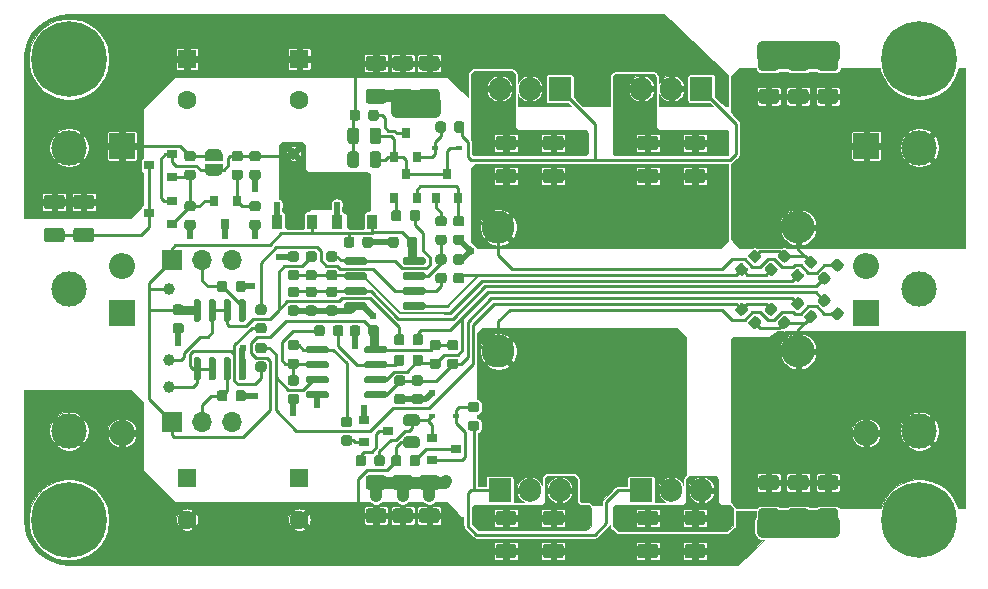
<source format=gbr>
%TF.GenerationSoftware,KiCad,Pcbnew,(5.1.6)-1*%
%TF.CreationDate,2021-05-08T17:44:37+05:30*%
%TF.ProjectId,CC CV Power Supply Rev 3,43432043-5620-4506-9f77-657220537570,rev?*%
%TF.SameCoordinates,Original*%
%TF.FileFunction,Copper,L1,Top*%
%TF.FilePolarity,Positive*%
%FSLAX46Y46*%
G04 Gerber Fmt 4.6, Leading zero omitted, Abs format (unit mm)*
G04 Created by KiCad (PCBNEW (5.1.6)-1) date 2021-05-08 17:44:37*
%MOMM*%
%LPD*%
G01*
G04 APERTURE LIST*
%TA.AperFunction,SMDPad,CuDef*%
%ADD10C,0.100000*%
%TD*%
%TA.AperFunction,SMDPad,CuDef*%
%ADD11R,0.900000X1.300000*%
%TD*%
%TA.AperFunction,SMDPad,CuDef*%
%ADD12R,0.900000X0.800000*%
%TD*%
%TA.AperFunction,SMDPad,CuDef*%
%ADD13C,1.000000*%
%TD*%
%TA.AperFunction,SMDPad,CuDef*%
%ADD14R,0.800000X0.900000*%
%TD*%
%TA.AperFunction,SMDPad,CuDef*%
%ADD15R,0.600000X0.450000*%
%TD*%
%TA.AperFunction,ComponentPad*%
%ADD16O,2.800000X2.800000*%
%TD*%
%TA.AperFunction,ComponentPad*%
%ADD17C,2.800000*%
%TD*%
%TA.AperFunction,ComponentPad*%
%ADD18C,1.600000*%
%TD*%
%TA.AperFunction,ComponentPad*%
%ADD19R,1.600000X1.600000*%
%TD*%
%TA.AperFunction,ComponentPad*%
%ADD20O,1.700000X1.700000*%
%TD*%
%TA.AperFunction,ComponentPad*%
%ADD21R,1.700000X1.700000*%
%TD*%
%TA.AperFunction,ComponentPad*%
%ADD22O,2.200000X2.200000*%
%TD*%
%TA.AperFunction,ComponentPad*%
%ADD23R,2.200000X2.200000*%
%TD*%
%TA.AperFunction,ComponentPad*%
%ADD24C,0.800000*%
%TD*%
%TA.AperFunction,ComponentPad*%
%ADD25C,6.400000*%
%TD*%
%TA.AperFunction,ComponentPad*%
%ADD26O,1.905000X2.000000*%
%TD*%
%TA.AperFunction,ComponentPad*%
%ADD27R,1.905000X2.000000*%
%TD*%
%TA.AperFunction,ComponentPad*%
%ADD28C,3.000000*%
%TD*%
%TA.AperFunction,ViaPad*%
%ADD29C,0.609600*%
%TD*%
%TA.AperFunction,Conductor*%
%ADD30C,0.508000*%
%TD*%
%TA.AperFunction,Conductor*%
%ADD31C,1.016000*%
%TD*%
%TA.AperFunction,Conductor*%
%ADD32C,0.250000*%
%TD*%
%TA.AperFunction,Conductor*%
%ADD33C,0.762000*%
%TD*%
%TA.AperFunction,Conductor*%
%ADD34C,0.254000*%
%TD*%
%TA.AperFunction,Conductor*%
%ADD35C,0.203200*%
%TD*%
%TA.AperFunction,Conductor*%
%ADD36C,0.050800*%
%TD*%
G04 APERTURE END LIST*
%TO.P,R28,2*%
%TO.N,Net-(C12-Pad2)*%
%TA.AperFunction,SMDPad,CuDef*%
G36*
G01*
X115875000Y-103225000D02*
X114625000Y-103225000D01*
G75*
G02*
X114375000Y-102975000I0J250000D01*
G01*
X114375000Y-102225000D01*
G75*
G02*
X114625000Y-101975000I250000J0D01*
G01*
X115875000Y-101975000D01*
G75*
G02*
X116125000Y-102225000I0J-250000D01*
G01*
X116125000Y-102975000D01*
G75*
G02*
X115875000Y-103225000I-250000J0D01*
G01*
G37*
%TD.AperFunction*%
%TO.P,R28,1*%
%TO.N,Net-(Q1-Pad3)*%
%TA.AperFunction,SMDPad,CuDef*%
G36*
G01*
X115875000Y-106025000D02*
X114625000Y-106025000D01*
G75*
G02*
X114375000Y-105775000I0J250000D01*
G01*
X114375000Y-105025000D01*
G75*
G02*
X114625000Y-104775000I250000J0D01*
G01*
X115875000Y-104775000D01*
G75*
G02*
X116125000Y-105025000I0J-250000D01*
G01*
X116125000Y-105775000D01*
G75*
G02*
X115875000Y-106025000I-250000J0D01*
G01*
G37*
%TD.AperFunction*%
%TD*%
%TO.P,R21,2*%
%TO.N,Net-(C12-Pad2)*%
%TA.AperFunction,SMDPad,CuDef*%
G36*
G01*
X113375000Y-103225000D02*
X112125000Y-103225000D01*
G75*
G02*
X111875000Y-102975000I0J250000D01*
G01*
X111875000Y-102225000D01*
G75*
G02*
X112125000Y-101975000I250000J0D01*
G01*
X113375000Y-101975000D01*
G75*
G02*
X113625000Y-102225000I0J-250000D01*
G01*
X113625000Y-102975000D01*
G75*
G02*
X113375000Y-103225000I-250000J0D01*
G01*
G37*
%TD.AperFunction*%
%TO.P,R21,1*%
%TO.N,Net-(Q1-Pad3)*%
%TA.AperFunction,SMDPad,CuDef*%
G36*
G01*
X113375000Y-106025000D02*
X112125000Y-106025000D01*
G75*
G02*
X111875000Y-105775000I0J250000D01*
G01*
X111875000Y-105025000D01*
G75*
G02*
X112125000Y-104775000I250000J0D01*
G01*
X113375000Y-104775000D01*
G75*
G02*
X113625000Y-105025000I0J-250000D01*
G01*
X113625000Y-105775000D01*
G75*
G02*
X113375000Y-106025000I-250000J0D01*
G01*
G37*
%TD.AperFunction*%
%TD*%
%TA.AperFunction,SMDPad,CuDef*%
D10*
%TO.P,JP1,2*%
%TO.N,Net-(C6-Pad1)*%
G36*
X126999398Y-99900000D02*
G01*
X126999398Y-99924534D01*
X126994588Y-99973365D01*
X126985016Y-100021490D01*
X126970772Y-100068445D01*
X126951995Y-100113778D01*
X126928864Y-100157051D01*
X126901604Y-100197850D01*
X126870476Y-100235779D01*
X126835779Y-100270476D01*
X126797850Y-100301604D01*
X126757051Y-100328864D01*
X126713778Y-100351995D01*
X126668445Y-100370772D01*
X126621490Y-100385016D01*
X126573365Y-100394588D01*
X126524534Y-100399398D01*
X126500000Y-100399398D01*
X126500000Y-100400000D01*
X126000000Y-100400000D01*
X126000000Y-100399398D01*
X125975466Y-100399398D01*
X125926635Y-100394588D01*
X125878510Y-100385016D01*
X125831555Y-100370772D01*
X125786222Y-100351995D01*
X125742949Y-100328864D01*
X125702150Y-100301604D01*
X125664221Y-100270476D01*
X125629524Y-100235779D01*
X125598396Y-100197850D01*
X125571136Y-100157051D01*
X125548005Y-100113778D01*
X125529228Y-100068445D01*
X125514984Y-100021490D01*
X125505412Y-99973365D01*
X125500602Y-99924534D01*
X125500602Y-99900000D01*
X125500000Y-99900000D01*
X125500000Y-99400000D01*
X127000000Y-99400000D01*
X127000000Y-99900000D01*
X126999398Y-99900000D01*
G37*
%TD.AperFunction*%
%TA.AperFunction,SMDPad,CuDef*%
%TO.P,JP1,1*%
%TO.N,Net-(C12-Pad2)*%
G36*
X125500000Y-99100000D02*
G01*
X125500000Y-98600000D01*
X125500602Y-98600000D01*
X125500602Y-98575466D01*
X125505412Y-98526635D01*
X125514984Y-98478510D01*
X125529228Y-98431555D01*
X125548005Y-98386222D01*
X125571136Y-98342949D01*
X125598396Y-98302150D01*
X125629524Y-98264221D01*
X125664221Y-98229524D01*
X125702150Y-98198396D01*
X125742949Y-98171136D01*
X125786222Y-98148005D01*
X125831555Y-98129228D01*
X125878510Y-98114984D01*
X125926635Y-98105412D01*
X125975466Y-98100602D01*
X126000000Y-98100602D01*
X126000000Y-98100000D01*
X126500000Y-98100000D01*
X126500000Y-98100602D01*
X126524534Y-98100602D01*
X126573365Y-98105412D01*
X126621490Y-98114984D01*
X126668445Y-98129228D01*
X126713778Y-98148005D01*
X126757051Y-98171136D01*
X126797850Y-98198396D01*
X126835779Y-98229524D01*
X126870476Y-98264221D01*
X126901604Y-98302150D01*
X126928864Y-98342949D01*
X126951995Y-98386222D01*
X126970772Y-98431555D01*
X126985016Y-98478510D01*
X126994588Y-98526635D01*
X126999398Y-98575466D01*
X126999398Y-98600000D01*
X127000000Y-98600000D01*
X127000000Y-99100000D01*
X125500000Y-99100000D01*
G37*
%TD.AperFunction*%
%TD*%
%TA.AperFunction,SMDPad,CuDef*%
%TO.P,U6,2*%
%TO.N,Net-(C6-Pad1)*%
G36*
X133962500Y-100316000D02*
G01*
X133962500Y-103441000D01*
X133546000Y-103441000D01*
X133546000Y-104916000D01*
X132646000Y-104916000D01*
X132646000Y-103441000D01*
X132229500Y-103441000D01*
X132229500Y-100316000D01*
X133962500Y-100316000D01*
G37*
%TD.AperFunction*%
D11*
%TO.P,U6,3*%
%TO.N,+5V*%
X134596000Y-104266000D03*
%TO.P,U6,1*%
%TO.N,GND*%
X131596000Y-104266000D03*
%TD*%
D12*
%TO.P,Q11,3*%
%TO.N,Net-(Q1-Pad3)*%
X120750000Y-99500000D03*
%TO.P,Q11,2*%
%TO.N,Net-(C6-Pad1)*%
X122750000Y-98550000D03*
%TO.P,Q11,1*%
%TO.N,Net-(C32-Pad1)*%
X122750000Y-100450000D03*
%TD*%
%TA.AperFunction,SMDPad,CuDef*%
D10*
%TO.P,U5,2*%
%TO.N,Net-(C6-Pad1)*%
G36*
X139042500Y-100316000D02*
G01*
X139042500Y-103441000D01*
X138626000Y-103441000D01*
X138626000Y-104916000D01*
X137726000Y-104916000D01*
X137726000Y-103441000D01*
X137309500Y-103441000D01*
X137309500Y-100316000D01*
X139042500Y-100316000D01*
G37*
%TD.AperFunction*%
D11*
%TO.P,U5,3*%
%TO.N,+5V*%
X139676000Y-104266000D03*
%TO.P,U5,1*%
%TO.N,GND*%
X136676000Y-104266000D03*
%TD*%
%TO.P,R53,2*%
%TO.N,Net-(D5-Pad1)*%
%TA.AperFunction,SMDPad,CuDef*%
G36*
G01*
X148506250Y-120400000D02*
X147993750Y-120400000D01*
G75*
G02*
X147775000Y-120181250I0J218750D01*
G01*
X147775000Y-119743750D01*
G75*
G02*
X147993750Y-119525000I218750J0D01*
G01*
X148506250Y-119525000D01*
G75*
G02*
X148725000Y-119743750I0J-218750D01*
G01*
X148725000Y-120181250D01*
G75*
G02*
X148506250Y-120400000I-218750J0D01*
G01*
G37*
%TD.AperFunction*%
%TO.P,R53,1*%
%TO.N,Net-(Q4-Pad1)*%
%TA.AperFunction,SMDPad,CuDef*%
G36*
G01*
X148506250Y-121975000D02*
X147993750Y-121975000D01*
G75*
G02*
X147775000Y-121756250I0J218750D01*
G01*
X147775000Y-121318750D01*
G75*
G02*
X147993750Y-121100000I218750J0D01*
G01*
X148506250Y-121100000D01*
G75*
G02*
X148725000Y-121318750I0J-218750D01*
G01*
X148725000Y-121756250D01*
G75*
G02*
X148506250Y-121975000I-218750J0D01*
G01*
G37*
%TD.AperFunction*%
%TD*%
%TO.P,R52,2*%
%TO.N,Net-(D6-Pad2)*%
%TA.AperFunction,SMDPad,CuDef*%
G36*
G01*
X145900000Y-95993750D02*
X145900000Y-96506250D01*
G75*
G02*
X145681250Y-96725000I-218750J0D01*
G01*
X145243750Y-96725000D01*
G75*
G02*
X145025000Y-96506250I0J218750D01*
G01*
X145025000Y-95993750D01*
G75*
G02*
X145243750Y-95775000I218750J0D01*
G01*
X145681250Y-95775000D01*
G75*
G02*
X145900000Y-95993750I0J-218750D01*
G01*
G37*
%TD.AperFunction*%
%TO.P,R52,1*%
%TO.N,Net-(Q6-Pad1)*%
%TA.AperFunction,SMDPad,CuDef*%
G36*
G01*
X147475000Y-95993750D02*
X147475000Y-96506250D01*
G75*
G02*
X147256250Y-96725000I-218750J0D01*
G01*
X146818750Y-96725000D01*
G75*
G02*
X146600000Y-96506250I0J218750D01*
G01*
X146600000Y-95993750D01*
G75*
G02*
X146818750Y-95775000I218750J0D01*
G01*
X147256250Y-95775000D01*
G75*
G02*
X147475000Y-95993750I0J-218750D01*
G01*
G37*
%TD.AperFunction*%
%TD*%
%TO.P,R14,2*%
%TO.N,Net-(Q8-Pad1)*%
%TA.AperFunction,SMDPad,CuDef*%
G36*
G01*
X142150000Y-103493750D02*
X142150000Y-104006250D01*
G75*
G02*
X141931250Y-104225000I-218750J0D01*
G01*
X141493750Y-104225000D01*
G75*
G02*
X141275000Y-104006250I0J218750D01*
G01*
X141275000Y-103493750D01*
G75*
G02*
X141493750Y-103275000I218750J0D01*
G01*
X141931250Y-103275000D01*
G75*
G02*
X142150000Y-103493750I0J-218750D01*
G01*
G37*
%TD.AperFunction*%
%TO.P,R14,1*%
%TO.N,Net-(C16-Pad1)*%
%TA.AperFunction,SMDPad,CuDef*%
G36*
G01*
X143725000Y-103493750D02*
X143725000Y-104006250D01*
G75*
G02*
X143506250Y-104225000I-218750J0D01*
G01*
X143068750Y-104225000D01*
G75*
G02*
X142850000Y-104006250I0J218750D01*
G01*
X142850000Y-103493750D01*
G75*
G02*
X143068750Y-103275000I218750J0D01*
G01*
X143506250Y-103275000D01*
G75*
G02*
X143725000Y-103493750I0J-218750D01*
G01*
G37*
%TD.AperFunction*%
%TD*%
D13*
%TO.P,TP4,1*%
%TO.N,CC_REF*%
X122500000Y-116000000D03*
%TD*%
%TO.P,TP3,1*%
%TO.N,CV_REF*%
X122500000Y-118250000D03*
%TD*%
%TO.P,TP2,1*%
%TO.N,Net-(C6-Pad1)*%
X133000000Y-98500000D03*
%TD*%
%TO.P,TP1,1*%
%TO.N,+5V*%
X122500000Y-110000000D03*
%TD*%
%TO.P,R29,2*%
%TO.N,Net-(D6-Pad1)*%
%TA.AperFunction,SMDPad,CuDef*%
G36*
G01*
X139450000Y-99456250D02*
X139450000Y-98543750D01*
G75*
G02*
X139693750Y-98300000I243750J0D01*
G01*
X140181250Y-98300000D01*
G75*
G02*
X140425000Y-98543750I0J-243750D01*
G01*
X140425000Y-99456250D01*
G75*
G02*
X140181250Y-99700000I-243750J0D01*
G01*
X139693750Y-99700000D01*
G75*
G02*
X139450000Y-99456250I0J243750D01*
G01*
G37*
%TD.AperFunction*%
%TO.P,R29,1*%
%TO.N,Net-(C12-Pad2)*%
%TA.AperFunction,SMDPad,CuDef*%
G36*
G01*
X137575000Y-99456250D02*
X137575000Y-98543750D01*
G75*
G02*
X137818750Y-98300000I243750J0D01*
G01*
X138306250Y-98300000D01*
G75*
G02*
X138550000Y-98543750I0J-243750D01*
G01*
X138550000Y-99456250D01*
G75*
G02*
X138306250Y-99700000I-243750J0D01*
G01*
X137818750Y-99700000D01*
G75*
G02*
X137575000Y-99456250I0J243750D01*
G01*
G37*
%TD.AperFunction*%
%TD*%
%TO.P,C32,2*%
%TO.N,GND*%
%TA.AperFunction,SMDPad,CuDef*%
G36*
G01*
X123993750Y-104100000D02*
X124506250Y-104100000D01*
G75*
G02*
X124725000Y-104318750I0J-218750D01*
G01*
X124725000Y-104756250D01*
G75*
G02*
X124506250Y-104975000I-218750J0D01*
G01*
X123993750Y-104975000D01*
G75*
G02*
X123775000Y-104756250I0J218750D01*
G01*
X123775000Y-104318750D01*
G75*
G02*
X123993750Y-104100000I218750J0D01*
G01*
G37*
%TD.AperFunction*%
%TO.P,C32,1*%
%TO.N,Net-(C32-Pad1)*%
%TA.AperFunction,SMDPad,CuDef*%
G36*
G01*
X123993750Y-102525000D02*
X124506250Y-102525000D01*
G75*
G02*
X124725000Y-102743750I0J-218750D01*
G01*
X124725000Y-103181250D01*
G75*
G02*
X124506250Y-103400000I-218750J0D01*
G01*
X123993750Y-103400000D01*
G75*
G02*
X123775000Y-103181250I0J218750D01*
G01*
X123775000Y-102743750D01*
G75*
G02*
X123993750Y-102525000I218750J0D01*
G01*
G37*
%TD.AperFunction*%
%TD*%
%TO.P,R22,2*%
%TO.N,Net-(D5-Pad2)*%
%TA.AperFunction,SMDPad,CuDef*%
G36*
G01*
X139850000Y-124756250D02*
X139850000Y-124243750D01*
G75*
G02*
X140068750Y-124025000I218750J0D01*
G01*
X140506250Y-124025000D01*
G75*
G02*
X140725000Y-124243750I0J-218750D01*
G01*
X140725000Y-124756250D01*
G75*
G02*
X140506250Y-124975000I-218750J0D01*
G01*
X140068750Y-124975000D01*
G75*
G02*
X139850000Y-124756250I0J218750D01*
G01*
G37*
%TD.AperFunction*%
%TO.P,R22,1*%
%TO.N,Net-(Q9-Pad3)*%
%TA.AperFunction,SMDPad,CuDef*%
G36*
G01*
X138275000Y-124756250D02*
X138275000Y-124243750D01*
G75*
G02*
X138493750Y-124025000I218750J0D01*
G01*
X138931250Y-124025000D01*
G75*
G02*
X139150000Y-124243750I0J-218750D01*
G01*
X139150000Y-124756250D01*
G75*
G02*
X138931250Y-124975000I-218750J0D01*
G01*
X138493750Y-124975000D01*
G75*
G02*
X138275000Y-124756250I0J218750D01*
G01*
G37*
%TD.AperFunction*%
%TD*%
%TO.P,R50,2*%
%TO.N,Net-(C16-Pad2)*%
%TA.AperFunction,SMDPad,CuDef*%
G36*
G01*
X175821316Y-108316292D02*
X176183709Y-108678684D01*
G75*
G02*
X176183709Y-108988044I-154680J-154680D01*
G01*
X175874350Y-109297403D01*
G75*
G02*
X175564990Y-109297403I-154680J154680D01*
G01*
X175202597Y-108935010D01*
G75*
G02*
X175202597Y-108625650I154680J154680D01*
G01*
X175511956Y-108316291D01*
G75*
G02*
X175821316Y-108316291I154680J-154680D01*
G01*
G37*
%TD.AperFunction*%
%TO.P,R50,1*%
%TO.N,Net-(C20-Pad2)*%
%TA.AperFunction,SMDPad,CuDef*%
G36*
G01*
X176935010Y-107202598D02*
X177297403Y-107564990D01*
G75*
G02*
X177297403Y-107874350I-154680J-154680D01*
G01*
X176988044Y-108183709D01*
G75*
G02*
X176678684Y-108183709I-154680J154680D01*
G01*
X176316291Y-107821316D01*
G75*
G02*
X176316291Y-107511956I154680J154680D01*
G01*
X176625650Y-107202597D01*
G75*
G02*
X176935010Y-107202597I154680J-154680D01*
G01*
G37*
%TD.AperFunction*%
%TD*%
%TO.P,R49,2*%
%TO.N,Net-(C15-Pad1)*%
%TA.AperFunction,SMDPad,CuDef*%
G36*
G01*
X178071316Y-108566292D02*
X178433709Y-108928684D01*
G75*
G02*
X178433709Y-109238044I-154680J-154680D01*
G01*
X178124350Y-109547403D01*
G75*
G02*
X177814990Y-109547403I-154680J154680D01*
G01*
X177452597Y-109185010D01*
G75*
G02*
X177452597Y-108875650I154680J154680D01*
G01*
X177761956Y-108566291D01*
G75*
G02*
X178071316Y-108566291I154680J-154680D01*
G01*
G37*
%TD.AperFunction*%
%TO.P,R49,1*%
%TO.N,Net-(R12-Pad1)*%
%TA.AperFunction,SMDPad,CuDef*%
G36*
G01*
X179185010Y-107452598D02*
X179547403Y-107814990D01*
G75*
G02*
X179547403Y-108124350I-154680J-154680D01*
G01*
X179238044Y-108433709D01*
G75*
G02*
X178928684Y-108433709I-154680J154680D01*
G01*
X178566291Y-108071316D01*
G75*
G02*
X178566291Y-107761956I154680J154680D01*
G01*
X178875650Y-107452597D01*
G75*
G02*
X179185010Y-107452597I154680J-154680D01*
G01*
G37*
%TD.AperFunction*%
%TD*%
%TO.P,R48,2*%
%TO.N,GND*%
%TA.AperFunction,SMDPad,CuDef*%
G36*
G01*
X146743750Y-105350000D02*
X147256250Y-105350000D01*
G75*
G02*
X147475000Y-105568750I0J-218750D01*
G01*
X147475000Y-106006250D01*
G75*
G02*
X147256250Y-106225000I-218750J0D01*
G01*
X146743750Y-106225000D01*
G75*
G02*
X146525000Y-106006250I0J218750D01*
G01*
X146525000Y-105568750D01*
G75*
G02*
X146743750Y-105350000I218750J0D01*
G01*
G37*
%TD.AperFunction*%
%TO.P,R48,1*%
%TO.N,Net-(Q3-Pad2)*%
%TA.AperFunction,SMDPad,CuDef*%
G36*
G01*
X146743750Y-103775000D02*
X147256250Y-103775000D01*
G75*
G02*
X147475000Y-103993750I0J-218750D01*
G01*
X147475000Y-104431250D01*
G75*
G02*
X147256250Y-104650000I-218750J0D01*
G01*
X146743750Y-104650000D01*
G75*
G02*
X146525000Y-104431250I0J218750D01*
G01*
X146525000Y-103993750D01*
G75*
G02*
X146743750Y-103775000I218750J0D01*
G01*
G37*
%TD.AperFunction*%
%TD*%
%TO.P,R47,2*%
%TO.N,Net-(Q10-Pad3)*%
%TA.AperFunction,SMDPad,CuDef*%
G36*
G01*
X139350000Y-95506250D02*
X139350000Y-94993750D01*
G75*
G02*
X139568750Y-94775000I218750J0D01*
G01*
X140006250Y-94775000D01*
G75*
G02*
X140225000Y-94993750I0J-218750D01*
G01*
X140225000Y-95506250D01*
G75*
G02*
X140006250Y-95725000I-218750J0D01*
G01*
X139568750Y-95725000D01*
G75*
G02*
X139350000Y-95506250I0J218750D01*
G01*
G37*
%TD.AperFunction*%
%TO.P,R47,1*%
%TO.N,Net-(C12-Pad2)*%
%TA.AperFunction,SMDPad,CuDef*%
G36*
G01*
X137775000Y-95506250D02*
X137775000Y-94993750D01*
G75*
G02*
X137993750Y-94775000I218750J0D01*
G01*
X138431250Y-94775000D01*
G75*
G02*
X138650000Y-94993750I0J-218750D01*
G01*
X138650000Y-95506250D01*
G75*
G02*
X138431250Y-95725000I-218750J0D01*
G01*
X137993750Y-95725000D01*
G75*
G02*
X137775000Y-95506250I0J218750D01*
G01*
G37*
%TD.AperFunction*%
%TD*%
%TO.P,R34,2*%
%TO.N,Net-(C10-Pad2)*%
%TA.AperFunction,SMDPad,CuDef*%
G36*
G01*
X142150000Y-124243750D02*
X142150000Y-124756250D01*
G75*
G02*
X141931250Y-124975000I-218750J0D01*
G01*
X141493750Y-124975000D01*
G75*
G02*
X141275000Y-124756250I0J218750D01*
G01*
X141275000Y-124243750D01*
G75*
G02*
X141493750Y-124025000I218750J0D01*
G01*
X141931250Y-124025000D01*
G75*
G02*
X142150000Y-124243750I0J-218750D01*
G01*
G37*
%TD.AperFunction*%
%TO.P,R34,1*%
%TO.N,Net-(Q2-Pad3)*%
%TA.AperFunction,SMDPad,CuDef*%
G36*
G01*
X143725000Y-124243750D02*
X143725000Y-124756250D01*
G75*
G02*
X143506250Y-124975000I-218750J0D01*
G01*
X143068750Y-124975000D01*
G75*
G02*
X142850000Y-124756250I0J218750D01*
G01*
X142850000Y-124243750D01*
G75*
G02*
X143068750Y-124025000I218750J0D01*
G01*
X143506250Y-124025000D01*
G75*
G02*
X143725000Y-124243750I0J-218750D01*
G01*
G37*
%TD.AperFunction*%
%TD*%
%TO.P,R6,2*%
%TO.N,Net-(Q9-Pad2)*%
%TA.AperFunction,SMDPad,CuDef*%
G36*
G01*
X137243750Y-122350000D02*
X137756250Y-122350000D01*
G75*
G02*
X137975000Y-122568750I0J-218750D01*
G01*
X137975000Y-123006250D01*
G75*
G02*
X137756250Y-123225000I-218750J0D01*
G01*
X137243750Y-123225000D01*
G75*
G02*
X137025000Y-123006250I0J218750D01*
G01*
X137025000Y-122568750D01*
G75*
G02*
X137243750Y-122350000I218750J0D01*
G01*
G37*
%TD.AperFunction*%
%TO.P,R6,1*%
%TO.N,Net-(C14-Pad1)*%
%TA.AperFunction,SMDPad,CuDef*%
G36*
G01*
X137243750Y-120775000D02*
X137756250Y-120775000D01*
G75*
G02*
X137975000Y-120993750I0J-218750D01*
G01*
X137975000Y-121431250D01*
G75*
G02*
X137756250Y-121650000I-218750J0D01*
G01*
X137243750Y-121650000D01*
G75*
G02*
X137025000Y-121431250I0J218750D01*
G01*
X137025000Y-120993750D01*
G75*
G02*
X137243750Y-120775000I218750J0D01*
G01*
G37*
%TD.AperFunction*%
%TD*%
%TO.P,R5,2*%
%TO.N,Net-(D6-Pad1)*%
%TA.AperFunction,SMDPad,CuDef*%
G36*
G01*
X139450000Y-97456250D02*
X139450000Y-96543750D01*
G75*
G02*
X139693750Y-96300000I243750J0D01*
G01*
X140181250Y-96300000D01*
G75*
G02*
X140425000Y-96543750I0J-243750D01*
G01*
X140425000Y-97456250D01*
G75*
G02*
X140181250Y-97700000I-243750J0D01*
G01*
X139693750Y-97700000D01*
G75*
G02*
X139450000Y-97456250I0J243750D01*
G01*
G37*
%TD.AperFunction*%
%TO.P,R5,1*%
%TO.N,Net-(C12-Pad2)*%
%TA.AperFunction,SMDPad,CuDef*%
G36*
G01*
X137575000Y-97456250D02*
X137575000Y-96543750D01*
G75*
G02*
X137818750Y-96300000I243750J0D01*
G01*
X138306250Y-96300000D01*
G75*
G02*
X138550000Y-96543750I0J-243750D01*
G01*
X138550000Y-97456250D01*
G75*
G02*
X138306250Y-97700000I-243750J0D01*
G01*
X137818750Y-97700000D01*
G75*
G02*
X137575000Y-97456250I0J243750D01*
G01*
G37*
%TD.AperFunction*%
%TD*%
%TO.P,R4,2*%
%TO.N,Net-(C10-Pad2)*%
%TA.AperFunction,SMDPad,CuDef*%
G36*
G01*
X142543750Y-122450000D02*
X143456250Y-122450000D01*
G75*
G02*
X143700000Y-122693750I0J-243750D01*
G01*
X143700000Y-123181250D01*
G75*
G02*
X143456250Y-123425000I-243750J0D01*
G01*
X142543750Y-123425000D01*
G75*
G02*
X142300000Y-123181250I0J243750D01*
G01*
X142300000Y-122693750D01*
G75*
G02*
X142543750Y-122450000I243750J0D01*
G01*
G37*
%TD.AperFunction*%
%TO.P,R4,1*%
%TO.N,Net-(D5-Pad2)*%
%TA.AperFunction,SMDPad,CuDef*%
G36*
G01*
X142543750Y-120575000D02*
X143456250Y-120575000D01*
G75*
G02*
X143700000Y-120818750I0J-243750D01*
G01*
X143700000Y-121306250D01*
G75*
G02*
X143456250Y-121550000I-243750J0D01*
G01*
X142543750Y-121550000D01*
G75*
G02*
X142300000Y-121306250I0J243750D01*
G01*
X142300000Y-120818750D01*
G75*
G02*
X142543750Y-120575000I243750J0D01*
G01*
G37*
%TD.AperFunction*%
%TD*%
D14*
%TO.P,Q10,3*%
%TO.N,Net-(Q10-Pad3)*%
X142500000Y-96750000D03*
%TO.P,Q10,2*%
%TO.N,Net-(D6-Pad2)*%
X143450000Y-98750000D03*
%TO.P,Q10,1*%
%TO.N,Net-(D6-Pad1)*%
X141550000Y-98750000D03*
%TD*%
D12*
%TO.P,Q9,3*%
%TO.N,Net-(Q9-Pad3)*%
X141000000Y-122000000D03*
%TO.P,Q9,2*%
%TO.N,Net-(Q9-Pad2)*%
X139000000Y-122950000D03*
%TO.P,Q9,1*%
%TO.N,GND*%
X139000000Y-121050000D03*
%TD*%
D15*
%TO.P,D6,2*%
%TO.N,Net-(D6-Pad2)*%
X144950000Y-98000000D03*
%TO.P,D6,1*%
%TO.N,Net-(D6-Pad1)*%
X147050000Y-98000000D03*
%TD*%
%TO.P,D5,2*%
%TO.N,Net-(D5-Pad2)*%
X144700000Y-120750000D03*
%TO.P,D5,1*%
%TO.N,Net-(D5-Pad1)*%
X146800000Y-120750000D03*
%TD*%
%TO.P,C31,2*%
%TO.N,Net-(C21-Pad2)*%
%TA.AperFunction,SMDPad,CuDef*%
G36*
G01*
X171566292Y-112678684D02*
X171928684Y-112316291D01*
G75*
G02*
X172238044Y-112316291I154680J-154680D01*
G01*
X172547403Y-112625650D01*
G75*
G02*
X172547403Y-112935010I-154680J-154680D01*
G01*
X172185010Y-113297403D01*
G75*
G02*
X171875650Y-113297403I-154680J154680D01*
G01*
X171566291Y-112988044D01*
G75*
G02*
X171566291Y-112678684I154680J154680D01*
G01*
G37*
%TD.AperFunction*%
%TO.P,C31,1*%
%TO.N,Net-(C31-Pad1)*%
%TA.AperFunction,SMDPad,CuDef*%
G36*
G01*
X170452598Y-111564990D02*
X170814990Y-111202597D01*
G75*
G02*
X171124350Y-111202597I154680J-154680D01*
G01*
X171433709Y-111511956D01*
G75*
G02*
X171433709Y-111821316I-154680J-154680D01*
G01*
X171071316Y-112183709D01*
G75*
G02*
X170761956Y-112183709I-154680J154680D01*
G01*
X170452597Y-111874350D01*
G75*
G02*
X170452597Y-111564990I154680J154680D01*
G01*
G37*
%TD.AperFunction*%
%TD*%
%TO.P,C30,2*%
%TO.N,Net-(C30-Pad2)*%
%TA.AperFunction,SMDPad,CuDef*%
G36*
G01*
X171071316Y-107816292D02*
X171433709Y-108178684D01*
G75*
G02*
X171433709Y-108488044I-154680J-154680D01*
G01*
X171124350Y-108797403D01*
G75*
G02*
X170814990Y-108797403I-154680J154680D01*
G01*
X170452597Y-108435010D01*
G75*
G02*
X170452597Y-108125650I154680J154680D01*
G01*
X170761956Y-107816291D01*
G75*
G02*
X171071316Y-107816291I154680J-154680D01*
G01*
G37*
%TD.AperFunction*%
%TO.P,C30,1*%
%TO.N,Net-(C20-Pad2)*%
%TA.AperFunction,SMDPad,CuDef*%
G36*
G01*
X172185010Y-106702598D02*
X172547403Y-107064990D01*
G75*
G02*
X172547403Y-107374350I-154680J-154680D01*
G01*
X172238044Y-107683709D01*
G75*
G02*
X171928684Y-107683709I-154680J154680D01*
G01*
X171566291Y-107321316D01*
G75*
G02*
X171566291Y-107011956I154680J154680D01*
G01*
X171875650Y-106702597D01*
G75*
G02*
X172185010Y-106702597I154680J-154680D01*
G01*
G37*
%TD.AperFunction*%
%TD*%
%TO.P,R51,2*%
%TO.N,Net-(C14-Pad2)*%
%TA.AperFunction,SMDPad,CuDef*%
G36*
G01*
X135650000Y-113243750D02*
X135650000Y-113756250D01*
G75*
G02*
X135431250Y-113975000I-218750J0D01*
G01*
X134993750Y-113975000D01*
G75*
G02*
X134775000Y-113756250I0J218750D01*
G01*
X134775000Y-113243750D01*
G75*
G02*
X134993750Y-113025000I218750J0D01*
G01*
X135431250Y-113025000D01*
G75*
G02*
X135650000Y-113243750I0J-218750D01*
G01*
G37*
%TD.AperFunction*%
%TO.P,R51,1*%
%TO.N,Net-(C19-Pad1)*%
%TA.AperFunction,SMDPad,CuDef*%
G36*
G01*
X137225000Y-113243750D02*
X137225000Y-113756250D01*
G75*
G02*
X137006250Y-113975000I-218750J0D01*
G01*
X136568750Y-113975000D01*
G75*
G02*
X136350000Y-113756250I0J218750D01*
G01*
X136350000Y-113243750D01*
G75*
G02*
X136568750Y-113025000I218750J0D01*
G01*
X137006250Y-113025000D01*
G75*
G02*
X137225000Y-113243750I0J-218750D01*
G01*
G37*
%TD.AperFunction*%
%TD*%
D16*
%TO.P,R27,2*%
%TO.N,Net-(C21-Pad2)*%
X175750000Y-115250000D03*
D17*
%TO.P,R27,1*%
%TO.N,Net-(Q4-Pad2)*%
X150350000Y-115250000D03*
%TD*%
D16*
%TO.P,R26,2*%
%TO.N,Net-(C20-Pad2)*%
X175750000Y-104750000D03*
D17*
%TO.P,R26,1*%
%TO.N,Net-(R12-Pad1)*%
X150350000Y-104750000D03*
%TD*%
%TO.P,R40,2*%
%TO.N,Net-(C10-Pad2)*%
%TA.AperFunction,SMDPad,CuDef*%
G36*
G01*
X154375000Y-131525000D02*
X155625000Y-131525000D01*
G75*
G02*
X155875000Y-131775000I0J-250000D01*
G01*
X155875000Y-132525000D01*
G75*
G02*
X155625000Y-132775000I-250000J0D01*
G01*
X154375000Y-132775000D01*
G75*
G02*
X154125000Y-132525000I0J250000D01*
G01*
X154125000Y-131775000D01*
G75*
G02*
X154375000Y-131525000I250000J0D01*
G01*
G37*
%TD.AperFunction*%
%TO.P,R40,1*%
%TO.N,Net-(Q5-Pad3)*%
%TA.AperFunction,SMDPad,CuDef*%
G36*
G01*
X154375000Y-128725000D02*
X155625000Y-128725000D01*
G75*
G02*
X155875000Y-128975000I0J-250000D01*
G01*
X155875000Y-129725000D01*
G75*
G02*
X155625000Y-129975000I-250000J0D01*
G01*
X154375000Y-129975000D01*
G75*
G02*
X154125000Y-129725000I0J250000D01*
G01*
X154125000Y-128975000D01*
G75*
G02*
X154375000Y-128725000I250000J0D01*
G01*
G37*
%TD.AperFunction*%
%TD*%
%TO.P,R39,2*%
%TO.N,Net-(C10-Pad2)*%
%TA.AperFunction,SMDPad,CuDef*%
G36*
G01*
X166375000Y-131525000D02*
X167625000Y-131525000D01*
G75*
G02*
X167875000Y-131775000I0J-250000D01*
G01*
X167875000Y-132525000D01*
G75*
G02*
X167625000Y-132775000I-250000J0D01*
G01*
X166375000Y-132775000D01*
G75*
G02*
X166125000Y-132525000I0J250000D01*
G01*
X166125000Y-131775000D01*
G75*
G02*
X166375000Y-131525000I250000J0D01*
G01*
G37*
%TD.AperFunction*%
%TO.P,R39,1*%
%TO.N,Net-(Q4-Pad3)*%
%TA.AperFunction,SMDPad,CuDef*%
G36*
G01*
X166375000Y-128725000D02*
X167625000Y-128725000D01*
G75*
G02*
X167875000Y-128975000I0J-250000D01*
G01*
X167875000Y-129725000D01*
G75*
G02*
X167625000Y-129975000I-250000J0D01*
G01*
X166375000Y-129975000D01*
G75*
G02*
X166125000Y-129725000I0J250000D01*
G01*
X166125000Y-128975000D01*
G75*
G02*
X166375000Y-128725000I250000J0D01*
G01*
G37*
%TD.AperFunction*%
%TD*%
%TO.P,R38,2*%
%TO.N,Net-(Q7-Pad3)*%
%TA.AperFunction,SMDPad,CuDef*%
G36*
G01*
X155625000Y-98225000D02*
X154375000Y-98225000D01*
G75*
G02*
X154125000Y-97975000I0J250000D01*
G01*
X154125000Y-97225000D01*
G75*
G02*
X154375000Y-96975000I250000J0D01*
G01*
X155625000Y-96975000D01*
G75*
G02*
X155875000Y-97225000I0J-250000D01*
G01*
X155875000Y-97975000D01*
G75*
G02*
X155625000Y-98225000I-250000J0D01*
G01*
G37*
%TD.AperFunction*%
%TO.P,R38,1*%
%TO.N,Net-(R12-Pad1)*%
%TA.AperFunction,SMDPad,CuDef*%
G36*
G01*
X155625000Y-101025000D02*
X154375000Y-101025000D01*
G75*
G02*
X154125000Y-100775000I0J250000D01*
G01*
X154125000Y-100025000D01*
G75*
G02*
X154375000Y-99775000I250000J0D01*
G01*
X155625000Y-99775000D01*
G75*
G02*
X155875000Y-100025000I0J-250000D01*
G01*
X155875000Y-100775000D01*
G75*
G02*
X155625000Y-101025000I-250000J0D01*
G01*
G37*
%TD.AperFunction*%
%TD*%
%TO.P,R37,2*%
%TO.N,Net-(Q6-Pad3)*%
%TA.AperFunction,SMDPad,CuDef*%
G36*
G01*
X167625000Y-98225000D02*
X166375000Y-98225000D01*
G75*
G02*
X166125000Y-97975000I0J250000D01*
G01*
X166125000Y-97225000D01*
G75*
G02*
X166375000Y-96975000I250000J0D01*
G01*
X167625000Y-96975000D01*
G75*
G02*
X167875000Y-97225000I0J-250000D01*
G01*
X167875000Y-97975000D01*
G75*
G02*
X167625000Y-98225000I-250000J0D01*
G01*
G37*
%TD.AperFunction*%
%TO.P,R37,1*%
%TO.N,Net-(R12-Pad1)*%
%TA.AperFunction,SMDPad,CuDef*%
G36*
G01*
X167625000Y-101025000D02*
X166375000Y-101025000D01*
G75*
G02*
X166125000Y-100775000I0J250000D01*
G01*
X166125000Y-100025000D01*
G75*
G02*
X166375000Y-99775000I250000J0D01*
G01*
X167625000Y-99775000D01*
G75*
G02*
X167875000Y-100025000I0J-250000D01*
G01*
X167875000Y-100775000D01*
G75*
G02*
X167625000Y-101025000I-250000J0D01*
G01*
G37*
%TD.AperFunction*%
%TD*%
%TO.P,R13,2*%
%TO.N,Net-(Q7-Pad3)*%
%TA.AperFunction,SMDPad,CuDef*%
G36*
G01*
X151625000Y-98225000D02*
X150375000Y-98225000D01*
G75*
G02*
X150125000Y-97975000I0J250000D01*
G01*
X150125000Y-97225000D01*
G75*
G02*
X150375000Y-96975000I250000J0D01*
G01*
X151625000Y-96975000D01*
G75*
G02*
X151875000Y-97225000I0J-250000D01*
G01*
X151875000Y-97975000D01*
G75*
G02*
X151625000Y-98225000I-250000J0D01*
G01*
G37*
%TD.AperFunction*%
%TO.P,R13,1*%
%TO.N,Net-(R12-Pad1)*%
%TA.AperFunction,SMDPad,CuDef*%
G36*
G01*
X151625000Y-101025000D02*
X150375000Y-101025000D01*
G75*
G02*
X150125000Y-100775000I0J250000D01*
G01*
X150125000Y-100025000D01*
G75*
G02*
X150375000Y-99775000I250000J0D01*
G01*
X151625000Y-99775000D01*
G75*
G02*
X151875000Y-100025000I0J-250000D01*
G01*
X151875000Y-100775000D01*
G75*
G02*
X151625000Y-101025000I-250000J0D01*
G01*
G37*
%TD.AperFunction*%
%TD*%
%TO.P,R12,2*%
%TO.N,Net-(Q6-Pad3)*%
%TA.AperFunction,SMDPad,CuDef*%
G36*
G01*
X163625000Y-98225000D02*
X162375000Y-98225000D01*
G75*
G02*
X162125000Y-97975000I0J250000D01*
G01*
X162125000Y-97225000D01*
G75*
G02*
X162375000Y-96975000I250000J0D01*
G01*
X163625000Y-96975000D01*
G75*
G02*
X163875000Y-97225000I0J-250000D01*
G01*
X163875000Y-97975000D01*
G75*
G02*
X163625000Y-98225000I-250000J0D01*
G01*
G37*
%TD.AperFunction*%
%TO.P,R12,1*%
%TO.N,Net-(R12-Pad1)*%
%TA.AperFunction,SMDPad,CuDef*%
G36*
G01*
X163625000Y-101025000D02*
X162375000Y-101025000D01*
G75*
G02*
X162125000Y-100775000I0J250000D01*
G01*
X162125000Y-100025000D01*
G75*
G02*
X162375000Y-99775000I250000J0D01*
G01*
X163625000Y-99775000D01*
G75*
G02*
X163875000Y-100025000I0J-250000D01*
G01*
X163875000Y-100775000D01*
G75*
G02*
X163625000Y-101025000I-250000J0D01*
G01*
G37*
%TD.AperFunction*%
%TD*%
%TO.P,R8,2*%
%TO.N,Net-(C10-Pad2)*%
%TA.AperFunction,SMDPad,CuDef*%
G36*
G01*
X150375000Y-131525000D02*
X151625000Y-131525000D01*
G75*
G02*
X151875000Y-131775000I0J-250000D01*
G01*
X151875000Y-132525000D01*
G75*
G02*
X151625000Y-132775000I-250000J0D01*
G01*
X150375000Y-132775000D01*
G75*
G02*
X150125000Y-132525000I0J250000D01*
G01*
X150125000Y-131775000D01*
G75*
G02*
X150375000Y-131525000I250000J0D01*
G01*
G37*
%TD.AperFunction*%
%TO.P,R8,1*%
%TO.N,Net-(Q5-Pad3)*%
%TA.AperFunction,SMDPad,CuDef*%
G36*
G01*
X150375000Y-128725000D02*
X151625000Y-128725000D01*
G75*
G02*
X151875000Y-128975000I0J-250000D01*
G01*
X151875000Y-129725000D01*
G75*
G02*
X151625000Y-129975000I-250000J0D01*
G01*
X150375000Y-129975000D01*
G75*
G02*
X150125000Y-129725000I0J250000D01*
G01*
X150125000Y-128975000D01*
G75*
G02*
X150375000Y-128725000I250000J0D01*
G01*
G37*
%TD.AperFunction*%
%TD*%
%TO.P,R7,2*%
%TO.N,Net-(C10-Pad2)*%
%TA.AperFunction,SMDPad,CuDef*%
G36*
G01*
X162375000Y-131525000D02*
X163625000Y-131525000D01*
G75*
G02*
X163875000Y-131775000I0J-250000D01*
G01*
X163875000Y-132525000D01*
G75*
G02*
X163625000Y-132775000I-250000J0D01*
G01*
X162375000Y-132775000D01*
G75*
G02*
X162125000Y-132525000I0J250000D01*
G01*
X162125000Y-131775000D01*
G75*
G02*
X162375000Y-131525000I250000J0D01*
G01*
G37*
%TD.AperFunction*%
%TO.P,R7,1*%
%TO.N,Net-(Q4-Pad3)*%
%TA.AperFunction,SMDPad,CuDef*%
G36*
G01*
X162375000Y-128725000D02*
X163625000Y-128725000D01*
G75*
G02*
X163875000Y-128975000I0J-250000D01*
G01*
X163875000Y-129725000D01*
G75*
G02*
X163625000Y-129975000I-250000J0D01*
G01*
X162375000Y-129975000D01*
G75*
G02*
X162125000Y-129725000I0J250000D01*
G01*
X162125000Y-128975000D01*
G75*
G02*
X162375000Y-128725000I250000J0D01*
G01*
G37*
%TD.AperFunction*%
%TD*%
%TO.P,R20,2*%
%TO.N,GND*%
%TA.AperFunction,SMDPad,CuDef*%
G36*
G01*
X147256250Y-107900000D02*
X146743750Y-107900000D01*
G75*
G02*
X146525000Y-107681250I0J218750D01*
G01*
X146525000Y-107243750D01*
G75*
G02*
X146743750Y-107025000I218750J0D01*
G01*
X147256250Y-107025000D01*
G75*
G02*
X147475000Y-107243750I0J-218750D01*
G01*
X147475000Y-107681250D01*
G75*
G02*
X147256250Y-107900000I-218750J0D01*
G01*
G37*
%TD.AperFunction*%
%TO.P,R20,1*%
%TO.N,Net-(C30-Pad2)*%
%TA.AperFunction,SMDPad,CuDef*%
G36*
G01*
X147256250Y-109475000D02*
X146743750Y-109475000D01*
G75*
G02*
X146525000Y-109256250I0J218750D01*
G01*
X146525000Y-108818750D01*
G75*
G02*
X146743750Y-108600000I218750J0D01*
G01*
X147256250Y-108600000D01*
G75*
G02*
X147475000Y-108818750I0J-218750D01*
G01*
X147475000Y-109256250D01*
G75*
G02*
X147256250Y-109475000I-218750J0D01*
G01*
G37*
%TD.AperFunction*%
%TD*%
%TO.P,R19,2*%
%TO.N,Net-(C20-Pad2)*%
%TA.AperFunction,SMDPad,CuDef*%
G36*
G01*
X174428684Y-107683708D02*
X174066291Y-107321316D01*
G75*
G02*
X174066291Y-107011956I154680J154680D01*
G01*
X174375650Y-106702597D01*
G75*
G02*
X174685010Y-106702597I154680J-154680D01*
G01*
X175047403Y-107064990D01*
G75*
G02*
X175047403Y-107374350I-154680J-154680D01*
G01*
X174738044Y-107683709D01*
G75*
G02*
X174428684Y-107683709I-154680J154680D01*
G01*
G37*
%TD.AperFunction*%
%TO.P,R19,1*%
%TO.N,Net-(C30-Pad2)*%
%TA.AperFunction,SMDPad,CuDef*%
G36*
G01*
X173314990Y-108797402D02*
X172952597Y-108435010D01*
G75*
G02*
X172952597Y-108125650I154680J154680D01*
G01*
X173261956Y-107816291D01*
G75*
G02*
X173571316Y-107816291I154680J-154680D01*
G01*
X173933709Y-108178684D01*
G75*
G02*
X173933709Y-108488044I-154680J-154680D01*
G01*
X173624350Y-108797403D01*
G75*
G02*
X173314990Y-108797403I-154680J154680D01*
G01*
G37*
%TD.AperFunction*%
%TD*%
%TO.P,C2,2*%
%TO.N,GND*%
%TA.AperFunction,SMDPad,CuDef*%
G36*
G01*
X138850000Y-106256250D02*
X138850000Y-105743750D01*
G75*
G02*
X139068750Y-105525000I218750J0D01*
G01*
X139506250Y-105525000D01*
G75*
G02*
X139725000Y-105743750I0J-218750D01*
G01*
X139725000Y-106256250D01*
G75*
G02*
X139506250Y-106475000I-218750J0D01*
G01*
X139068750Y-106475000D01*
G75*
G02*
X138850000Y-106256250I0J218750D01*
G01*
G37*
%TD.AperFunction*%
%TO.P,C2,1*%
%TO.N,+5V*%
%TA.AperFunction,SMDPad,CuDef*%
G36*
G01*
X137275000Y-106256250D02*
X137275000Y-105743750D01*
G75*
G02*
X137493750Y-105525000I218750J0D01*
G01*
X137931250Y-105525000D01*
G75*
G02*
X138150000Y-105743750I0J-218750D01*
G01*
X138150000Y-106256250D01*
G75*
G02*
X137931250Y-106475000I-218750J0D01*
G01*
X137493750Y-106475000D01*
G75*
G02*
X137275000Y-106256250I0J218750D01*
G01*
G37*
%TD.AperFunction*%
%TD*%
%TO.P,R36,2*%
%TO.N,Net-(C17-Pad2)*%
%TA.AperFunction,SMDPad,CuDef*%
G36*
G01*
X130506250Y-112150000D02*
X129993750Y-112150000D01*
G75*
G02*
X129775000Y-111931250I0J218750D01*
G01*
X129775000Y-111493750D01*
G75*
G02*
X129993750Y-111275000I218750J0D01*
G01*
X130506250Y-111275000D01*
G75*
G02*
X130725000Y-111493750I0J-218750D01*
G01*
X130725000Y-111931250D01*
G75*
G02*
X130506250Y-112150000I-218750J0D01*
G01*
G37*
%TD.AperFunction*%
%TO.P,R36,1*%
%TO.N,CV_REF*%
%TA.AperFunction,SMDPad,CuDef*%
G36*
G01*
X130506250Y-113725000D02*
X129993750Y-113725000D01*
G75*
G02*
X129775000Y-113506250I0J218750D01*
G01*
X129775000Y-113068750D01*
G75*
G02*
X129993750Y-112850000I218750J0D01*
G01*
X130506250Y-112850000D01*
G75*
G02*
X130725000Y-113068750I0J-218750D01*
G01*
X130725000Y-113506250D01*
G75*
G02*
X130506250Y-113725000I-218750J0D01*
G01*
G37*
%TD.AperFunction*%
%TD*%
D18*
%TO.P,C29,2*%
%TO.N,Net-(C10-Pad2)*%
X133500000Y-129500000D03*
D19*
%TO.P,C29,1*%
%TO.N,GND*%
X133500000Y-126000000D03*
%TD*%
D18*
%TO.P,C28,2*%
%TO.N,GND*%
X133500000Y-94000000D03*
D19*
%TO.P,C28,1*%
%TO.N,Net-(C12-Pad2)*%
X133500000Y-90500000D03*
%TD*%
D14*
%TO.P,U3,3*%
%TO.N,GND*%
X127250000Y-104500000D03*
%TO.P,U3,1*%
%TO.N,Net-(C32-Pad1)*%
X126300000Y-102500000D03*
%TO.P,U3,2*%
%TO.N,Net-(R2-Pad2)*%
X128200000Y-102500000D03*
%TD*%
%TO.P,U4,8*%
%TO.N,+5V*%
%TA.AperFunction,SMDPad,CuDef*%
G36*
G01*
X124995000Y-112750000D02*
X124695000Y-112750000D01*
G75*
G02*
X124545000Y-112600000I0J150000D01*
G01*
X124545000Y-110950000D01*
G75*
G02*
X124695000Y-110800000I150000J0D01*
G01*
X124995000Y-110800000D01*
G75*
G02*
X125145000Y-110950000I0J-150000D01*
G01*
X125145000Y-112600000D01*
G75*
G02*
X124995000Y-112750000I-150000J0D01*
G01*
G37*
%TD.AperFunction*%
%TO.P,U4,7*%
%TO.N,CC_REF*%
%TA.AperFunction,SMDPad,CuDef*%
G36*
G01*
X126265000Y-112750000D02*
X125965000Y-112750000D01*
G75*
G02*
X125815000Y-112600000I0J150000D01*
G01*
X125815000Y-110950000D01*
G75*
G02*
X125965000Y-110800000I150000J0D01*
G01*
X126265000Y-110800000D01*
G75*
G02*
X126415000Y-110950000I0J-150000D01*
G01*
X126415000Y-112600000D01*
G75*
G02*
X126265000Y-112750000I-150000J0D01*
G01*
G37*
%TD.AperFunction*%
%TO.P,U4,6*%
%TA.AperFunction,SMDPad,CuDef*%
G36*
G01*
X127535000Y-112750000D02*
X127235000Y-112750000D01*
G75*
G02*
X127085000Y-112600000I0J150000D01*
G01*
X127085000Y-110950000D01*
G75*
G02*
X127235000Y-110800000I150000J0D01*
G01*
X127535000Y-110800000D01*
G75*
G02*
X127685000Y-110950000I0J-150000D01*
G01*
X127685000Y-112600000D01*
G75*
G02*
X127535000Y-112750000I-150000J0D01*
G01*
G37*
%TD.AperFunction*%
%TO.P,U4,5*%
%TO.N,Net-(C27-Pad1)*%
%TA.AperFunction,SMDPad,CuDef*%
G36*
G01*
X128805000Y-112750000D02*
X128505000Y-112750000D01*
G75*
G02*
X128355000Y-112600000I0J150000D01*
G01*
X128355000Y-110950000D01*
G75*
G02*
X128505000Y-110800000I150000J0D01*
G01*
X128805000Y-110800000D01*
G75*
G02*
X128955000Y-110950000I0J-150000D01*
G01*
X128955000Y-112600000D01*
G75*
G02*
X128805000Y-112750000I-150000J0D01*
G01*
G37*
%TD.AperFunction*%
%TO.P,U4,4*%
%TO.N,GND*%
%TA.AperFunction,SMDPad,CuDef*%
G36*
G01*
X128805000Y-117700000D02*
X128505000Y-117700000D01*
G75*
G02*
X128355000Y-117550000I0J150000D01*
G01*
X128355000Y-115900000D01*
G75*
G02*
X128505000Y-115750000I150000J0D01*
G01*
X128805000Y-115750000D01*
G75*
G02*
X128955000Y-115900000I0J-150000D01*
G01*
X128955000Y-117550000D01*
G75*
G02*
X128805000Y-117700000I-150000J0D01*
G01*
G37*
%TD.AperFunction*%
%TO.P,U4,3*%
%TO.N,Net-(C26-Pad2)*%
%TA.AperFunction,SMDPad,CuDef*%
G36*
G01*
X127535000Y-117700000D02*
X127235000Y-117700000D01*
G75*
G02*
X127085000Y-117550000I0J150000D01*
G01*
X127085000Y-115900000D01*
G75*
G02*
X127235000Y-115750000I150000J0D01*
G01*
X127535000Y-115750000D01*
G75*
G02*
X127685000Y-115900000I0J-150000D01*
G01*
X127685000Y-117550000D01*
G75*
G02*
X127535000Y-117700000I-150000J0D01*
G01*
G37*
%TD.AperFunction*%
%TO.P,U4,2*%
%TO.N,CV_REF*%
%TA.AperFunction,SMDPad,CuDef*%
G36*
G01*
X126265000Y-117700000D02*
X125965000Y-117700000D01*
G75*
G02*
X125815000Y-117550000I0J150000D01*
G01*
X125815000Y-115900000D01*
G75*
G02*
X125965000Y-115750000I150000J0D01*
G01*
X126265000Y-115750000D01*
G75*
G02*
X126415000Y-115900000I0J-150000D01*
G01*
X126415000Y-117550000D01*
G75*
G02*
X126265000Y-117700000I-150000J0D01*
G01*
G37*
%TD.AperFunction*%
%TO.P,U4,1*%
%TA.AperFunction,SMDPad,CuDef*%
G36*
G01*
X124995000Y-117700000D02*
X124695000Y-117700000D01*
G75*
G02*
X124545000Y-117550000I0J150000D01*
G01*
X124545000Y-115900000D01*
G75*
G02*
X124695000Y-115750000I150000J0D01*
G01*
X124995000Y-115750000D01*
G75*
G02*
X125145000Y-115900000I0J-150000D01*
G01*
X125145000Y-117550000D01*
G75*
G02*
X124995000Y-117700000I-150000J0D01*
G01*
G37*
%TD.AperFunction*%
%TD*%
%TO.P,R10,2*%
%TO.N,Net-(C31-Pad1)*%
%TA.AperFunction,SMDPad,CuDef*%
G36*
G01*
X130506250Y-115400000D02*
X129993750Y-115400000D01*
G75*
G02*
X129775000Y-115181250I0J218750D01*
G01*
X129775000Y-114743750D01*
G75*
G02*
X129993750Y-114525000I218750J0D01*
G01*
X130506250Y-114525000D01*
G75*
G02*
X130725000Y-114743750I0J-218750D01*
G01*
X130725000Y-115181250D01*
G75*
G02*
X130506250Y-115400000I-218750J0D01*
G01*
G37*
%TD.AperFunction*%
%TO.P,R10,1*%
%TO.N,CV_REF*%
%TA.AperFunction,SMDPad,CuDef*%
G36*
G01*
X130506250Y-116975000D02*
X129993750Y-116975000D01*
G75*
G02*
X129775000Y-116756250I0J218750D01*
G01*
X129775000Y-116318750D01*
G75*
G02*
X129993750Y-116100000I218750J0D01*
G01*
X130506250Y-116100000D01*
G75*
G02*
X130725000Y-116318750I0J-218750D01*
G01*
X130725000Y-116756250D01*
G75*
G02*
X130506250Y-116975000I-218750J0D01*
G01*
G37*
%TD.AperFunction*%
%TD*%
%TO.P,C1,2*%
%TO.N,+5V*%
%TA.AperFunction,SMDPad,CuDef*%
G36*
G01*
X142600000Y-106256250D02*
X142600000Y-105743750D01*
G75*
G02*
X142818750Y-105525000I218750J0D01*
G01*
X143256250Y-105525000D01*
G75*
G02*
X143475000Y-105743750I0J-218750D01*
G01*
X143475000Y-106256250D01*
G75*
G02*
X143256250Y-106475000I-218750J0D01*
G01*
X142818750Y-106475000D01*
G75*
G02*
X142600000Y-106256250I0J218750D01*
G01*
G37*
%TD.AperFunction*%
%TO.P,C1,1*%
%TO.N,GND*%
%TA.AperFunction,SMDPad,CuDef*%
G36*
G01*
X141025000Y-106256250D02*
X141025000Y-105743750D01*
G75*
G02*
X141243750Y-105525000I218750J0D01*
G01*
X141681250Y-105525000D01*
G75*
G02*
X141900000Y-105743750I0J-218750D01*
G01*
X141900000Y-106256250D01*
G75*
G02*
X141681250Y-106475000I-218750J0D01*
G01*
X141243750Y-106475000D01*
G75*
G02*
X141025000Y-106256250I0J218750D01*
G01*
G37*
%TD.AperFunction*%
%TD*%
%TO.P,Q8,3*%
%TO.N,Net-(D6-Pad1)*%
X142500000Y-100250000D03*
%TO.P,Q8,2*%
%TO.N,Net-(Q3-Pad2)*%
X143450000Y-102250000D03*
%TO.P,Q8,1*%
%TO.N,Net-(Q8-Pad1)*%
X141550000Y-102250000D03*
%TD*%
%TO.P,Q3,3*%
%TO.N,Net-(D6-Pad1)*%
X146000000Y-100250000D03*
%TO.P,Q3,2*%
%TO.N,Net-(Q3-Pad2)*%
X146950000Y-102250000D03*
%TO.P,Q3,1*%
%TO.N,Net-(Q3-Pad1)*%
X145050000Y-102250000D03*
%TD*%
D12*
%TO.P,Q2,3*%
%TO.N,Net-(Q2-Pad3)*%
X146750000Y-123500000D03*
%TO.P,Q2,2*%
%TO.N,Net-(D5-Pad1)*%
X144750000Y-124450000D03*
%TO.P,Q2,1*%
%TO.N,Net-(D5-Pad2)*%
X144750000Y-122550000D03*
%TD*%
%TO.P,Q1,3*%
%TO.N,Net-(Q1-Pad3)*%
X120750000Y-103500000D03*
%TO.P,Q1,2*%
%TO.N,Net-(C6-Pad1)*%
X122750000Y-102550000D03*
%TO.P,Q1,1*%
%TO.N,Net-(C32-Pad1)*%
X122750000Y-104450000D03*
%TD*%
D20*
%TO.P,CV1,3*%
%TO.N,GND*%
X127790000Y-121250000D03*
%TO.P,CV1,2*%
%TO.N,Net-(C26-Pad2)*%
X125250000Y-121250000D03*
D21*
%TO.P,CV1,1*%
%TO.N,+5V*%
X122710000Y-121250000D03*
%TD*%
D20*
%TO.P,CC1,3*%
%TO.N,GND*%
X127790000Y-107500000D03*
%TO.P,CC1,2*%
%TO.N,Net-(C27-Pad1)*%
X125250000Y-107500000D03*
D21*
%TO.P,CC1,1*%
%TO.N,+5V*%
X122710000Y-107500000D03*
%TD*%
D22*
%TO.P,D4,2*%
%TO.N,Net-(C21-Pad2)*%
X181500000Y-122160000D03*
D23*
%TO.P,D4,1*%
%TO.N,GND*%
X181500000Y-112000000D03*
%TD*%
D22*
%TO.P,D3,2*%
%TO.N,GND*%
X181500000Y-108000000D03*
D23*
%TO.P,D3,1*%
%TO.N,Net-(C20-Pad2)*%
X181500000Y-97840000D03*
%TD*%
D22*
%TO.P,D2,2*%
%TO.N,Net-(C10-Pad2)*%
X118500000Y-122160000D03*
D23*
%TO.P,D2,1*%
%TO.N,GND*%
X118500000Y-112000000D03*
%TD*%
D22*
%TO.P,D1,2*%
%TO.N,GND*%
X118500000Y-108000000D03*
D23*
%TO.P,D1,1*%
%TO.N,Net-(C12-Pad2)*%
X118500000Y-97840000D03*
%TD*%
%TO.P,U2,1*%
%TO.N,Net-(C14-Pad1)*%
%TA.AperFunction,SMDPad,CuDef*%
G36*
G01*
X134050000Y-115245000D02*
X134050000Y-114945000D01*
G75*
G02*
X134200000Y-114795000I150000J0D01*
G01*
X135850000Y-114795000D01*
G75*
G02*
X136000000Y-114945000I0J-150000D01*
G01*
X136000000Y-115245000D01*
G75*
G02*
X135850000Y-115395000I-150000J0D01*
G01*
X134200000Y-115395000D01*
G75*
G02*
X134050000Y-115245000I0J150000D01*
G01*
G37*
%TD.AperFunction*%
%TO.P,U2,2*%
%TO.N,Net-(C14-Pad2)*%
%TA.AperFunction,SMDPad,CuDef*%
G36*
G01*
X134050000Y-116515000D02*
X134050000Y-116215000D01*
G75*
G02*
X134200000Y-116065000I150000J0D01*
G01*
X135850000Y-116065000D01*
G75*
G02*
X136000000Y-116215000I0J-150000D01*
G01*
X136000000Y-116515000D01*
G75*
G02*
X135850000Y-116665000I-150000J0D01*
G01*
X134200000Y-116665000D01*
G75*
G02*
X134050000Y-116515000I0J150000D01*
G01*
G37*
%TD.AperFunction*%
%TO.P,U2,3*%
%TO.N,Net-(C31-Pad1)*%
%TA.AperFunction,SMDPad,CuDef*%
G36*
G01*
X134050000Y-117785000D02*
X134050000Y-117485000D01*
G75*
G02*
X134200000Y-117335000I150000J0D01*
G01*
X135850000Y-117335000D01*
G75*
G02*
X136000000Y-117485000I0J-150000D01*
G01*
X136000000Y-117785000D01*
G75*
G02*
X135850000Y-117935000I-150000J0D01*
G01*
X134200000Y-117935000D01*
G75*
G02*
X134050000Y-117785000I0J150000D01*
G01*
G37*
%TD.AperFunction*%
%TO.P,U2,4*%
%TO.N,GND*%
%TA.AperFunction,SMDPad,CuDef*%
G36*
G01*
X134050000Y-119055000D02*
X134050000Y-118755000D01*
G75*
G02*
X134200000Y-118605000I150000J0D01*
G01*
X135850000Y-118605000D01*
G75*
G02*
X136000000Y-118755000I0J-150000D01*
G01*
X136000000Y-119055000D01*
G75*
G02*
X135850000Y-119205000I-150000J0D01*
G01*
X134200000Y-119205000D01*
G75*
G02*
X134050000Y-119055000I0J150000D01*
G01*
G37*
%TD.AperFunction*%
%TO.P,U2,5*%
%TO.N,Net-(C18-Pad1)*%
%TA.AperFunction,SMDPad,CuDef*%
G36*
G01*
X139000000Y-119055000D02*
X139000000Y-118755000D01*
G75*
G02*
X139150000Y-118605000I150000J0D01*
G01*
X140800000Y-118605000D01*
G75*
G02*
X140950000Y-118755000I0J-150000D01*
G01*
X140950000Y-119055000D01*
G75*
G02*
X140800000Y-119205000I-150000J0D01*
G01*
X139150000Y-119205000D01*
G75*
G02*
X139000000Y-119055000I0J150000D01*
G01*
G37*
%TD.AperFunction*%
%TO.P,U2,6*%
%TO.N,Net-(C19-Pad2)*%
%TA.AperFunction,SMDPad,CuDef*%
G36*
G01*
X139000000Y-117785000D02*
X139000000Y-117485000D01*
G75*
G02*
X139150000Y-117335000I150000J0D01*
G01*
X140800000Y-117335000D01*
G75*
G02*
X140950000Y-117485000I0J-150000D01*
G01*
X140950000Y-117785000D01*
G75*
G02*
X140800000Y-117935000I-150000J0D01*
G01*
X139150000Y-117935000D01*
G75*
G02*
X139000000Y-117785000I0J150000D01*
G01*
G37*
%TD.AperFunction*%
%TO.P,U2,7*%
%TO.N,Net-(C19-Pad1)*%
%TA.AperFunction,SMDPad,CuDef*%
G36*
G01*
X139000000Y-116515000D02*
X139000000Y-116215000D01*
G75*
G02*
X139150000Y-116065000I150000J0D01*
G01*
X140800000Y-116065000D01*
G75*
G02*
X140950000Y-116215000I0J-150000D01*
G01*
X140950000Y-116515000D01*
G75*
G02*
X140800000Y-116665000I-150000J0D01*
G01*
X139150000Y-116665000D01*
G75*
G02*
X139000000Y-116515000I0J150000D01*
G01*
G37*
%TD.AperFunction*%
%TO.P,U2,8*%
%TO.N,+5V*%
%TA.AperFunction,SMDPad,CuDef*%
G36*
G01*
X139000000Y-115245000D02*
X139000000Y-114945000D01*
G75*
G02*
X139150000Y-114795000I150000J0D01*
G01*
X140800000Y-114795000D01*
G75*
G02*
X140950000Y-114945000I0J-150000D01*
G01*
X140950000Y-115245000D01*
G75*
G02*
X140800000Y-115395000I-150000J0D01*
G01*
X139150000Y-115395000D01*
G75*
G02*
X139000000Y-115245000I0J150000D01*
G01*
G37*
%TD.AperFunction*%
%TD*%
%TO.P,R3,1*%
%TO.N,Net-(R2-Pad2)*%
%TA.AperFunction,SMDPad,CuDef*%
G36*
G01*
X129493750Y-102525000D02*
X130006250Y-102525000D01*
G75*
G02*
X130225000Y-102743750I0J-218750D01*
G01*
X130225000Y-103181250D01*
G75*
G02*
X130006250Y-103400000I-218750J0D01*
G01*
X129493750Y-103400000D01*
G75*
G02*
X129275000Y-103181250I0J218750D01*
G01*
X129275000Y-102743750D01*
G75*
G02*
X129493750Y-102525000I218750J0D01*
G01*
G37*
%TD.AperFunction*%
%TO.P,R3,2*%
%TO.N,GND*%
%TA.AperFunction,SMDPad,CuDef*%
G36*
G01*
X129493750Y-104100000D02*
X130006250Y-104100000D01*
G75*
G02*
X130225000Y-104318750I0J-218750D01*
G01*
X130225000Y-104756250D01*
G75*
G02*
X130006250Y-104975000I-218750J0D01*
G01*
X129493750Y-104975000D01*
G75*
G02*
X129275000Y-104756250I0J218750D01*
G01*
X129275000Y-104318750D01*
G75*
G02*
X129493750Y-104100000I218750J0D01*
G01*
G37*
%TD.AperFunction*%
%TD*%
%TO.P,U1,1*%
%TO.N,Net-(C16-Pad1)*%
%TA.AperFunction,SMDPad,CuDef*%
G36*
G01*
X137300000Y-107745000D02*
X137300000Y-107445000D01*
G75*
G02*
X137450000Y-107295000I150000J0D01*
G01*
X139100000Y-107295000D01*
G75*
G02*
X139250000Y-107445000I0J-150000D01*
G01*
X139250000Y-107745000D01*
G75*
G02*
X139100000Y-107895000I-150000J0D01*
G01*
X137450000Y-107895000D01*
G75*
G02*
X137300000Y-107745000I0J150000D01*
G01*
G37*
%TD.AperFunction*%
%TO.P,U1,2*%
%TO.N,Net-(C16-Pad2)*%
%TA.AperFunction,SMDPad,CuDef*%
G36*
G01*
X137300000Y-109015000D02*
X137300000Y-108715000D01*
G75*
G02*
X137450000Y-108565000I150000J0D01*
G01*
X139100000Y-108565000D01*
G75*
G02*
X139250000Y-108715000I0J-150000D01*
G01*
X139250000Y-109015000D01*
G75*
G02*
X139100000Y-109165000I-150000J0D01*
G01*
X137450000Y-109165000D01*
G75*
G02*
X137300000Y-109015000I0J150000D01*
G01*
G37*
%TD.AperFunction*%
%TO.P,U1,3*%
%TO.N,Net-(C15-Pad1)*%
%TA.AperFunction,SMDPad,CuDef*%
G36*
G01*
X137300000Y-110285000D02*
X137300000Y-109985000D01*
G75*
G02*
X137450000Y-109835000I150000J0D01*
G01*
X139100000Y-109835000D01*
G75*
G02*
X139250000Y-109985000I0J-150000D01*
G01*
X139250000Y-110285000D01*
G75*
G02*
X139100000Y-110435000I-150000J0D01*
G01*
X137450000Y-110435000D01*
G75*
G02*
X137300000Y-110285000I0J150000D01*
G01*
G37*
%TD.AperFunction*%
%TO.P,U1,4*%
%TO.N,GND*%
%TA.AperFunction,SMDPad,CuDef*%
G36*
G01*
X137300000Y-111555000D02*
X137300000Y-111255000D01*
G75*
G02*
X137450000Y-111105000I150000J0D01*
G01*
X139100000Y-111105000D01*
G75*
G02*
X139250000Y-111255000I0J-150000D01*
G01*
X139250000Y-111555000D01*
G75*
G02*
X139100000Y-111705000I-150000J0D01*
G01*
X137450000Y-111705000D01*
G75*
G02*
X137300000Y-111555000I0J150000D01*
G01*
G37*
%TD.AperFunction*%
%TO.P,U1,5*%
%TO.N,Net-(C30-Pad2)*%
%TA.AperFunction,SMDPad,CuDef*%
G36*
G01*
X142250000Y-111555000D02*
X142250000Y-111255000D01*
G75*
G02*
X142400000Y-111105000I150000J0D01*
G01*
X144050000Y-111105000D01*
G75*
G02*
X144200000Y-111255000I0J-150000D01*
G01*
X144200000Y-111555000D01*
G75*
G02*
X144050000Y-111705000I-150000J0D01*
G01*
X142400000Y-111705000D01*
G75*
G02*
X142250000Y-111555000I0J150000D01*
G01*
G37*
%TD.AperFunction*%
%TO.P,U1,6*%
%TO.N,Net-(C17-Pad2)*%
%TA.AperFunction,SMDPad,CuDef*%
G36*
G01*
X142250000Y-110285000D02*
X142250000Y-109985000D01*
G75*
G02*
X142400000Y-109835000I150000J0D01*
G01*
X144050000Y-109835000D01*
G75*
G02*
X144200000Y-109985000I0J-150000D01*
G01*
X144200000Y-110285000D01*
G75*
G02*
X144050000Y-110435000I-150000J0D01*
G01*
X142400000Y-110435000D01*
G75*
G02*
X142250000Y-110285000I0J150000D01*
G01*
G37*
%TD.AperFunction*%
%TO.P,U1,7*%
%TO.N,Net-(C17-Pad1)*%
%TA.AperFunction,SMDPad,CuDef*%
G36*
G01*
X142250000Y-109015000D02*
X142250000Y-108715000D01*
G75*
G02*
X142400000Y-108565000I150000J0D01*
G01*
X144050000Y-108565000D01*
G75*
G02*
X144200000Y-108715000I0J-150000D01*
G01*
X144200000Y-109015000D01*
G75*
G02*
X144050000Y-109165000I-150000J0D01*
G01*
X142400000Y-109165000D01*
G75*
G02*
X142250000Y-109015000I0J150000D01*
G01*
G37*
%TD.AperFunction*%
%TO.P,U1,8*%
%TO.N,+5V*%
%TA.AperFunction,SMDPad,CuDef*%
G36*
G01*
X142250000Y-107745000D02*
X142250000Y-107445000D01*
G75*
G02*
X142400000Y-107295000I150000J0D01*
G01*
X144050000Y-107295000D01*
G75*
G02*
X144200000Y-107445000I0J-150000D01*
G01*
X144200000Y-107745000D01*
G75*
G02*
X144050000Y-107895000I-150000J0D01*
G01*
X142400000Y-107895000D01*
G75*
G02*
X142250000Y-107745000I0J150000D01*
G01*
G37*
%TD.AperFunction*%
%TD*%
D18*
%TO.P,C4,2*%
%TO.N,GND*%
X124000000Y-94000000D03*
D19*
%TO.P,C4,1*%
%TO.N,Net-(C12-Pad2)*%
X124000000Y-90500000D03*
%TD*%
D18*
%TO.P,C5,2*%
%TO.N,Net-(C10-Pad2)*%
X124000000Y-129500000D03*
D19*
%TO.P,C5,1*%
%TO.N,GND*%
X124000000Y-126000000D03*
%TD*%
%TO.P,C7,1*%
%TO.N,GND*%
%TA.AperFunction,SMDPad,CuDef*%
G36*
G01*
X140625000Y-94275000D02*
X139375000Y-94275000D01*
G75*
G02*
X139125000Y-94025000I0J250000D01*
G01*
X139125000Y-93275000D01*
G75*
G02*
X139375000Y-93025000I250000J0D01*
G01*
X140625000Y-93025000D01*
G75*
G02*
X140875000Y-93275000I0J-250000D01*
G01*
X140875000Y-94025000D01*
G75*
G02*
X140625000Y-94275000I-250000J0D01*
G01*
G37*
%TD.AperFunction*%
%TO.P,C7,2*%
%TO.N,Net-(C12-Pad2)*%
%TA.AperFunction,SMDPad,CuDef*%
G36*
G01*
X140625000Y-91475000D02*
X139375000Y-91475000D01*
G75*
G02*
X139125000Y-91225000I0J250000D01*
G01*
X139125000Y-90475000D01*
G75*
G02*
X139375000Y-90225000I250000J0D01*
G01*
X140625000Y-90225000D01*
G75*
G02*
X140875000Y-90475000I0J-250000D01*
G01*
X140875000Y-91225000D01*
G75*
G02*
X140625000Y-91475000I-250000J0D01*
G01*
G37*
%TD.AperFunction*%
%TD*%
%TO.P,C8,2*%
%TO.N,Net-(C10-Pad2)*%
%TA.AperFunction,SMDPad,CuDef*%
G36*
G01*
X139375000Y-128525000D02*
X140625000Y-128525000D01*
G75*
G02*
X140875000Y-128775000I0J-250000D01*
G01*
X140875000Y-129525000D01*
G75*
G02*
X140625000Y-129775000I-250000J0D01*
G01*
X139375000Y-129775000D01*
G75*
G02*
X139125000Y-129525000I0J250000D01*
G01*
X139125000Y-128775000D01*
G75*
G02*
X139375000Y-128525000I250000J0D01*
G01*
G37*
%TD.AperFunction*%
%TO.P,C8,1*%
%TO.N,GND*%
%TA.AperFunction,SMDPad,CuDef*%
G36*
G01*
X139375000Y-125725000D02*
X140625000Y-125725000D01*
G75*
G02*
X140875000Y-125975000I0J-250000D01*
G01*
X140875000Y-126725000D01*
G75*
G02*
X140625000Y-126975000I-250000J0D01*
G01*
X139375000Y-126975000D01*
G75*
G02*
X139125000Y-126725000I0J250000D01*
G01*
X139125000Y-125975000D01*
G75*
G02*
X139375000Y-125725000I250000J0D01*
G01*
G37*
%TD.AperFunction*%
%TD*%
%TO.P,C9,2*%
%TO.N,Net-(C12-Pad2)*%
%TA.AperFunction,SMDPad,CuDef*%
G36*
G01*
X142875000Y-91475000D02*
X141625000Y-91475000D01*
G75*
G02*
X141375000Y-91225000I0J250000D01*
G01*
X141375000Y-90475000D01*
G75*
G02*
X141625000Y-90225000I250000J0D01*
G01*
X142875000Y-90225000D01*
G75*
G02*
X143125000Y-90475000I0J-250000D01*
G01*
X143125000Y-91225000D01*
G75*
G02*
X142875000Y-91475000I-250000J0D01*
G01*
G37*
%TD.AperFunction*%
%TO.P,C9,1*%
%TO.N,GND*%
%TA.AperFunction,SMDPad,CuDef*%
G36*
G01*
X142875000Y-94275000D02*
X141625000Y-94275000D01*
G75*
G02*
X141375000Y-94025000I0J250000D01*
G01*
X141375000Y-93275000D01*
G75*
G02*
X141625000Y-93025000I250000J0D01*
G01*
X142875000Y-93025000D01*
G75*
G02*
X143125000Y-93275000I0J-250000D01*
G01*
X143125000Y-94025000D01*
G75*
G02*
X142875000Y-94275000I-250000J0D01*
G01*
G37*
%TD.AperFunction*%
%TD*%
%TO.P,C10,1*%
%TO.N,GND*%
%TA.AperFunction,SMDPad,CuDef*%
G36*
G01*
X141625000Y-125725000D02*
X142875000Y-125725000D01*
G75*
G02*
X143125000Y-125975000I0J-250000D01*
G01*
X143125000Y-126725000D01*
G75*
G02*
X142875000Y-126975000I-250000J0D01*
G01*
X141625000Y-126975000D01*
G75*
G02*
X141375000Y-126725000I0J250000D01*
G01*
X141375000Y-125975000D01*
G75*
G02*
X141625000Y-125725000I250000J0D01*
G01*
G37*
%TD.AperFunction*%
%TO.P,C10,2*%
%TO.N,Net-(C10-Pad2)*%
%TA.AperFunction,SMDPad,CuDef*%
G36*
G01*
X141625000Y-128525000D02*
X142875000Y-128525000D01*
G75*
G02*
X143125000Y-128775000I0J-250000D01*
G01*
X143125000Y-129525000D01*
G75*
G02*
X142875000Y-129775000I-250000J0D01*
G01*
X141625000Y-129775000D01*
G75*
G02*
X141375000Y-129525000I0J250000D01*
G01*
X141375000Y-128775000D01*
G75*
G02*
X141625000Y-128525000I250000J0D01*
G01*
G37*
%TD.AperFunction*%
%TD*%
%TO.P,C12,1*%
%TO.N,GND*%
%TA.AperFunction,SMDPad,CuDef*%
G36*
G01*
X145125000Y-94275000D02*
X143875000Y-94275000D01*
G75*
G02*
X143625000Y-94025000I0J250000D01*
G01*
X143625000Y-93275000D01*
G75*
G02*
X143875000Y-93025000I250000J0D01*
G01*
X145125000Y-93025000D01*
G75*
G02*
X145375000Y-93275000I0J-250000D01*
G01*
X145375000Y-94025000D01*
G75*
G02*
X145125000Y-94275000I-250000J0D01*
G01*
G37*
%TD.AperFunction*%
%TO.P,C12,2*%
%TO.N,Net-(C12-Pad2)*%
%TA.AperFunction,SMDPad,CuDef*%
G36*
G01*
X145125000Y-91475000D02*
X143875000Y-91475000D01*
G75*
G02*
X143625000Y-91225000I0J250000D01*
G01*
X143625000Y-90475000D01*
G75*
G02*
X143875000Y-90225000I250000J0D01*
G01*
X145125000Y-90225000D01*
G75*
G02*
X145375000Y-90475000I0J-250000D01*
G01*
X145375000Y-91225000D01*
G75*
G02*
X145125000Y-91475000I-250000J0D01*
G01*
G37*
%TD.AperFunction*%
%TD*%
%TO.P,C13,1*%
%TO.N,GND*%
%TA.AperFunction,SMDPad,CuDef*%
G36*
G01*
X143875000Y-125725000D02*
X145125000Y-125725000D01*
G75*
G02*
X145375000Y-125975000I0J-250000D01*
G01*
X145375000Y-126725000D01*
G75*
G02*
X145125000Y-126975000I-250000J0D01*
G01*
X143875000Y-126975000D01*
G75*
G02*
X143625000Y-126725000I0J250000D01*
G01*
X143625000Y-125975000D01*
G75*
G02*
X143875000Y-125725000I250000J0D01*
G01*
G37*
%TD.AperFunction*%
%TO.P,C13,2*%
%TO.N,Net-(C10-Pad2)*%
%TA.AperFunction,SMDPad,CuDef*%
G36*
G01*
X143875000Y-128525000D02*
X145125000Y-128525000D01*
G75*
G02*
X145375000Y-128775000I0J-250000D01*
G01*
X145375000Y-129525000D01*
G75*
G02*
X145125000Y-129775000I-250000J0D01*
G01*
X143875000Y-129775000D01*
G75*
G02*
X143625000Y-129525000I0J250000D01*
G01*
X143625000Y-128775000D01*
G75*
G02*
X143875000Y-128525000I250000J0D01*
G01*
G37*
%TD.AperFunction*%
%TD*%
%TO.P,C20,2*%
%TO.N,Net-(C20-Pad2)*%
%TA.AperFunction,SMDPad,CuDef*%
G36*
G01*
X177625000Y-93025000D02*
X178875000Y-93025000D01*
G75*
G02*
X179125000Y-93275000I0J-250000D01*
G01*
X179125000Y-94025000D01*
G75*
G02*
X178875000Y-94275000I-250000J0D01*
G01*
X177625000Y-94275000D01*
G75*
G02*
X177375000Y-94025000I0J250000D01*
G01*
X177375000Y-93275000D01*
G75*
G02*
X177625000Y-93025000I250000J0D01*
G01*
G37*
%TD.AperFunction*%
%TO.P,C20,1*%
%TO.N,GND*%
%TA.AperFunction,SMDPad,CuDef*%
G36*
G01*
X177625000Y-90225000D02*
X178875000Y-90225000D01*
G75*
G02*
X179125000Y-90475000I0J-250000D01*
G01*
X179125000Y-91225000D01*
G75*
G02*
X178875000Y-91475000I-250000J0D01*
G01*
X177625000Y-91475000D01*
G75*
G02*
X177375000Y-91225000I0J250000D01*
G01*
X177375000Y-90475000D01*
G75*
G02*
X177625000Y-90225000I250000J0D01*
G01*
G37*
%TD.AperFunction*%
%TD*%
%TO.P,C21,2*%
%TO.N,Net-(C21-Pad2)*%
%TA.AperFunction,SMDPad,CuDef*%
G36*
G01*
X178875000Y-126975000D02*
X177625000Y-126975000D01*
G75*
G02*
X177375000Y-126725000I0J250000D01*
G01*
X177375000Y-125975000D01*
G75*
G02*
X177625000Y-125725000I250000J0D01*
G01*
X178875000Y-125725000D01*
G75*
G02*
X179125000Y-125975000I0J-250000D01*
G01*
X179125000Y-126725000D01*
G75*
G02*
X178875000Y-126975000I-250000J0D01*
G01*
G37*
%TD.AperFunction*%
%TO.P,C21,1*%
%TO.N,GND*%
%TA.AperFunction,SMDPad,CuDef*%
G36*
G01*
X178875000Y-129775000D02*
X177625000Y-129775000D01*
G75*
G02*
X177375000Y-129525000I0J250000D01*
G01*
X177375000Y-128775000D01*
G75*
G02*
X177625000Y-128525000I250000J0D01*
G01*
X178875000Y-128525000D01*
G75*
G02*
X179125000Y-128775000I0J-250000D01*
G01*
X179125000Y-129525000D01*
G75*
G02*
X178875000Y-129775000I-250000J0D01*
G01*
G37*
%TD.AperFunction*%
%TD*%
%TO.P,C22,1*%
%TO.N,GND*%
%TA.AperFunction,SMDPad,CuDef*%
G36*
G01*
X175125000Y-90225000D02*
X176375000Y-90225000D01*
G75*
G02*
X176625000Y-90475000I0J-250000D01*
G01*
X176625000Y-91225000D01*
G75*
G02*
X176375000Y-91475000I-250000J0D01*
G01*
X175125000Y-91475000D01*
G75*
G02*
X174875000Y-91225000I0J250000D01*
G01*
X174875000Y-90475000D01*
G75*
G02*
X175125000Y-90225000I250000J0D01*
G01*
G37*
%TD.AperFunction*%
%TO.P,C22,2*%
%TO.N,Net-(C20-Pad2)*%
%TA.AperFunction,SMDPad,CuDef*%
G36*
G01*
X175125000Y-93025000D02*
X176375000Y-93025000D01*
G75*
G02*
X176625000Y-93275000I0J-250000D01*
G01*
X176625000Y-94025000D01*
G75*
G02*
X176375000Y-94275000I-250000J0D01*
G01*
X175125000Y-94275000D01*
G75*
G02*
X174875000Y-94025000I0J250000D01*
G01*
X174875000Y-93275000D01*
G75*
G02*
X175125000Y-93025000I250000J0D01*
G01*
G37*
%TD.AperFunction*%
%TD*%
%TO.P,C23,1*%
%TO.N,GND*%
%TA.AperFunction,SMDPad,CuDef*%
G36*
G01*
X176375000Y-129775000D02*
X175125000Y-129775000D01*
G75*
G02*
X174875000Y-129525000I0J250000D01*
G01*
X174875000Y-128775000D01*
G75*
G02*
X175125000Y-128525000I250000J0D01*
G01*
X176375000Y-128525000D01*
G75*
G02*
X176625000Y-128775000I0J-250000D01*
G01*
X176625000Y-129525000D01*
G75*
G02*
X176375000Y-129775000I-250000J0D01*
G01*
G37*
%TD.AperFunction*%
%TO.P,C23,2*%
%TO.N,Net-(C21-Pad2)*%
%TA.AperFunction,SMDPad,CuDef*%
G36*
G01*
X176375000Y-126975000D02*
X175125000Y-126975000D01*
G75*
G02*
X174875000Y-126725000I0J250000D01*
G01*
X174875000Y-125975000D01*
G75*
G02*
X175125000Y-125725000I250000J0D01*
G01*
X176375000Y-125725000D01*
G75*
G02*
X176625000Y-125975000I0J-250000D01*
G01*
X176625000Y-126725000D01*
G75*
G02*
X176375000Y-126975000I-250000J0D01*
G01*
G37*
%TD.AperFunction*%
%TD*%
%TO.P,C24,2*%
%TO.N,Net-(C20-Pad2)*%
%TA.AperFunction,SMDPad,CuDef*%
G36*
G01*
X172625000Y-93025000D02*
X173875000Y-93025000D01*
G75*
G02*
X174125000Y-93275000I0J-250000D01*
G01*
X174125000Y-94025000D01*
G75*
G02*
X173875000Y-94275000I-250000J0D01*
G01*
X172625000Y-94275000D01*
G75*
G02*
X172375000Y-94025000I0J250000D01*
G01*
X172375000Y-93275000D01*
G75*
G02*
X172625000Y-93025000I250000J0D01*
G01*
G37*
%TD.AperFunction*%
%TO.P,C24,1*%
%TO.N,GND*%
%TA.AperFunction,SMDPad,CuDef*%
G36*
G01*
X172625000Y-90225000D02*
X173875000Y-90225000D01*
G75*
G02*
X174125000Y-90475000I0J-250000D01*
G01*
X174125000Y-91225000D01*
G75*
G02*
X173875000Y-91475000I-250000J0D01*
G01*
X172625000Y-91475000D01*
G75*
G02*
X172375000Y-91225000I0J250000D01*
G01*
X172375000Y-90475000D01*
G75*
G02*
X172625000Y-90225000I250000J0D01*
G01*
G37*
%TD.AperFunction*%
%TD*%
%TO.P,C25,2*%
%TO.N,Net-(C21-Pad2)*%
%TA.AperFunction,SMDPad,CuDef*%
G36*
G01*
X173875000Y-126975000D02*
X172625000Y-126975000D01*
G75*
G02*
X172375000Y-126725000I0J250000D01*
G01*
X172375000Y-125975000D01*
G75*
G02*
X172625000Y-125725000I250000J0D01*
G01*
X173875000Y-125725000D01*
G75*
G02*
X174125000Y-125975000I0J-250000D01*
G01*
X174125000Y-126725000D01*
G75*
G02*
X173875000Y-126975000I-250000J0D01*
G01*
G37*
%TD.AperFunction*%
%TO.P,C25,1*%
%TO.N,GND*%
%TA.AperFunction,SMDPad,CuDef*%
G36*
G01*
X173875000Y-129775000D02*
X172625000Y-129775000D01*
G75*
G02*
X172375000Y-129525000I0J250000D01*
G01*
X172375000Y-128775000D01*
G75*
G02*
X172625000Y-128525000I250000J0D01*
G01*
X173875000Y-128525000D01*
G75*
G02*
X174125000Y-128775000I0J-250000D01*
G01*
X174125000Y-129525000D01*
G75*
G02*
X173875000Y-129775000I-250000J0D01*
G01*
G37*
%TD.AperFunction*%
%TD*%
D24*
%TO.P,H5,1*%
%TO.N,N/C*%
X115697056Y-88802944D03*
X114000000Y-88100000D03*
X112302944Y-88802944D03*
X111600000Y-90500000D03*
X112302944Y-92197056D03*
X114000000Y-92900000D03*
X115697056Y-92197056D03*
X116400000Y-90500000D03*
D25*
X114000000Y-90500000D03*
%TD*%
%TO.P,H6,1*%
%TO.N,N/C*%
X186000000Y-90500000D03*
D24*
X188400000Y-90500000D03*
X187697056Y-92197056D03*
X186000000Y-92900000D03*
X184302944Y-92197056D03*
X183600000Y-90500000D03*
X184302944Y-88802944D03*
X186000000Y-88100000D03*
X187697056Y-88802944D03*
%TD*%
%TO.P,H7,1*%
%TO.N,N/C*%
X115697056Y-127802944D03*
X114000000Y-127100000D03*
X112302944Y-127802944D03*
X111600000Y-129500000D03*
X112302944Y-131197056D03*
X114000000Y-131900000D03*
X115697056Y-131197056D03*
X116400000Y-129500000D03*
D25*
X114000000Y-129500000D03*
%TD*%
%TO.P,H8,1*%
%TO.N,N/C*%
X186000000Y-129500000D03*
D24*
X188400000Y-129500000D03*
X187697056Y-131197056D03*
X186000000Y-131900000D03*
X184302944Y-131197056D03*
X183600000Y-129500000D03*
X184302944Y-127802944D03*
X186000000Y-127100000D03*
X187697056Y-127802944D03*
%TD*%
D26*
%TO.P,Q4,3*%
%TO.N,Net-(Q4-Pad3)*%
X167540000Y-127000000D03*
%TO.P,Q4,2*%
%TO.N,Net-(Q4-Pad2)*%
X165000000Y-127000000D03*
D27*
%TO.P,Q4,1*%
%TO.N,Net-(Q4-Pad1)*%
X162460000Y-127000000D03*
%TD*%
%TO.P,Q5,1*%
%TO.N,Net-(Q4-Pad1)*%
X150460000Y-127000000D03*
D26*
%TO.P,Q5,2*%
%TO.N,Net-(Q4-Pad2)*%
X153000000Y-127000000D03*
%TO.P,Q5,3*%
%TO.N,Net-(Q5-Pad3)*%
X155540000Y-127000000D03*
%TD*%
D27*
%TO.P,Q6,1*%
%TO.N,Net-(Q6-Pad1)*%
X167540000Y-93000000D03*
D26*
%TO.P,Q6,2*%
%TO.N,Net-(C12-Pad2)*%
X165000000Y-93000000D03*
%TO.P,Q6,3*%
%TO.N,Net-(Q6-Pad3)*%
X162460000Y-93000000D03*
%TD*%
%TO.P,Q7,3*%
%TO.N,Net-(Q7-Pad3)*%
X150460000Y-93000000D03*
%TO.P,Q7,2*%
%TO.N,Net-(C12-Pad2)*%
X153000000Y-93000000D03*
D27*
%TO.P,Q7,1*%
%TO.N,Net-(Q6-Pad1)*%
X155540000Y-93000000D03*
%TD*%
D28*
%TO.P,H1,1*%
%TO.N,Net-(C12-Pad2)*%
X114000000Y-98000000D03*
%TD*%
%TO.P,H2,1*%
%TO.N,GND*%
X114000000Y-110000000D03*
%TD*%
%TO.P,H4,1*%
%TO.N,Net-(C10-Pad2)*%
X114000000Y-122000000D03*
%TD*%
%TO.P,H9,1*%
%TO.N,Net-(C20-Pad2)*%
X186000000Y-98000000D03*
%TD*%
%TO.P,H10,1*%
%TO.N,GND*%
X186000000Y-110000000D03*
%TD*%
%TO.P,H11,1*%
%TO.N,Net-(C21-Pad2)*%
X186000000Y-122000000D03*
%TD*%
%TO.P,C3,2*%
%TO.N,+5V*%
%TA.AperFunction,SMDPad,CuDef*%
G36*
G01*
X139350000Y-113756250D02*
X139350000Y-113243750D01*
G75*
G02*
X139568750Y-113025000I218750J0D01*
G01*
X140006250Y-113025000D01*
G75*
G02*
X140225000Y-113243750I0J-218750D01*
G01*
X140225000Y-113756250D01*
G75*
G02*
X140006250Y-113975000I-218750J0D01*
G01*
X139568750Y-113975000D01*
G75*
G02*
X139350000Y-113756250I0J218750D01*
G01*
G37*
%TD.AperFunction*%
%TO.P,C3,1*%
%TO.N,GND*%
%TA.AperFunction,SMDPad,CuDef*%
G36*
G01*
X137775000Y-113756250D02*
X137775000Y-113243750D01*
G75*
G02*
X137993750Y-113025000I218750J0D01*
G01*
X138431250Y-113025000D01*
G75*
G02*
X138650000Y-113243750I0J-218750D01*
G01*
X138650000Y-113756250D01*
G75*
G02*
X138431250Y-113975000I-218750J0D01*
G01*
X137993750Y-113975000D01*
G75*
G02*
X137775000Y-113756250I0J218750D01*
G01*
G37*
%TD.AperFunction*%
%TD*%
%TO.P,C6,1*%
%TO.N,Net-(C6-Pad1)*%
%TA.AperFunction,SMDPad,CuDef*%
G36*
G01*
X129493750Y-98275000D02*
X130006250Y-98275000D01*
G75*
G02*
X130225000Y-98493750I0J-218750D01*
G01*
X130225000Y-98931250D01*
G75*
G02*
X130006250Y-99150000I-218750J0D01*
G01*
X129493750Y-99150000D01*
G75*
G02*
X129275000Y-98931250I0J218750D01*
G01*
X129275000Y-98493750D01*
G75*
G02*
X129493750Y-98275000I218750J0D01*
G01*
G37*
%TD.AperFunction*%
%TO.P,C6,2*%
%TO.N,GND*%
%TA.AperFunction,SMDPad,CuDef*%
G36*
G01*
X129493750Y-99850000D02*
X130006250Y-99850000D01*
G75*
G02*
X130225000Y-100068750I0J-218750D01*
G01*
X130225000Y-100506250D01*
G75*
G02*
X130006250Y-100725000I-218750J0D01*
G01*
X129493750Y-100725000D01*
G75*
G02*
X129275000Y-100506250I0J218750D01*
G01*
X129275000Y-100068750D01*
G75*
G02*
X129493750Y-99850000I218750J0D01*
G01*
G37*
%TD.AperFunction*%
%TD*%
%TO.P,C11,2*%
%TO.N,+5V*%
%TA.AperFunction,SMDPad,CuDef*%
G36*
G01*
X123506250Y-112150000D02*
X122993750Y-112150000D01*
G75*
G02*
X122775000Y-111931250I0J218750D01*
G01*
X122775000Y-111493750D01*
G75*
G02*
X122993750Y-111275000I218750J0D01*
G01*
X123506250Y-111275000D01*
G75*
G02*
X123725000Y-111493750I0J-218750D01*
G01*
X123725000Y-111931250D01*
G75*
G02*
X123506250Y-112150000I-218750J0D01*
G01*
G37*
%TD.AperFunction*%
%TO.P,C11,1*%
%TO.N,GND*%
%TA.AperFunction,SMDPad,CuDef*%
G36*
G01*
X123506250Y-113725000D02*
X122993750Y-113725000D01*
G75*
G02*
X122775000Y-113506250I0J218750D01*
G01*
X122775000Y-113068750D01*
G75*
G02*
X122993750Y-112850000I218750J0D01*
G01*
X123506250Y-112850000D01*
G75*
G02*
X123725000Y-113068750I0J-218750D01*
G01*
X123725000Y-113506250D01*
G75*
G02*
X123506250Y-113725000I-218750J0D01*
G01*
G37*
%TD.AperFunction*%
%TD*%
%TO.P,C14,2*%
%TO.N,Net-(C14-Pad2)*%
%TA.AperFunction,SMDPad,CuDef*%
G36*
G01*
X132743750Y-115850000D02*
X133256250Y-115850000D01*
G75*
G02*
X133475000Y-116068750I0J-218750D01*
G01*
X133475000Y-116506250D01*
G75*
G02*
X133256250Y-116725000I-218750J0D01*
G01*
X132743750Y-116725000D01*
G75*
G02*
X132525000Y-116506250I0J218750D01*
G01*
X132525000Y-116068750D01*
G75*
G02*
X132743750Y-115850000I218750J0D01*
G01*
G37*
%TD.AperFunction*%
%TO.P,C14,1*%
%TO.N,Net-(C14-Pad1)*%
%TA.AperFunction,SMDPad,CuDef*%
G36*
G01*
X132743750Y-114275000D02*
X133256250Y-114275000D01*
G75*
G02*
X133475000Y-114493750I0J-218750D01*
G01*
X133475000Y-114931250D01*
G75*
G02*
X133256250Y-115150000I-218750J0D01*
G01*
X132743750Y-115150000D01*
G75*
G02*
X132525000Y-114931250I0J218750D01*
G01*
X132525000Y-114493750D01*
G75*
G02*
X132743750Y-114275000I218750J0D01*
G01*
G37*
%TD.AperFunction*%
%TD*%
%TO.P,C15,2*%
%TO.N,GND*%
%TA.AperFunction,SMDPad,CuDef*%
G36*
G01*
X135993750Y-111350000D02*
X136506250Y-111350000D01*
G75*
G02*
X136725000Y-111568750I0J-218750D01*
G01*
X136725000Y-112006250D01*
G75*
G02*
X136506250Y-112225000I-218750J0D01*
G01*
X135993750Y-112225000D01*
G75*
G02*
X135775000Y-112006250I0J218750D01*
G01*
X135775000Y-111568750D01*
G75*
G02*
X135993750Y-111350000I218750J0D01*
G01*
G37*
%TD.AperFunction*%
%TO.P,C15,1*%
%TO.N,Net-(C15-Pad1)*%
%TA.AperFunction,SMDPad,CuDef*%
G36*
G01*
X135993750Y-109775000D02*
X136506250Y-109775000D01*
G75*
G02*
X136725000Y-109993750I0J-218750D01*
G01*
X136725000Y-110431250D01*
G75*
G02*
X136506250Y-110650000I-218750J0D01*
G01*
X135993750Y-110650000D01*
G75*
G02*
X135775000Y-110431250I0J218750D01*
G01*
X135775000Y-109993750D01*
G75*
G02*
X135993750Y-109775000I218750J0D01*
G01*
G37*
%TD.AperFunction*%
%TD*%
%TO.P,C16,1*%
%TO.N,Net-(C16-Pad1)*%
%TA.AperFunction,SMDPad,CuDef*%
G36*
G01*
X135993750Y-106775000D02*
X136506250Y-106775000D01*
G75*
G02*
X136725000Y-106993750I0J-218750D01*
G01*
X136725000Y-107431250D01*
G75*
G02*
X136506250Y-107650000I-218750J0D01*
G01*
X135993750Y-107650000D01*
G75*
G02*
X135775000Y-107431250I0J218750D01*
G01*
X135775000Y-106993750D01*
G75*
G02*
X135993750Y-106775000I218750J0D01*
G01*
G37*
%TD.AperFunction*%
%TO.P,C16,2*%
%TO.N,Net-(C16-Pad2)*%
%TA.AperFunction,SMDPad,CuDef*%
G36*
G01*
X135993750Y-108350000D02*
X136506250Y-108350000D01*
G75*
G02*
X136725000Y-108568750I0J-218750D01*
G01*
X136725000Y-109006250D01*
G75*
G02*
X136506250Y-109225000I-218750J0D01*
G01*
X135993750Y-109225000D01*
G75*
G02*
X135775000Y-109006250I0J218750D01*
G01*
X135775000Y-108568750D01*
G75*
G02*
X135993750Y-108350000I218750J0D01*
G01*
G37*
%TD.AperFunction*%
%TD*%
%TO.P,C17,2*%
%TO.N,Net-(C17-Pad2)*%
%TA.AperFunction,SMDPad,CuDef*%
G36*
G01*
X145243750Y-108600000D02*
X145756250Y-108600000D01*
G75*
G02*
X145975000Y-108818750I0J-218750D01*
G01*
X145975000Y-109256250D01*
G75*
G02*
X145756250Y-109475000I-218750J0D01*
G01*
X145243750Y-109475000D01*
G75*
G02*
X145025000Y-109256250I0J218750D01*
G01*
X145025000Y-108818750D01*
G75*
G02*
X145243750Y-108600000I218750J0D01*
G01*
G37*
%TD.AperFunction*%
%TO.P,C17,1*%
%TO.N,Net-(C17-Pad1)*%
%TA.AperFunction,SMDPad,CuDef*%
G36*
G01*
X145243750Y-107025000D02*
X145756250Y-107025000D01*
G75*
G02*
X145975000Y-107243750I0J-218750D01*
G01*
X145975000Y-107681250D01*
G75*
G02*
X145756250Y-107900000I-218750J0D01*
G01*
X145243750Y-107900000D01*
G75*
G02*
X145025000Y-107681250I0J218750D01*
G01*
X145025000Y-107243750D01*
G75*
G02*
X145243750Y-107025000I218750J0D01*
G01*
G37*
%TD.AperFunction*%
%TD*%
%TO.P,C18,1*%
%TO.N,Net-(C18-Pad1)*%
%TA.AperFunction,SMDPad,CuDef*%
G36*
G01*
X141743750Y-117275000D02*
X142256250Y-117275000D01*
G75*
G02*
X142475000Y-117493750I0J-218750D01*
G01*
X142475000Y-117931250D01*
G75*
G02*
X142256250Y-118150000I-218750J0D01*
G01*
X141743750Y-118150000D01*
G75*
G02*
X141525000Y-117931250I0J218750D01*
G01*
X141525000Y-117493750D01*
G75*
G02*
X141743750Y-117275000I218750J0D01*
G01*
G37*
%TD.AperFunction*%
%TO.P,C18,2*%
%TO.N,GND*%
%TA.AperFunction,SMDPad,CuDef*%
G36*
G01*
X141743750Y-118850000D02*
X142256250Y-118850000D01*
G75*
G02*
X142475000Y-119068750I0J-218750D01*
G01*
X142475000Y-119506250D01*
G75*
G02*
X142256250Y-119725000I-218750J0D01*
G01*
X141743750Y-119725000D01*
G75*
G02*
X141525000Y-119506250I0J218750D01*
G01*
X141525000Y-119068750D01*
G75*
G02*
X141743750Y-118850000I218750J0D01*
G01*
G37*
%TD.AperFunction*%
%TD*%
%TO.P,C19,1*%
%TO.N,Net-(C19-Pad1)*%
%TA.AperFunction,SMDPad,CuDef*%
G36*
G01*
X141525000Y-116256250D02*
X141525000Y-115743750D01*
G75*
G02*
X141743750Y-115525000I218750J0D01*
G01*
X142181250Y-115525000D01*
G75*
G02*
X142400000Y-115743750I0J-218750D01*
G01*
X142400000Y-116256250D01*
G75*
G02*
X142181250Y-116475000I-218750J0D01*
G01*
X141743750Y-116475000D01*
G75*
G02*
X141525000Y-116256250I0J218750D01*
G01*
G37*
%TD.AperFunction*%
%TO.P,C19,2*%
%TO.N,Net-(C19-Pad2)*%
%TA.AperFunction,SMDPad,CuDef*%
G36*
G01*
X143100000Y-116256250D02*
X143100000Y-115743750D01*
G75*
G02*
X143318750Y-115525000I218750J0D01*
G01*
X143756250Y-115525000D01*
G75*
G02*
X143975000Y-115743750I0J-218750D01*
G01*
X143975000Y-116256250D01*
G75*
G02*
X143756250Y-116475000I-218750J0D01*
G01*
X143318750Y-116475000D01*
G75*
G02*
X143100000Y-116256250I0J218750D01*
G01*
G37*
%TD.AperFunction*%
%TD*%
%TO.P,C26,1*%
%TO.N,GND*%
%TA.AperFunction,SMDPad,CuDef*%
G36*
G01*
X128975000Y-118743750D02*
X128975000Y-119256250D01*
G75*
G02*
X128756250Y-119475000I-218750J0D01*
G01*
X128318750Y-119475000D01*
G75*
G02*
X128100000Y-119256250I0J218750D01*
G01*
X128100000Y-118743750D01*
G75*
G02*
X128318750Y-118525000I218750J0D01*
G01*
X128756250Y-118525000D01*
G75*
G02*
X128975000Y-118743750I0J-218750D01*
G01*
G37*
%TD.AperFunction*%
%TO.P,C26,2*%
%TO.N,Net-(C26-Pad2)*%
%TA.AperFunction,SMDPad,CuDef*%
G36*
G01*
X127400000Y-118743750D02*
X127400000Y-119256250D01*
G75*
G02*
X127181250Y-119475000I-218750J0D01*
G01*
X126743750Y-119475000D01*
G75*
G02*
X126525000Y-119256250I0J218750D01*
G01*
X126525000Y-118743750D01*
G75*
G02*
X126743750Y-118525000I218750J0D01*
G01*
X127181250Y-118525000D01*
G75*
G02*
X127400000Y-118743750I0J-218750D01*
G01*
G37*
%TD.AperFunction*%
%TD*%
%TO.P,C27,2*%
%TO.N,GND*%
%TA.AperFunction,SMDPad,CuDef*%
G36*
G01*
X128100000Y-110006250D02*
X128100000Y-109493750D01*
G75*
G02*
X128318750Y-109275000I218750J0D01*
G01*
X128756250Y-109275000D01*
G75*
G02*
X128975000Y-109493750I0J-218750D01*
G01*
X128975000Y-110006250D01*
G75*
G02*
X128756250Y-110225000I-218750J0D01*
G01*
X128318750Y-110225000D01*
G75*
G02*
X128100000Y-110006250I0J218750D01*
G01*
G37*
%TD.AperFunction*%
%TO.P,C27,1*%
%TO.N,Net-(C27-Pad1)*%
%TA.AperFunction,SMDPad,CuDef*%
G36*
G01*
X126525000Y-110006250D02*
X126525000Y-109493750D01*
G75*
G02*
X126743750Y-109275000I218750J0D01*
G01*
X127181250Y-109275000D01*
G75*
G02*
X127400000Y-109493750I0J-218750D01*
G01*
X127400000Y-110006250D01*
G75*
G02*
X127181250Y-110225000I-218750J0D01*
G01*
X126743750Y-110225000D01*
G75*
G02*
X126525000Y-110006250I0J218750D01*
G01*
G37*
%TD.AperFunction*%
%TD*%
%TO.P,R1,1*%
%TO.N,Net-(C12-Pad2)*%
%TA.AperFunction,SMDPad,CuDef*%
G36*
G01*
X123993750Y-98275000D02*
X124506250Y-98275000D01*
G75*
G02*
X124725000Y-98493750I0J-218750D01*
G01*
X124725000Y-98931250D01*
G75*
G02*
X124506250Y-99150000I-218750J0D01*
G01*
X123993750Y-99150000D01*
G75*
G02*
X123775000Y-98931250I0J218750D01*
G01*
X123775000Y-98493750D01*
G75*
G02*
X123993750Y-98275000I218750J0D01*
G01*
G37*
%TD.AperFunction*%
%TO.P,R1,2*%
%TO.N,Net-(C32-Pad1)*%
%TA.AperFunction,SMDPad,CuDef*%
G36*
G01*
X123993750Y-99850000D02*
X124506250Y-99850000D01*
G75*
G02*
X124725000Y-100068750I0J-218750D01*
G01*
X124725000Y-100506250D01*
G75*
G02*
X124506250Y-100725000I-218750J0D01*
G01*
X123993750Y-100725000D01*
G75*
G02*
X123775000Y-100506250I0J218750D01*
G01*
X123775000Y-100068750D01*
G75*
G02*
X123993750Y-99850000I218750J0D01*
G01*
G37*
%TD.AperFunction*%
%TD*%
%TO.P,R2,2*%
%TO.N,Net-(R2-Pad2)*%
%TA.AperFunction,SMDPad,CuDef*%
G36*
G01*
X127993750Y-99850000D02*
X128506250Y-99850000D01*
G75*
G02*
X128725000Y-100068750I0J-218750D01*
G01*
X128725000Y-100506250D01*
G75*
G02*
X128506250Y-100725000I-218750J0D01*
G01*
X127993750Y-100725000D01*
G75*
G02*
X127775000Y-100506250I0J218750D01*
G01*
X127775000Y-100068750D01*
G75*
G02*
X127993750Y-99850000I218750J0D01*
G01*
G37*
%TD.AperFunction*%
%TO.P,R2,1*%
%TO.N,Net-(C6-Pad1)*%
%TA.AperFunction,SMDPad,CuDef*%
G36*
G01*
X127993750Y-98275000D02*
X128506250Y-98275000D01*
G75*
G02*
X128725000Y-98493750I0J-218750D01*
G01*
X128725000Y-98931250D01*
G75*
G02*
X128506250Y-99150000I-218750J0D01*
G01*
X127993750Y-99150000D01*
G75*
G02*
X127775000Y-98931250I0J218750D01*
G01*
X127775000Y-98493750D01*
G75*
G02*
X127993750Y-98275000I218750J0D01*
G01*
G37*
%TD.AperFunction*%
%TD*%
%TO.P,R9,1*%
%TO.N,Net-(C17-Pad1)*%
%TA.AperFunction,SMDPad,CuDef*%
G36*
G01*
X145756250Y-106225000D02*
X145243750Y-106225000D01*
G75*
G02*
X145025000Y-106006250I0J218750D01*
G01*
X145025000Y-105568750D01*
G75*
G02*
X145243750Y-105350000I218750J0D01*
G01*
X145756250Y-105350000D01*
G75*
G02*
X145975000Y-105568750I0J-218750D01*
G01*
X145975000Y-106006250D01*
G75*
G02*
X145756250Y-106225000I-218750J0D01*
G01*
G37*
%TD.AperFunction*%
%TO.P,R9,2*%
%TO.N,Net-(Q3-Pad1)*%
%TA.AperFunction,SMDPad,CuDef*%
G36*
G01*
X145756250Y-104650000D02*
X145243750Y-104650000D01*
G75*
G02*
X145025000Y-104431250I0J218750D01*
G01*
X145025000Y-103993750D01*
G75*
G02*
X145243750Y-103775000I218750J0D01*
G01*
X145756250Y-103775000D01*
G75*
G02*
X145975000Y-103993750I0J-218750D01*
G01*
X145975000Y-104431250D01*
G75*
G02*
X145756250Y-104650000I-218750J0D01*
G01*
G37*
%TD.AperFunction*%
%TD*%
%TO.P,R11,1*%
%TO.N,Net-(C14-Pad2)*%
%TA.AperFunction,SMDPad,CuDef*%
G36*
G01*
X132743750Y-117275000D02*
X133256250Y-117275000D01*
G75*
G02*
X133475000Y-117493750I0J-218750D01*
G01*
X133475000Y-117931250D01*
G75*
G02*
X133256250Y-118150000I-218750J0D01*
G01*
X132743750Y-118150000D01*
G75*
G02*
X132525000Y-117931250I0J218750D01*
G01*
X132525000Y-117493750D01*
G75*
G02*
X132743750Y-117275000I218750J0D01*
G01*
G37*
%TD.AperFunction*%
%TO.P,R11,2*%
%TO.N,GND*%
%TA.AperFunction,SMDPad,CuDef*%
G36*
G01*
X132743750Y-118850000D02*
X133256250Y-118850000D01*
G75*
G02*
X133475000Y-119068750I0J-218750D01*
G01*
X133475000Y-119506250D01*
G75*
G02*
X133256250Y-119725000I-218750J0D01*
G01*
X132743750Y-119725000D01*
G75*
G02*
X132525000Y-119506250I0J218750D01*
G01*
X132525000Y-119068750D01*
G75*
G02*
X132743750Y-118850000I218750J0D01*
G01*
G37*
%TD.AperFunction*%
%TD*%
%TO.P,R15,1*%
%TO.N,Net-(C15-Pad1)*%
%TA.AperFunction,SMDPad,CuDef*%
G36*
G01*
X134243750Y-109775000D02*
X134756250Y-109775000D01*
G75*
G02*
X134975000Y-109993750I0J-218750D01*
G01*
X134975000Y-110431250D01*
G75*
G02*
X134756250Y-110650000I-218750J0D01*
G01*
X134243750Y-110650000D01*
G75*
G02*
X134025000Y-110431250I0J218750D01*
G01*
X134025000Y-109993750D01*
G75*
G02*
X134243750Y-109775000I218750J0D01*
G01*
G37*
%TD.AperFunction*%
%TO.P,R15,2*%
%TO.N,GND*%
%TA.AperFunction,SMDPad,CuDef*%
G36*
G01*
X134243750Y-111350000D02*
X134756250Y-111350000D01*
G75*
G02*
X134975000Y-111568750I0J-218750D01*
G01*
X134975000Y-112006250D01*
G75*
G02*
X134756250Y-112225000I-218750J0D01*
G01*
X134243750Y-112225000D01*
G75*
G02*
X134025000Y-112006250I0J218750D01*
G01*
X134025000Y-111568750D01*
G75*
G02*
X134243750Y-111350000I218750J0D01*
G01*
G37*
%TD.AperFunction*%
%TD*%
%TO.P,R16,2*%
%TO.N,CC_REF*%
%TA.AperFunction,SMDPad,CuDef*%
G36*
G01*
X134756250Y-107650000D02*
X134243750Y-107650000D01*
G75*
G02*
X134025000Y-107431250I0J218750D01*
G01*
X134025000Y-106993750D01*
G75*
G02*
X134243750Y-106775000I218750J0D01*
G01*
X134756250Y-106775000D01*
G75*
G02*
X134975000Y-106993750I0J-218750D01*
G01*
X134975000Y-107431250D01*
G75*
G02*
X134756250Y-107650000I-218750J0D01*
G01*
G37*
%TD.AperFunction*%
%TO.P,R16,1*%
%TO.N,Net-(C16-Pad2)*%
%TA.AperFunction,SMDPad,CuDef*%
G36*
G01*
X134756250Y-109225000D02*
X134243750Y-109225000D01*
G75*
G02*
X134025000Y-109006250I0J218750D01*
G01*
X134025000Y-108568750D01*
G75*
G02*
X134243750Y-108350000I218750J0D01*
G01*
X134756250Y-108350000D01*
G75*
G02*
X134975000Y-108568750I0J-218750D01*
G01*
X134975000Y-109006250D01*
G75*
G02*
X134756250Y-109225000I-218750J0D01*
G01*
G37*
%TD.AperFunction*%
%TD*%
%TO.P,R17,1*%
%TO.N,Net-(C18-Pad1)*%
%TA.AperFunction,SMDPad,CuDef*%
G36*
G01*
X143243750Y-117275000D02*
X143756250Y-117275000D01*
G75*
G02*
X143975000Y-117493750I0J-218750D01*
G01*
X143975000Y-117931250D01*
G75*
G02*
X143756250Y-118150000I-218750J0D01*
G01*
X143243750Y-118150000D01*
G75*
G02*
X143025000Y-117931250I0J218750D01*
G01*
X143025000Y-117493750D01*
G75*
G02*
X143243750Y-117275000I218750J0D01*
G01*
G37*
%TD.AperFunction*%
%TO.P,R17,2*%
%TO.N,GND*%
%TA.AperFunction,SMDPad,CuDef*%
G36*
G01*
X143243750Y-118850000D02*
X143756250Y-118850000D01*
G75*
G02*
X143975000Y-119068750I0J-218750D01*
G01*
X143975000Y-119506250D01*
G75*
G02*
X143756250Y-119725000I-218750J0D01*
G01*
X143243750Y-119725000D01*
G75*
G02*
X143025000Y-119506250I0J218750D01*
G01*
X143025000Y-119068750D01*
G75*
G02*
X143243750Y-118850000I218750J0D01*
G01*
G37*
%TD.AperFunction*%
%TD*%
%TO.P,R18,2*%
%TO.N,CC_REF*%
%TA.AperFunction,SMDPad,CuDef*%
G36*
G01*
X142400000Y-113993750D02*
X142400000Y-114506250D01*
G75*
G02*
X142181250Y-114725000I-218750J0D01*
G01*
X141743750Y-114725000D01*
G75*
G02*
X141525000Y-114506250I0J218750D01*
G01*
X141525000Y-113993750D01*
G75*
G02*
X141743750Y-113775000I218750J0D01*
G01*
X142181250Y-113775000D01*
G75*
G02*
X142400000Y-113993750I0J-218750D01*
G01*
G37*
%TD.AperFunction*%
%TO.P,R18,1*%
%TO.N,Net-(C19-Pad2)*%
%TA.AperFunction,SMDPad,CuDef*%
G36*
G01*
X143975000Y-113993750D02*
X143975000Y-114506250D01*
G75*
G02*
X143756250Y-114725000I-218750J0D01*
G01*
X143318750Y-114725000D01*
G75*
G02*
X143100000Y-114506250I0J218750D01*
G01*
X143100000Y-113993750D01*
G75*
G02*
X143318750Y-113775000I218750J0D01*
G01*
X143756250Y-113775000D01*
G75*
G02*
X143975000Y-113993750I0J-218750D01*
G01*
G37*
%TD.AperFunction*%
%TD*%
%TO.P,R23,2*%
%TO.N,GND*%
%TA.AperFunction,SMDPad,CuDef*%
G36*
G01*
X132743750Y-111350000D02*
X133256250Y-111350000D01*
G75*
G02*
X133475000Y-111568750I0J-218750D01*
G01*
X133475000Y-112006250D01*
G75*
G02*
X133256250Y-112225000I-218750J0D01*
G01*
X132743750Y-112225000D01*
G75*
G02*
X132525000Y-112006250I0J218750D01*
G01*
X132525000Y-111568750D01*
G75*
G02*
X132743750Y-111350000I218750J0D01*
G01*
G37*
%TD.AperFunction*%
%TO.P,R23,1*%
%TO.N,Net-(C15-Pad1)*%
%TA.AperFunction,SMDPad,CuDef*%
G36*
G01*
X132743750Y-109775000D02*
X133256250Y-109775000D01*
G75*
G02*
X133475000Y-109993750I0J-218750D01*
G01*
X133475000Y-110431250D01*
G75*
G02*
X133256250Y-110650000I-218750J0D01*
G01*
X132743750Y-110650000D01*
G75*
G02*
X132525000Y-110431250I0J218750D01*
G01*
X132525000Y-109993750D01*
G75*
G02*
X132743750Y-109775000I218750J0D01*
G01*
G37*
%TD.AperFunction*%
%TD*%
%TO.P,R24,1*%
%TO.N,+5V*%
%TA.AperFunction,SMDPad,CuDef*%
G36*
G01*
X144743750Y-114275000D02*
X145256250Y-114275000D01*
G75*
G02*
X145475000Y-114493750I0J-218750D01*
G01*
X145475000Y-114931250D01*
G75*
G02*
X145256250Y-115150000I-218750J0D01*
G01*
X144743750Y-115150000D01*
G75*
G02*
X144525000Y-114931250I0J218750D01*
G01*
X144525000Y-114493750D01*
G75*
G02*
X144743750Y-114275000I218750J0D01*
G01*
G37*
%TD.AperFunction*%
%TO.P,R24,2*%
%TO.N,Net-(C19-Pad2)*%
%TA.AperFunction,SMDPad,CuDef*%
G36*
G01*
X144743750Y-115850000D02*
X145256250Y-115850000D01*
G75*
G02*
X145475000Y-116068750I0J-218750D01*
G01*
X145475000Y-116506250D01*
G75*
G02*
X145256250Y-116725000I-218750J0D01*
G01*
X144743750Y-116725000D01*
G75*
G02*
X144525000Y-116506250I0J218750D01*
G01*
X144525000Y-116068750D01*
G75*
G02*
X144743750Y-115850000I218750J0D01*
G01*
G37*
%TD.AperFunction*%
%TD*%
%TO.P,R25,2*%
%TO.N,Net-(Q4-Pad2)*%
%TA.AperFunction,SMDPad,CuDef*%
G36*
G01*
X178566292Y-111928684D02*
X178928684Y-111566291D01*
G75*
G02*
X179238044Y-111566291I154680J-154680D01*
G01*
X179547403Y-111875650D01*
G75*
G02*
X179547403Y-112185010I-154680J-154680D01*
G01*
X179185010Y-112547403D01*
G75*
G02*
X178875650Y-112547403I-154680J154680D01*
G01*
X178566291Y-112238044D01*
G75*
G02*
X178566291Y-111928684I154680J154680D01*
G01*
G37*
%TD.AperFunction*%
%TO.P,R25,1*%
%TO.N,Net-(C19-Pad2)*%
%TA.AperFunction,SMDPad,CuDef*%
G36*
G01*
X177452598Y-110814990D02*
X177814990Y-110452597D01*
G75*
G02*
X178124350Y-110452597I154680J-154680D01*
G01*
X178433709Y-110761956D01*
G75*
G02*
X178433709Y-111071316I-154680J-154680D01*
G01*
X178071316Y-111433709D01*
G75*
G02*
X177761956Y-111433709I-154680J154680D01*
G01*
X177452597Y-111124350D01*
G75*
G02*
X177452597Y-110814990I154680J154680D01*
G01*
G37*
%TD.AperFunction*%
%TD*%
%TO.P,R30,1*%
%TO.N,Net-(C16-Pad2)*%
%TA.AperFunction,SMDPad,CuDef*%
G36*
G01*
X133256250Y-109225000D02*
X132743750Y-109225000D01*
G75*
G02*
X132525000Y-109006250I0J218750D01*
G01*
X132525000Y-108568750D01*
G75*
G02*
X132743750Y-108350000I218750J0D01*
G01*
X133256250Y-108350000D01*
G75*
G02*
X133475000Y-108568750I0J-218750D01*
G01*
X133475000Y-109006250D01*
G75*
G02*
X133256250Y-109225000I-218750J0D01*
G01*
G37*
%TD.AperFunction*%
%TO.P,R30,2*%
%TO.N,GND*%
%TA.AperFunction,SMDPad,CuDef*%
G36*
G01*
X133256250Y-107650000D02*
X132743750Y-107650000D01*
G75*
G02*
X132525000Y-107431250I0J218750D01*
G01*
X132525000Y-106993750D01*
G75*
G02*
X132743750Y-106775000I218750J0D01*
G01*
X133256250Y-106775000D01*
G75*
G02*
X133475000Y-106993750I0J-218750D01*
G01*
X133475000Y-107431250D01*
G75*
G02*
X133256250Y-107650000I-218750J0D01*
G01*
G37*
%TD.AperFunction*%
%TD*%
%TO.P,R31,1*%
%TO.N,+5V*%
%TA.AperFunction,SMDPad,CuDef*%
G36*
G01*
X146243750Y-114275000D02*
X146756250Y-114275000D01*
G75*
G02*
X146975000Y-114493750I0J-218750D01*
G01*
X146975000Y-114931250D01*
G75*
G02*
X146756250Y-115150000I-218750J0D01*
G01*
X146243750Y-115150000D01*
G75*
G02*
X146025000Y-114931250I0J218750D01*
G01*
X146025000Y-114493750D01*
G75*
G02*
X146243750Y-114275000I218750J0D01*
G01*
G37*
%TD.AperFunction*%
%TO.P,R31,2*%
%TO.N,Net-(C18-Pad1)*%
%TA.AperFunction,SMDPad,CuDef*%
G36*
G01*
X146243750Y-115850000D02*
X146756250Y-115850000D01*
G75*
G02*
X146975000Y-116068750I0J-218750D01*
G01*
X146975000Y-116506250D01*
G75*
G02*
X146756250Y-116725000I-218750J0D01*
G01*
X146243750Y-116725000D01*
G75*
G02*
X146025000Y-116506250I0J218750D01*
G01*
X146025000Y-116068750D01*
G75*
G02*
X146243750Y-115850000I218750J0D01*
G01*
G37*
%TD.AperFunction*%
%TD*%
%TO.P,R32,2*%
%TO.N,Net-(C21-Pad2)*%
%TA.AperFunction,SMDPad,CuDef*%
G36*
G01*
X176316292Y-112178684D02*
X176678684Y-111816291D01*
G75*
G02*
X176988044Y-111816291I154680J-154680D01*
G01*
X177297403Y-112125650D01*
G75*
G02*
X177297403Y-112435010I-154680J-154680D01*
G01*
X176935010Y-112797403D01*
G75*
G02*
X176625650Y-112797403I-154680J154680D01*
G01*
X176316291Y-112488044D01*
G75*
G02*
X176316291Y-112178684I154680J154680D01*
G01*
G37*
%TD.AperFunction*%
%TO.P,R32,1*%
%TO.N,Net-(C18-Pad1)*%
%TA.AperFunction,SMDPad,CuDef*%
G36*
G01*
X175202598Y-111064990D02*
X175564990Y-110702597D01*
G75*
G02*
X175874350Y-110702597I154680J-154680D01*
G01*
X176183709Y-111011956D01*
G75*
G02*
X176183709Y-111321316I-154680J-154680D01*
G01*
X175821316Y-111683709D01*
G75*
G02*
X175511956Y-111683709I-154680J154680D01*
G01*
X175202597Y-111374350D01*
G75*
G02*
X175202597Y-111064990I154680J154680D01*
G01*
G37*
%TD.AperFunction*%
%TD*%
%TO.P,R35,1*%
%TO.N,Net-(C31-Pad1)*%
%TA.AperFunction,SMDPad,CuDef*%
G36*
G01*
X172952598Y-111564990D02*
X173314990Y-111202597D01*
G75*
G02*
X173624350Y-111202597I154680J-154680D01*
G01*
X173933709Y-111511956D01*
G75*
G02*
X173933709Y-111821316I-154680J-154680D01*
G01*
X173571316Y-112183709D01*
G75*
G02*
X173261956Y-112183709I-154680J154680D01*
G01*
X172952597Y-111874350D01*
G75*
G02*
X172952597Y-111564990I154680J154680D01*
G01*
G37*
%TD.AperFunction*%
%TO.P,R35,2*%
%TO.N,Net-(C21-Pad2)*%
%TA.AperFunction,SMDPad,CuDef*%
G36*
G01*
X174066292Y-112678684D02*
X174428684Y-112316291D01*
G75*
G02*
X174738044Y-112316291I154680J-154680D01*
G01*
X175047403Y-112625650D01*
G75*
G02*
X175047403Y-112935010I-154680J-154680D01*
G01*
X174685010Y-113297403D01*
G75*
G02*
X174375650Y-113297403I-154680J154680D01*
G01*
X174066291Y-112988044D01*
G75*
G02*
X174066291Y-112678684I154680J154680D01*
G01*
G37*
%TD.AperFunction*%
%TD*%
D29*
%TO.N,GND*%
X148000000Y-106750000D03*
X172750000Y-130500000D03*
X173750000Y-130500000D03*
X175250000Y-130500000D03*
X176250000Y-130500000D03*
X177750000Y-130500000D03*
X178750000Y-130500000D03*
X172750000Y-89500000D03*
X173750000Y-89500000D03*
X175250000Y-89500000D03*
X176250000Y-89500000D03*
X177750000Y-89500000D03*
X178750000Y-89500000D03*
X123250000Y-114500000D03*
X129500000Y-109750000D03*
X139750000Y-112250000D03*
X138250000Y-114750000D03*
X128750000Y-115000000D03*
X129750000Y-119000000D03*
X135000000Y-119750000D03*
X133000000Y-120500000D03*
X144750000Y-118750000D03*
X145000000Y-95000000D03*
X144000000Y-95000000D03*
X142750000Y-95000000D03*
X141750000Y-95000000D03*
X131750000Y-107250000D03*
X146000000Y-126250000D03*
X140000000Y-127500000D03*
X142250000Y-127500000D03*
X144500000Y-127500000D03*
X139000000Y-120000000D03*
X140379997Y-105999995D03*
X131596000Y-102846000D03*
X136676000Y-102824000D03*
X129750000Y-101500000D03*
X124250000Y-105500000D03*
X127250000Y-105500000D03*
X129750000Y-105500000D03*
%TD*%
D30*
%TO.N,GND*%
X128537500Y-109750000D02*
X129500000Y-109750000D01*
X123250000Y-113287500D02*
X123250000Y-114500000D01*
X128655000Y-115095000D02*
X128750000Y-115000000D01*
X128655000Y-116725000D02*
X128655000Y-115095000D01*
X128537500Y-119000000D02*
X129750000Y-119000000D01*
X133000000Y-119287500D02*
X133000000Y-120500000D01*
X135025000Y-119725000D02*
X135000000Y-119750000D01*
X135025000Y-118905000D02*
X135025000Y-119725000D01*
X142000000Y-119287500D02*
X143500000Y-119287500D01*
X144212500Y-119287500D02*
X144750000Y-118750000D01*
X143500000Y-119287500D02*
X144212500Y-119287500D01*
X133000000Y-111787500D02*
X136250000Y-111787500D01*
X137892500Y-111787500D02*
X138275000Y-111405000D01*
X136250000Y-111787500D02*
X137892500Y-111787500D01*
X138905000Y-111405000D02*
X139750000Y-112250000D01*
X138275000Y-111405000D02*
X138905000Y-111405000D01*
X147287500Y-107462500D02*
X148000000Y-106750000D01*
X147000000Y-107462500D02*
X147287500Y-107462500D01*
X147037500Y-105787500D02*
X148000000Y-106750000D01*
X147000000Y-105787500D02*
X147037500Y-105787500D01*
X133000000Y-107212500D02*
X131787500Y-107212500D01*
D31*
X140000000Y-126350000D02*
X142250000Y-126350000D01*
X142250000Y-126350000D02*
X144500000Y-126350000D01*
X145816990Y-126350000D02*
X145916990Y-126250000D01*
X144500000Y-126350000D02*
X145816990Y-126350000D01*
X140000000Y-93650000D02*
X142250000Y-93650000D01*
X142250000Y-93650000D02*
X144500000Y-93650000D01*
X141750000Y-95000000D02*
X145000000Y-95000000D01*
X141750000Y-94150000D02*
X142250000Y-93650000D01*
X141750000Y-95000000D02*
X141750000Y-94150000D01*
X142750000Y-94150000D02*
X142250000Y-93650000D01*
X142750000Y-95000000D02*
X142750000Y-94150000D01*
X144000000Y-94150000D02*
X144500000Y-93650000D01*
X144000000Y-95000000D02*
X144000000Y-94150000D01*
X145000000Y-94150000D02*
X144500000Y-93650000D01*
X145000000Y-95000000D02*
X145000000Y-94150000D01*
X143600000Y-95000000D02*
X142250000Y-93650000D01*
X144000000Y-95000000D02*
X143600000Y-95000000D01*
X140000000Y-127500000D02*
X140000000Y-126350000D01*
X142250000Y-127500000D02*
X142250000Y-126350000D01*
X144500000Y-127500000D02*
X144500000Y-126350000D01*
X172750000Y-90350000D02*
X173250000Y-90850000D01*
X172750000Y-89500000D02*
X172750000Y-90350000D01*
X173750000Y-90350000D02*
X173250000Y-90850000D01*
X173750000Y-89500000D02*
X173750000Y-90350000D01*
X175250000Y-90350000D02*
X175750000Y-90850000D01*
X175250000Y-89500000D02*
X175250000Y-90350000D01*
X176250000Y-90350000D02*
X175750000Y-90850000D01*
X176250000Y-89500000D02*
X176250000Y-90350000D01*
X177750000Y-90350000D02*
X178250000Y-90850000D01*
X177750000Y-89500000D02*
X177750000Y-90350000D01*
X178750000Y-90350000D02*
X178250000Y-90850000D01*
X178750000Y-89500000D02*
X178750000Y-90350000D01*
X178750000Y-89500000D02*
X172750000Y-89500000D01*
X174900000Y-90650000D02*
X174900000Y-90850000D01*
X173250000Y-90850000D02*
X174900000Y-90850000D01*
X173750000Y-89500000D02*
X174900000Y-90650000D01*
X174900000Y-90850000D02*
X175750000Y-90850000D01*
X176650000Y-90600000D02*
X176650000Y-90850000D01*
X177750000Y-89500000D02*
X176650000Y-90600000D01*
X175750000Y-90850000D02*
X176650000Y-90850000D01*
X176650000Y-90850000D02*
X178250000Y-90850000D01*
X178750000Y-130500000D02*
X172750000Y-130500000D01*
X172750000Y-129650000D02*
X173250000Y-129150000D01*
X172750000Y-130500000D02*
X172750000Y-129650000D01*
X173750000Y-129650000D02*
X173250000Y-129150000D01*
X173750000Y-130500000D02*
X173750000Y-129650000D01*
X175250000Y-129650000D02*
X175750000Y-129150000D01*
X175250000Y-130500000D02*
X175250000Y-129650000D01*
X176250000Y-129650000D02*
X175750000Y-129150000D01*
X176250000Y-130500000D02*
X176250000Y-129650000D01*
X177750000Y-129650000D02*
X178250000Y-129150000D01*
X177750000Y-130500000D02*
X177750000Y-129650000D01*
X178750000Y-129650000D02*
X178250000Y-129150000D01*
X178750000Y-130500000D02*
X178750000Y-129650000D01*
X173750000Y-130500000D02*
X175100000Y-129150000D01*
X173250000Y-129150000D02*
X175100000Y-129150000D01*
X175100000Y-129150000D02*
X175750000Y-129150000D01*
X177350000Y-129400000D02*
X177350000Y-129150000D01*
X176250000Y-130500000D02*
X177350000Y-129400000D01*
X175750000Y-129150000D02*
X177350000Y-129150000D01*
X177350000Y-129150000D02*
X178250000Y-129150000D01*
D30*
X138212500Y-114712500D02*
X138250000Y-114750000D01*
X138212500Y-113500000D02*
X138212500Y-114712500D01*
X139000000Y-121050000D02*
X139000000Y-120000000D01*
X140380002Y-106000000D02*
X140379997Y-105999995D01*
X141462500Y-106000000D02*
X140380002Y-106000000D01*
X131596000Y-104266000D02*
X131596000Y-102846000D01*
X136676000Y-104266000D02*
X136676000Y-102824000D01*
X131596000Y-102846000D02*
X131596000Y-102846000D01*
X136676000Y-102824000D02*
X136676000Y-102824000D01*
X140379992Y-106000000D02*
X140379997Y-105999995D01*
X139287500Y-106000000D02*
X140379992Y-106000000D01*
X129750000Y-100287500D02*
X129750000Y-101500000D01*
X129750000Y-101500000D02*
X129750000Y-101500000D01*
X124250000Y-104537500D02*
X124250000Y-105500000D01*
X127250000Y-104500000D02*
X127250000Y-105500000D01*
X129750000Y-104537500D02*
X129750000Y-105500000D01*
X124250000Y-105500000D02*
X124250000Y-105500000D01*
X127250000Y-105500000D02*
X127250000Y-105500000D01*
X129750000Y-105500000D02*
X129750000Y-105500000D01*
D32*
%TO.N,+5V*%
X143037500Y-107407500D02*
X143225000Y-107595000D01*
D33*
X143037500Y-106000000D02*
X143037500Y-107407500D01*
D32*
X145000000Y-114712500D02*
X146500000Y-114712500D01*
X139787500Y-114907500D02*
X139975000Y-115095000D01*
D33*
X139787500Y-113500000D02*
X139787500Y-114907500D01*
D32*
X122710000Y-121250000D02*
X122449990Y-120989990D01*
X124570000Y-111750000D02*
X124845000Y-112025000D01*
X124845000Y-111775000D02*
X124845000Y-111525000D01*
X144617500Y-115095000D02*
X145000000Y-114712500D01*
X139975000Y-115095000D02*
X144617500Y-115095000D01*
D33*
X123287500Y-111750000D02*
X124570000Y-111750000D01*
X123250000Y-111712500D02*
X123287500Y-111750000D01*
D32*
X132350020Y-112699990D02*
X138987490Y-112699990D01*
X131000000Y-114050010D02*
X132350020Y-112699990D01*
X129918496Y-114050010D02*
X131000000Y-114050010D01*
X129449990Y-114518516D02*
X129918496Y-114050010D01*
X128750000Y-122500000D02*
X131049989Y-120200011D01*
X122710000Y-121250000D02*
X122710000Y-122350000D01*
X131049989Y-116981505D02*
X131050010Y-116981484D01*
X131050010Y-116981484D02*
X131050010Y-116093516D01*
X122860000Y-122500000D02*
X128750000Y-122500000D01*
X138987490Y-112699990D02*
X139787500Y-113500000D01*
X122710000Y-122350000D02*
X122860000Y-122500000D01*
X131049989Y-120200011D02*
X131049989Y-116981505D01*
X131050010Y-116093516D02*
X130731484Y-115774990D01*
X129818496Y-115774990D02*
X129449990Y-115406484D01*
X130731484Y-115774990D02*
X129818496Y-115774990D01*
X129449990Y-115406484D02*
X129449990Y-114518516D01*
X120750000Y-109460000D02*
X122710000Y-107500000D01*
X122710000Y-121250000D02*
X122710000Y-121210000D01*
X122710000Y-121210000D02*
X120750000Y-119250000D01*
X120750000Y-111750000D02*
X120750000Y-111500000D01*
X123250000Y-111712500D02*
X120787500Y-111712500D01*
X120787500Y-111712500D02*
X120750000Y-111750000D01*
X122500000Y-110000000D02*
X120750000Y-110000000D01*
X120750000Y-119250000D02*
X120750000Y-110000000D01*
X120750000Y-110000000D02*
X120750000Y-109460000D01*
X143037500Y-106000000D02*
X142193500Y-105156000D01*
X142193500Y-105156000D02*
X139700000Y-105156000D01*
X139700000Y-105156000D02*
X139656010Y-105199990D01*
X139656010Y-105199990D02*
X138843516Y-105199990D01*
X138843516Y-105199990D02*
X138793506Y-105250000D01*
X137712500Y-106000000D02*
X137712500Y-105287500D01*
X138793506Y-105250000D02*
X137750000Y-105250000D01*
X137712500Y-105287500D02*
X137750000Y-105250000D01*
X134596000Y-104266000D02*
X134596000Y-105096000D01*
X134596000Y-105096000D02*
X134750000Y-105250000D01*
X137750000Y-105250000D02*
X134750000Y-105250000D01*
X139676000Y-105180000D02*
X139656010Y-105199990D01*
X139676000Y-104266000D02*
X139676000Y-105180000D01*
X123000000Y-106250000D02*
X122710000Y-106540000D01*
X130976897Y-106250000D02*
X123000000Y-106250000D01*
X134750000Y-105250000D02*
X131976897Y-105250000D01*
X122710000Y-106540000D02*
X122710000Y-107500000D01*
X131976897Y-105250000D02*
X130976897Y-106250000D01*
%TO.N,Net-(C10-Pad2)*%
X139236800Y-125300010D02*
X138500000Y-126036810D01*
X141712500Y-124500000D02*
X140912490Y-125300010D01*
X140912490Y-125300010D02*
X139236800Y-125300010D01*
X138500000Y-126036810D02*
X138500000Y-128750000D01*
X138900000Y-129150000D02*
X140000000Y-129150000D01*
X138500000Y-128750000D02*
X138900000Y-129150000D01*
X142133913Y-122937500D02*
X143000000Y-122937500D01*
X141712500Y-124500000D02*
X141712500Y-123358913D01*
X141712500Y-123358913D02*
X142133913Y-122937500D01*
%TO.N,Net-(C14-Pad1)*%
X134930000Y-115000000D02*
X135025000Y-115095000D01*
X133000000Y-114712500D02*
X133462500Y-114712500D01*
X133845000Y-115095000D02*
X135025000Y-115095000D01*
X133462500Y-114712500D02*
X133845000Y-115095000D01*
X136345000Y-115095000D02*
X135025000Y-115095000D01*
X137500000Y-121212500D02*
X137500000Y-116250000D01*
X137500000Y-116250000D02*
X136345000Y-115095000D01*
%TO.N,CC_REF*%
X133750000Y-108000000D02*
X133750000Y-107962500D01*
X133725010Y-108024990D02*
X133750000Y-108000000D01*
X133725010Y-107987490D02*
X134500000Y-107212500D01*
X133725010Y-108024990D02*
X133725010Y-107987490D01*
X141962500Y-113212500D02*
X141962500Y-113287500D01*
X141962500Y-113212500D02*
X141962500Y-114250000D01*
X126115000Y-112025000D02*
X126390000Y-111750000D01*
X126390000Y-111750000D02*
X127385000Y-111750000D01*
X127385000Y-112885000D02*
X127385000Y-111775000D01*
X127575010Y-113075010D02*
X127385000Y-112885000D01*
X129001758Y-113075010D02*
X127575010Y-113075010D01*
X129601758Y-112475010D02*
X129001758Y-113075010D01*
X133725010Y-108024990D02*
X132225010Y-108024990D01*
X132225010Y-108024990D02*
X131750000Y-108500000D01*
X131750000Y-108500000D02*
X131750000Y-111750000D01*
X131750000Y-111750000D02*
X131024990Y-112475010D01*
X131024990Y-112475010D02*
X129601758Y-112475010D01*
X131500000Y-112000000D02*
X131750000Y-111750000D01*
X139510010Y-110760010D02*
X137093237Y-110760010D01*
X141962500Y-113212500D02*
X139510010Y-110760010D01*
X137093237Y-110760010D02*
X136853247Y-111000000D01*
X136853247Y-111000000D02*
X132500000Y-111000000D01*
X132500000Y-111000000D02*
X131500000Y-112000000D01*
X122500000Y-116000000D02*
X123500000Y-116000000D01*
X123500000Y-116000000D02*
X123750000Y-115750000D01*
X123750000Y-115363590D02*
X125113590Y-114000000D01*
X123750000Y-115750000D02*
X123750000Y-115363590D01*
X125113590Y-114000000D02*
X125750000Y-114000000D01*
X126115000Y-113635000D02*
X126115000Y-111775000D01*
X125750000Y-114000000D02*
X126115000Y-113635000D01*
%TO.N,CV_REF*%
X127250000Y-115212500D02*
X127269268Y-115212500D01*
X127712500Y-115212500D02*
X128010010Y-115510010D01*
X130250000Y-117500000D02*
X130250000Y-116537500D01*
X129724990Y-118025010D02*
X130250000Y-117500000D01*
X127250000Y-115212500D02*
X127712500Y-115212500D01*
X128010010Y-115510010D02*
X128010010Y-117726778D01*
X128308242Y-118025010D02*
X129724990Y-118025010D01*
X128010010Y-117726778D02*
X128308242Y-118025010D01*
X126115000Y-116725000D02*
X124845000Y-116725000D01*
X125537500Y-115212500D02*
X127250000Y-115212500D01*
X124475000Y-116725000D02*
X124250000Y-116500000D01*
X124845000Y-116725000D02*
X124475000Y-116725000D01*
X124250000Y-116500000D02*
X124250000Y-115500000D01*
X124250000Y-115500000D02*
X124537500Y-115212500D01*
X124537500Y-115212500D02*
X125537500Y-115212500D01*
X129462500Y-113287500D02*
X130250000Y-113287500D01*
X128010010Y-115510010D02*
X128010010Y-114739990D01*
X128010010Y-114739990D02*
X129462500Y-113287500D01*
X122500000Y-118250000D02*
X124500000Y-118250000D01*
X124845000Y-117905000D02*
X124845000Y-116725000D01*
X124500000Y-118250000D02*
X124845000Y-117905000D01*
%TO.N,Net-(C17-Pad1)*%
X145500000Y-107793506D02*
X145500000Y-107462500D01*
X143225000Y-108865000D02*
X144428506Y-108865000D01*
X144428506Y-108865000D02*
X145500000Y-107793506D01*
X145500000Y-105787500D02*
X145500000Y-107462500D01*
%TO.N,Net-(C19-Pad2)*%
X145762510Y-115524990D02*
X146931504Y-115524990D01*
X147300010Y-115156484D02*
X147300010Y-114268516D01*
X145000000Y-116287500D02*
X145762510Y-115524990D01*
X146931504Y-115524990D02*
X147300010Y-115156484D01*
X147300010Y-114268516D02*
X147299989Y-114268495D01*
X147299989Y-114268495D02*
X147299989Y-113450011D01*
X144962500Y-116250000D02*
X145000000Y-116287500D01*
X143537500Y-116250000D02*
X144962500Y-116250000D01*
X142587510Y-116949990D02*
X143537500Y-116000000D01*
X141518516Y-116949990D02*
X142587510Y-116949990D01*
X140833506Y-117635000D02*
X141518516Y-116949990D01*
X139975000Y-117635000D02*
X140833506Y-117635000D01*
X177250000Y-110250000D02*
X177943153Y-110943153D01*
X149500000Y-110250000D02*
X177250000Y-110250000D01*
X147299989Y-113450011D02*
X147299989Y-112450011D01*
X147299989Y-112450011D02*
X149500000Y-110250000D01*
X146299989Y-113450011D02*
X146799990Y-112950010D01*
X143799989Y-113450011D02*
X146299989Y-113450011D01*
X143537500Y-114250000D02*
X143537500Y-113712500D01*
X146799990Y-112950010D02*
X147299989Y-112450011D01*
X143537500Y-113712500D02*
X143799989Y-113450011D01*
%TO.N,Net-(C20-Pad2)*%
X175806847Y-104806847D02*
X175750000Y-104750000D01*
X176306847Y-107193153D02*
X176806847Y-107693153D01*
X174556847Y-107193153D02*
X176306847Y-107193153D01*
X175750000Y-106636306D02*
X176306847Y-107193153D01*
X175750000Y-104750000D02*
X175750000Y-106636306D01*
X174113694Y-106750000D02*
X174556847Y-107193153D01*
X172056847Y-107193153D02*
X172500000Y-106750000D01*
X172500000Y-106750000D02*
X174113694Y-106750000D01*
%TO.N,Net-(Q2-Pad3)*%
X143287500Y-124500000D02*
X143287500Y-124462500D01*
X144250000Y-123500000D02*
X146750000Y-123500000D01*
X143287500Y-124462500D02*
X144250000Y-123500000D01*
%TO.N,Net-(Q3-Pad1)*%
X145050000Y-102250000D02*
X145050000Y-103050000D01*
X145500000Y-103500000D02*
X145500000Y-104212500D01*
X145050000Y-103050000D02*
X145500000Y-103500000D01*
%TO.N,Net-(Q4-Pad2)*%
X150350000Y-112650000D02*
X150350000Y-115250000D01*
X169250000Y-111700010D02*
X151299990Y-111700010D01*
X151299990Y-111700010D02*
X150350000Y-112650000D01*
X177925459Y-112056847D02*
X179056847Y-112056847D01*
X176608129Y-111427211D02*
X177295823Y-111427211D01*
X175962551Y-112072789D02*
X176608129Y-111427211D01*
X175441401Y-112072789D02*
X175962551Y-112072789D01*
X175295823Y-111927211D02*
X175441401Y-112072789D01*
X177295823Y-111427211D02*
X177925459Y-112056847D01*
X174358129Y-111927211D02*
X175295823Y-111927211D01*
X173712551Y-112572789D02*
X174358129Y-111927211D01*
X173191401Y-112572789D02*
X173712551Y-112572789D01*
X172545823Y-111927211D02*
X173191401Y-112572789D01*
X171858129Y-111927211D02*
X172545823Y-111927211D01*
X171212551Y-112572789D02*
X171858129Y-111927211D01*
X170122779Y-112572789D02*
X171212551Y-112572789D01*
X169250000Y-111700010D02*
X170122779Y-112572789D01*
D34*
%TO.N,Net-(R2-Pad2)*%
X128250000Y-102450000D02*
X128200000Y-102500000D01*
X128250000Y-100287500D02*
X128250000Y-102450000D01*
X128662500Y-102962500D02*
X128200000Y-102500000D01*
X129750000Y-102962500D02*
X128662500Y-102962500D01*
D32*
%TO.N,Net-(C14-Pad2)*%
X133000000Y-117712500D02*
X133000000Y-116287500D01*
X134947500Y-116287500D02*
X135025000Y-116365000D01*
X133000000Y-116287500D02*
X134947500Y-116287500D01*
X132000000Y-116000000D02*
X132000000Y-114468506D01*
X132000000Y-114468506D02*
X132968506Y-113500000D01*
X132287500Y-116287500D02*
X132000000Y-116000000D01*
X133000000Y-116287500D02*
X132287500Y-116287500D01*
X132968506Y-113500000D02*
X135212500Y-113500000D01*
%TO.N,Net-(C15-Pad1)*%
X138197500Y-110212500D02*
X138275000Y-110135000D01*
X133077500Y-110135000D02*
X133000000Y-110212500D01*
X138275000Y-110135000D02*
X133077500Y-110135000D01*
X139531682Y-110135000D02*
X141896682Y-112500000D01*
X177250000Y-109750000D02*
X177943153Y-109056847D01*
X141896682Y-112500000D02*
X146500000Y-112500000D01*
X138275000Y-110135000D02*
X139531682Y-110135000D01*
X149250000Y-109750000D02*
X177250000Y-109750000D01*
X146500000Y-112500000D02*
X149250000Y-109750000D01*
%TO.N,Net-(C16-Pad2)*%
X133077500Y-108865000D02*
X133000000Y-108787500D01*
D35*
X142006610Y-112006610D02*
X145743390Y-112006610D01*
X138275000Y-108865000D02*
X138865000Y-108865000D01*
X138865000Y-108865000D02*
X142006610Y-112006610D01*
D32*
X133000000Y-108787500D02*
X134500000Y-108787500D01*
X134500000Y-108787500D02*
X136250000Y-108787500D01*
X138197500Y-108787500D02*
X138275000Y-108865000D01*
X136250000Y-108787500D02*
X138197500Y-108787500D01*
X175250000Y-109250000D02*
X175693153Y-108806847D01*
X149000000Y-109250000D02*
X175250000Y-109250000D01*
X145743390Y-112006610D02*
X146243390Y-112006610D01*
X146243390Y-112006610D02*
X149000000Y-109250000D01*
%TO.N,Net-(C18-Pad1)*%
X140807500Y-118905000D02*
X142000000Y-117712500D01*
X139975000Y-118905000D02*
X140807500Y-118905000D01*
X142000000Y-117712500D02*
X143500000Y-117712500D01*
X145075000Y-117712500D02*
X146500000Y-116287500D01*
X143500000Y-117712500D02*
X145075000Y-117712500D01*
X147750021Y-115342884D02*
X147750000Y-115342905D01*
X149750000Y-110750000D02*
X175250000Y-110750000D01*
X175250000Y-110750000D02*
X175693153Y-111193153D01*
X147750021Y-115342884D02*
X147750021Y-114082116D01*
X147750021Y-114082116D02*
X147750000Y-114082095D01*
X147750000Y-114082095D02*
X147750000Y-112750000D01*
X147750000Y-112750000D02*
X149750000Y-110750000D01*
X147212500Y-116287500D02*
X146500000Y-116287500D01*
X147750021Y-115342884D02*
X147750021Y-115749979D01*
X147750021Y-115749979D02*
X147212500Y-116287500D01*
%TO.N,Net-(C21-Pad2)*%
X175806847Y-115193153D02*
X175750000Y-115250000D01*
X176306847Y-112806847D02*
X176806847Y-112306847D01*
X174556847Y-112806847D02*
X176306847Y-112806847D01*
X175750000Y-113363694D02*
X176306847Y-112806847D01*
X175750000Y-115250000D02*
X175750000Y-113363694D01*
X174113694Y-113250000D02*
X174556847Y-112806847D01*
X172056847Y-112806847D02*
X172500000Y-113250000D01*
X172500000Y-113250000D02*
X174113694Y-113250000D01*
%TO.N,Net-(C26-Pad2)*%
X127385000Y-118577500D02*
X126962500Y-119000000D01*
X127385000Y-116975000D02*
X127385000Y-118577500D01*
X125250000Y-121250000D02*
X125250000Y-119750000D01*
X126000000Y-119000000D02*
X126962500Y-119000000D01*
X125250000Y-119750000D02*
X126000000Y-119000000D01*
%TO.N,Net-(C27-Pad1)*%
X125250000Y-109250000D02*
X125250000Y-107500000D01*
X126962500Y-109750000D02*
X125750000Y-109750000D01*
X125750000Y-109750000D02*
X125250000Y-109250000D01*
X128655000Y-111442500D02*
X126962500Y-109750000D01*
X128655000Y-112025000D02*
X128655000Y-111442500D01*
%TO.N,Net-(Q8-Pad1)*%
X141712500Y-102412500D02*
X141550000Y-102250000D01*
X141712500Y-103750000D02*
X141712500Y-102412500D01*
%TO.N,Net-(R12-Pad1)*%
X150350000Y-107100000D02*
X150350000Y-104750000D01*
X169250000Y-108299990D02*
X151549990Y-108299990D01*
X151549990Y-108299990D02*
X150350000Y-107100000D01*
X177925459Y-107943153D02*
X179056847Y-107943153D01*
X177295823Y-108572789D02*
X177925459Y-107943153D01*
X176608129Y-108572789D02*
X177295823Y-108572789D01*
X175962551Y-107927211D02*
X176608129Y-108572789D01*
X174358129Y-108072789D02*
X175295823Y-108072789D01*
X173712551Y-107427211D02*
X174358129Y-108072789D01*
X175441401Y-107927211D02*
X175962551Y-107927211D01*
X173191401Y-107427211D02*
X173712551Y-107427211D01*
X172545823Y-108072789D02*
X173191401Y-107427211D01*
X171858129Y-108072789D02*
X172545823Y-108072789D01*
X171212551Y-107427211D02*
X171858129Y-108072789D01*
X175295823Y-108072789D02*
X175441401Y-107927211D01*
X170122779Y-107427211D02*
X171212551Y-107427211D01*
X169250000Y-108299990D02*
X170122779Y-107427211D01*
%TO.N,Net-(C16-Pad1)*%
X136712500Y-107212500D02*
X136250000Y-107212500D01*
X138275000Y-107595000D02*
X138180000Y-107500000D01*
X137000000Y-107500000D02*
X136712500Y-107212500D01*
X138180000Y-107500000D02*
X137000000Y-107500000D01*
X143287500Y-104537500D02*
X143287500Y-103750000D01*
X144000000Y-105250000D02*
X143287500Y-104537500D01*
X144000000Y-106723232D02*
X144000000Y-105250000D01*
X144525010Y-107248242D02*
X144000000Y-106723232D01*
X141578232Y-107595000D02*
X142203242Y-108220010D01*
X138275000Y-107595000D02*
X141578232Y-107595000D01*
X144246758Y-108220010D02*
X144525010Y-107941758D01*
X142203242Y-108220010D02*
X144246758Y-108220010D01*
X144525010Y-107941758D02*
X144525010Y-107248242D01*
%TO.N,Net-(C19-Pad1)*%
X141597500Y-116365000D02*
X141962500Y-116000000D01*
X139975000Y-116365000D02*
X141597500Y-116365000D01*
X138365000Y-116365000D02*
X139975000Y-116365000D01*
X136787500Y-113500000D02*
X136787500Y-114787500D01*
X136787500Y-114787500D02*
X138365000Y-116365000D01*
%TO.N,Net-(C17-Pad2)*%
X143225000Y-110135000D02*
X145115000Y-110135000D01*
X145500000Y-109750000D02*
X145500000Y-109037500D01*
X145115000Y-110135000D02*
X145500000Y-109750000D01*
X130250000Y-107750000D02*
X130250000Y-111712500D01*
X131550010Y-106449990D02*
X130250000Y-107750000D01*
X133481484Y-106449990D02*
X131550010Y-106449990D01*
X135300010Y-107550010D02*
X135300010Y-106768516D01*
X134018495Y-106450011D02*
X133481505Y-106450011D01*
X141635000Y-110135000D02*
X139739990Y-108239990D01*
X143225000Y-110135000D02*
X141635000Y-110135000D01*
X139739990Y-108239990D02*
X136946484Y-108239990D01*
X136946484Y-108239990D02*
X136681504Y-107975010D01*
X136681504Y-107975010D02*
X135725010Y-107975010D01*
X135725010Y-107975010D02*
X135300010Y-107550010D01*
X135300010Y-106768516D02*
X134981484Y-106449990D01*
X134981484Y-106449990D02*
X134018516Y-106449990D01*
X134018516Y-106449990D02*
X134018495Y-106450011D01*
X133481505Y-106450011D02*
X133481484Y-106449990D01*
%TO.N,Net-(C30-Pad2)*%
X167250000Y-108750000D02*
X148750000Y-108750000D01*
D35*
X148750000Y-108750000D02*
X148500000Y-109000000D01*
X148500000Y-109000000D02*
X146095000Y-111405000D01*
D32*
X146095000Y-111405000D02*
X143225000Y-111405000D01*
X170500000Y-108750000D02*
X170943153Y-108306847D01*
X167250000Y-108750000D02*
X170500000Y-108750000D01*
X173000000Y-108750000D02*
X173443153Y-108306847D01*
X170943153Y-108306847D02*
X171386306Y-108750000D01*
X171386306Y-108750000D02*
X173000000Y-108750000D01*
X147287500Y-108750000D02*
X147000000Y-109037500D01*
X148750000Y-108750000D02*
X147287500Y-108750000D01*
%TO.N,Net-(C31-Pad1)*%
X148200031Y-113250021D02*
X148200010Y-113250000D01*
X134648232Y-117635000D02*
X135025000Y-117635000D01*
X133808222Y-118475010D02*
X134648232Y-117635000D01*
X131500000Y-117456494D02*
X132518516Y-118475010D01*
X131500000Y-117167905D02*
X131500000Y-117456494D01*
X131500021Y-117167884D02*
X131500000Y-117167905D01*
X132518516Y-118475010D02*
X133808222Y-118475010D01*
X130962500Y-114962500D02*
X131500000Y-115500000D01*
X131500000Y-115907095D02*
X131500021Y-115907116D01*
X131500021Y-115907116D02*
X131500021Y-117167884D01*
X131500000Y-115500000D02*
X131500000Y-115907095D01*
X130250000Y-114962500D02*
X130962500Y-114962500D01*
X135885000Y-117635000D02*
X135025000Y-117635000D01*
X170500000Y-111250000D02*
X170943153Y-111693153D01*
X150000000Y-111250000D02*
X170500000Y-111250000D01*
X148200010Y-113250000D02*
X148200010Y-113049990D01*
X148200010Y-113049990D02*
X150000000Y-111250000D01*
X173000000Y-111250000D02*
X173443153Y-111693153D01*
X170943153Y-111693153D02*
X171386306Y-111250000D01*
X171386306Y-111250000D02*
X173000000Y-111250000D01*
X148200031Y-116299969D02*
X148200031Y-113895716D01*
X144449990Y-120050010D02*
X148200031Y-116299969D01*
X133250000Y-122000000D02*
X139485002Y-122000000D01*
X131500000Y-120250000D02*
X133250000Y-122000000D01*
X148200010Y-113895695D02*
X148200010Y-113250000D01*
X148200031Y-113895716D02*
X148200010Y-113895695D01*
X141434992Y-120050010D02*
X144449990Y-120050010D01*
X131500000Y-117456494D02*
X131500000Y-120250000D01*
X139485002Y-122000000D02*
X141434992Y-120050010D01*
%TO.N,Net-(D5-Pad2)*%
X143000000Y-121750000D02*
X143000000Y-121062500D01*
X142750000Y-122000000D02*
X143000000Y-121750000D01*
X140287500Y-123712500D02*
X141250000Y-122750000D01*
X142433150Y-122000000D02*
X142750000Y-122000000D01*
X140287500Y-124500000D02*
X140287500Y-123712500D01*
X141250000Y-122750000D02*
X141683150Y-122750000D01*
X141683150Y-122750000D02*
X142433150Y-122000000D01*
X144387500Y-121062500D02*
X144700000Y-120750000D01*
X143000000Y-121062500D02*
X144387500Y-121062500D01*
X144387500Y-121062500D02*
X144387500Y-121137500D01*
X144750000Y-121500000D02*
X144750000Y-122550000D01*
X144387500Y-121137500D02*
X144750000Y-121500000D01*
%TO.N,Net-(D5-Pad1)*%
X147525001Y-122056495D02*
X146800000Y-121331494D01*
X147525001Y-124160001D02*
X147525001Y-122056495D01*
X146800000Y-121331494D02*
X146800000Y-120750000D01*
X147235002Y-124450000D02*
X147525001Y-124160001D01*
X144750000Y-124450000D02*
X147235002Y-124450000D01*
X146800000Y-120750000D02*
X146800000Y-120200000D01*
X147037500Y-119962500D02*
X148250000Y-119962500D01*
X146800000Y-120200000D02*
X147037500Y-119962500D01*
%TO.N,Net-(D6-Pad2)*%
X144950000Y-98550000D02*
X144950000Y-98000000D01*
X143450000Y-98750000D02*
X144750000Y-98750000D01*
X144750000Y-98750000D02*
X144950000Y-98550000D01*
X145500000Y-96287500D02*
X145462500Y-96250000D01*
X145500000Y-97000000D02*
X145500000Y-96287500D01*
X144950000Y-98000000D02*
X144950000Y-97550000D01*
X144950000Y-97550000D02*
X145500000Y-97000000D01*
%TO.N,Net-(D6-Pad1)*%
X146000000Y-100250000D02*
X146000000Y-98250000D01*
X146250000Y-98000000D02*
X147050000Y-98000000D01*
X146000000Y-98250000D02*
X146250000Y-98000000D01*
X141550000Y-98750000D02*
X142250000Y-98750000D01*
X142500000Y-99000000D02*
X142500000Y-100250000D01*
X142250000Y-98750000D02*
X142500000Y-99000000D01*
X139937500Y-97000000D02*
X141250000Y-97000000D01*
X141550000Y-97300000D02*
X141550000Y-98750000D01*
X141250000Y-97000000D02*
X141550000Y-97300000D01*
X141000000Y-98750000D02*
X141550000Y-98750000D01*
X139937500Y-99000000D02*
X140750000Y-99000000D01*
X140750000Y-99000000D02*
X141000000Y-98750000D01*
X142500000Y-100250000D02*
X146000000Y-100250000D01*
%TO.N,Net-(Q3-Pad2)*%
X146950000Y-101450000D02*
X146950000Y-102250000D01*
X143750000Y-101250000D02*
X146750000Y-101250000D01*
X143450000Y-102250000D02*
X143450000Y-101550000D01*
X146750000Y-101250000D02*
X146950000Y-101450000D01*
X143450000Y-101550000D02*
X143750000Y-101250000D01*
X146950000Y-104162500D02*
X147000000Y-104212500D01*
X146950000Y-102250000D02*
X146950000Y-104162500D01*
%TO.N,Net-(Q9-Pad2)*%
X137500000Y-122787500D02*
X138037500Y-122787500D01*
X138200000Y-122950000D02*
X139000000Y-122950000D01*
X138037500Y-122787500D02*
X138200000Y-122950000D01*
%TO.N,Net-(Q10-Pad3)*%
X141549990Y-96549990D02*
X141750000Y-96750000D01*
X140500000Y-95250000D02*
X140750000Y-95500000D01*
X141049990Y-96549990D02*
X141549990Y-96549990D01*
X139787500Y-95250000D02*
X140500000Y-95250000D01*
X141750000Y-96750000D02*
X142500000Y-96750000D01*
X140750000Y-96250000D02*
X141049990Y-96549990D01*
X140750000Y-95500000D02*
X140750000Y-96250000D01*
%TO.N,Net-(Q9-Pad3)*%
X140000000Y-122250000D02*
X140250000Y-122000000D01*
X138712500Y-124037500D02*
X139000000Y-123750000D01*
X138712500Y-124500000D02*
X138712500Y-124037500D01*
X139000000Y-123750000D02*
X139613590Y-123750000D01*
X139613590Y-123750000D02*
X140000000Y-123363590D01*
X140250000Y-122000000D02*
X141000000Y-122000000D01*
X140000000Y-123363590D02*
X140000000Y-122250000D01*
D34*
%TO.N,Net-(C32-Pad1)*%
X124087500Y-100450000D02*
X124250000Y-100287500D01*
X122750000Y-100450000D02*
X124087500Y-100450000D01*
X124250000Y-100287500D02*
X124250000Y-102962500D01*
X122762500Y-104450000D02*
X124250000Y-102962500D01*
X122750000Y-104450000D02*
X122762500Y-104450000D01*
X125037500Y-102962500D02*
X124250000Y-102962500D01*
X126300000Y-102500000D02*
X125500000Y-102500000D01*
X125500000Y-102500000D02*
X125037500Y-102962500D01*
D32*
%TO.N,Net-(Q4-Pad3)*%
X167540000Y-126790000D02*
X167540000Y-127000000D01*
%TO.N,Net-(Q4-Pad1)*%
X160500000Y-127000000D02*
X162460000Y-127000000D01*
X159500000Y-129750000D02*
X159500000Y-128000000D01*
X147750000Y-127250000D02*
X147750000Y-130000000D01*
X148500000Y-130750000D02*
X158500000Y-130750000D01*
X159500000Y-128000000D02*
X160500000Y-127000000D01*
X148000000Y-127000000D02*
X147750000Y-127250000D01*
X147750000Y-130000000D02*
X148500000Y-130750000D01*
X158500000Y-130750000D02*
X159500000Y-129750000D01*
X148250000Y-121537500D02*
X148250000Y-127000000D01*
X148000000Y-127000000D02*
X148250000Y-127000000D01*
X148250000Y-127000000D02*
X150460000Y-127000000D01*
%TO.N,Net-(Q6-Pad1)*%
X155750000Y-93210000D02*
X155540000Y-93000000D01*
X155540000Y-93040000D02*
X158500000Y-96000000D01*
X158500000Y-96000000D02*
X158500000Y-99000000D01*
X155540000Y-93000000D02*
X155540000Y-93040000D01*
X170500000Y-95960000D02*
X167540000Y-93000000D01*
X170500000Y-98500000D02*
X170500000Y-95960000D01*
X158500000Y-99000000D02*
X170000000Y-99000000D01*
X170000000Y-99000000D02*
X170500000Y-98500000D01*
X148000000Y-99000000D02*
X147750000Y-98750000D01*
X158500000Y-99000000D02*
X148000000Y-99000000D01*
X147750000Y-98750000D02*
X147750000Y-97500000D01*
X147250000Y-96462500D02*
X147037500Y-96250000D01*
X147750000Y-97500000D02*
X147250000Y-97000000D01*
X147250000Y-97000000D02*
X147250000Y-96462500D01*
%TO.N,Net-(C6-Pad1)*%
X121750000Y-98950000D02*
X122150000Y-98550000D01*
X121750000Y-102250000D02*
X121750000Y-98950000D01*
X122150000Y-98550000D02*
X122750000Y-98550000D01*
X122750000Y-102550000D02*
X122050000Y-102550000D01*
X122050000Y-102550000D02*
X121750000Y-102250000D01*
X122750000Y-98550000D02*
X122750000Y-99250000D01*
X123024990Y-99524990D02*
X124774990Y-99524990D01*
X122750000Y-99250000D02*
X123024990Y-99524990D01*
X125150000Y-99900000D02*
X126250000Y-99900000D01*
X124774990Y-99524990D02*
X125150000Y-99900000D01*
X127500000Y-98856250D02*
X127643750Y-98712500D01*
X127500000Y-99500000D02*
X127500000Y-98856250D01*
X127643750Y-98712500D02*
X128250000Y-98712500D01*
X126250000Y-99900000D02*
X127100000Y-99900000D01*
X127100000Y-99900000D02*
X127500000Y-99500000D01*
X128250000Y-98712500D02*
X129750000Y-98712500D01*
D34*
X132787500Y-98712500D02*
X133000000Y-98500000D01*
X129750000Y-98712500D02*
X132787500Y-98712500D01*
D32*
%TO.N,Net-(Q1-Pad3)*%
X112750000Y-105400000D02*
X120100000Y-105400000D01*
X120750000Y-104750000D02*
X120750000Y-99500000D01*
X120100000Y-105400000D02*
X120750000Y-104750000D01*
%TO.N,Net-(C12-Pad2)*%
X138062500Y-99000000D02*
X138062500Y-97000000D01*
X138062500Y-95400000D02*
X138212500Y-95250000D01*
X138062500Y-97000000D02*
X138062500Y-95400000D01*
X138212500Y-91287500D02*
X138212500Y-95250000D01*
X140000000Y-90850000D02*
X138650000Y-90850000D01*
X138650000Y-90850000D02*
X138212500Y-91287500D01*
D34*
X123360499Y-97822999D02*
X124250000Y-98712500D01*
X122021398Y-97840000D02*
X122038399Y-97822999D01*
X122038399Y-97822999D02*
X123360499Y-97822999D01*
X118500000Y-97840000D02*
X122021398Y-97840000D01*
X126137500Y-98712500D02*
X126250000Y-98600000D01*
X124250000Y-98712500D02*
X126137500Y-98712500D01*
%TD*%
D36*
%TO.N,Net-(C12-Pad2)*%
G36*
X169821530Y-91863877D02*
G01*
X169812587Y-91874774D01*
X169791758Y-91913743D01*
X169778931Y-91956027D01*
X169774600Y-92000000D01*
X169774600Y-94474600D01*
X169510141Y-94474600D01*
X168718990Y-93683450D01*
X168718990Y-92000000D01*
X168714638Y-91955814D01*
X168701749Y-91913326D01*
X168680820Y-91874169D01*
X168652653Y-91839847D01*
X168618331Y-91811680D01*
X168579174Y-91790751D01*
X168536686Y-91777862D01*
X168492500Y-91773510D01*
X166587500Y-91773510D01*
X166543314Y-91777862D01*
X166500826Y-91790751D01*
X166461669Y-91811680D01*
X166427347Y-91839847D01*
X166399180Y-91874169D01*
X166378251Y-91913326D01*
X166365362Y-91955814D01*
X166361010Y-92000000D01*
X166361010Y-94000000D01*
X166365362Y-94044186D01*
X166378251Y-94086674D01*
X166399180Y-94125831D01*
X166427347Y-94160153D01*
X166461669Y-94188320D01*
X166500826Y-94209249D01*
X166543314Y-94222138D01*
X166587500Y-94226490D01*
X168270950Y-94226490D01*
X168519060Y-94474600D01*
X163975400Y-94474600D01*
X163975400Y-93440343D01*
X164043794Y-93593294D01*
X164168646Y-93769353D01*
X164325447Y-93917672D01*
X164508170Y-94032551D01*
X164605110Y-94079423D01*
X164771400Y-94089519D01*
X164771400Y-93228600D01*
X165228600Y-93228600D01*
X165228600Y-94089519D01*
X165394890Y-94079423D01*
X165491830Y-94032551D01*
X165674553Y-93917672D01*
X165831354Y-93769353D01*
X165956206Y-93593294D01*
X166044312Y-93396260D01*
X166047913Y-93228600D01*
X165228600Y-93228600D01*
X164771400Y-93228600D01*
X164751400Y-93228600D01*
X164751400Y-92771400D01*
X164771400Y-92771400D01*
X165228600Y-92771400D01*
X166047913Y-92771400D01*
X166044312Y-92603740D01*
X165956206Y-92406706D01*
X165831354Y-92230647D01*
X165674553Y-92082328D01*
X165491830Y-91967449D01*
X165394890Y-91920577D01*
X165228600Y-91910481D01*
X165228600Y-92771400D01*
X164771400Y-92771400D01*
X164771400Y-91910481D01*
X164605110Y-91920577D01*
X164508170Y-91967449D01*
X164325447Y-92082328D01*
X164168646Y-92230647D01*
X164043794Y-92406706D01*
X163975400Y-92559657D01*
X163975400Y-92000000D01*
X163971069Y-91956027D01*
X163958242Y-91913743D01*
X163937413Y-91874774D01*
X163909382Y-91840618D01*
X163659382Y-91590618D01*
X163625226Y-91562587D01*
X163586257Y-91541758D01*
X163543973Y-91528931D01*
X163500000Y-91524600D01*
X160250000Y-91524600D01*
X160206027Y-91528931D01*
X160163743Y-91541758D01*
X160124774Y-91562587D01*
X160090618Y-91590618D01*
X159840618Y-91840618D01*
X159812587Y-91874774D01*
X159791758Y-91913743D01*
X159778931Y-91956027D01*
X159774600Y-92000000D01*
X159774600Y-94474600D01*
X157470140Y-94474600D01*
X156718990Y-93723450D01*
X156718990Y-92000000D01*
X156714638Y-91955814D01*
X156701749Y-91913326D01*
X156680820Y-91874169D01*
X156652653Y-91839847D01*
X156618331Y-91811680D01*
X156579174Y-91790751D01*
X156536686Y-91777862D01*
X156492500Y-91773510D01*
X154587500Y-91773510D01*
X154543314Y-91777862D01*
X154500826Y-91790751D01*
X154461669Y-91811680D01*
X154427347Y-91839847D01*
X154399180Y-91874169D01*
X154378251Y-91913326D01*
X154365362Y-91955814D01*
X154361010Y-92000000D01*
X154361010Y-94000000D01*
X154365362Y-94044186D01*
X154378251Y-94086674D01*
X154399180Y-94125831D01*
X154427347Y-94160153D01*
X154461669Y-94188320D01*
X154500826Y-94209249D01*
X154543314Y-94222138D01*
X154587500Y-94226490D01*
X156230950Y-94226490D01*
X156479060Y-94474600D01*
X151975400Y-94474600D01*
X151975400Y-93440343D01*
X152043794Y-93593294D01*
X152168646Y-93769353D01*
X152325447Y-93917672D01*
X152508170Y-94032551D01*
X152605110Y-94079423D01*
X152771400Y-94089519D01*
X152771400Y-93228600D01*
X153228600Y-93228600D01*
X153228600Y-94089519D01*
X153394890Y-94079423D01*
X153491830Y-94032551D01*
X153674553Y-93917672D01*
X153831354Y-93769353D01*
X153956206Y-93593294D01*
X154044312Y-93396260D01*
X154047913Y-93228600D01*
X153228600Y-93228600D01*
X152771400Y-93228600D01*
X152751400Y-93228600D01*
X152751400Y-92771400D01*
X152771400Y-92771400D01*
X153228600Y-92771400D01*
X154047913Y-92771400D01*
X154044312Y-92603740D01*
X153956206Y-92406706D01*
X153831354Y-92230647D01*
X153674553Y-92082328D01*
X153491830Y-91967449D01*
X153394890Y-91920577D01*
X153228600Y-91910481D01*
X153228600Y-92771400D01*
X152771400Y-92771400D01*
X152771400Y-91910481D01*
X152605110Y-91920577D01*
X152508170Y-91967449D01*
X152325447Y-92082328D01*
X152168646Y-92230647D01*
X152043794Y-92406706D01*
X151975400Y-92559657D01*
X151975400Y-91750000D01*
X151971069Y-91706027D01*
X151958242Y-91663743D01*
X151937413Y-91624774D01*
X151909382Y-91590618D01*
X151659382Y-91340618D01*
X151625226Y-91312587D01*
X151586257Y-91291758D01*
X151543973Y-91278931D01*
X151500000Y-91274600D01*
X148250000Y-91274600D01*
X148206027Y-91278931D01*
X148163743Y-91291758D01*
X148124774Y-91312587D01*
X148090618Y-91340618D01*
X147840618Y-91590618D01*
X147812587Y-91624774D01*
X147791758Y-91663743D01*
X147778931Y-91706027D01*
X147774600Y-91750000D01*
X147774600Y-93738678D01*
X146017961Y-91982039D01*
X146014111Y-91978881D01*
X146009720Y-91976533D01*
X146004955Y-91975088D01*
X146000000Y-91974600D01*
X123000000Y-91974600D01*
X122995045Y-91975088D01*
X122990280Y-91976533D01*
X122985889Y-91978881D01*
X122982039Y-91982039D01*
X120232039Y-94732039D01*
X120228881Y-94735889D01*
X120226533Y-94740280D01*
X120225088Y-94745045D01*
X120224600Y-94750000D01*
X120224600Y-98887331D01*
X120213326Y-98890751D01*
X120174169Y-98911680D01*
X120139847Y-98939847D01*
X120111680Y-98974169D01*
X120090751Y-99013326D01*
X120077862Y-99055814D01*
X120073510Y-99100000D01*
X120073510Y-99900000D01*
X120077862Y-99944186D01*
X120090751Y-99986674D01*
X120111680Y-100025831D01*
X120139847Y-100060153D01*
X120174169Y-100088320D01*
X120213326Y-100109249D01*
X120224600Y-100112669D01*
X120224600Y-102887331D01*
X120213326Y-102890751D01*
X120174169Y-102911680D01*
X120139847Y-102939847D01*
X120111680Y-102974169D01*
X120090751Y-103013326D01*
X120077862Y-103055814D01*
X120073510Y-103100000D01*
X120073510Y-103140568D01*
X119239478Y-103974600D01*
X110177400Y-103974600D01*
X110177400Y-103225000D01*
X111721863Y-103225000D01*
X111724805Y-103254876D01*
X111733520Y-103283603D01*
X111747671Y-103310078D01*
X111766716Y-103333284D01*
X111789922Y-103352329D01*
X111816397Y-103366480D01*
X111845124Y-103375195D01*
X111875000Y-103378137D01*
X112483300Y-103377400D01*
X112521400Y-103339300D01*
X112521400Y-102828600D01*
X112978600Y-102828600D01*
X112978600Y-103339300D01*
X113016700Y-103377400D01*
X113625000Y-103378137D01*
X113654876Y-103375195D01*
X113683603Y-103366480D01*
X113710078Y-103352329D01*
X113733284Y-103333284D01*
X113752329Y-103310078D01*
X113766480Y-103283603D01*
X113775195Y-103254876D01*
X113778137Y-103225000D01*
X114221863Y-103225000D01*
X114224805Y-103254876D01*
X114233520Y-103283603D01*
X114247671Y-103310078D01*
X114266716Y-103333284D01*
X114289922Y-103352329D01*
X114316397Y-103366480D01*
X114345124Y-103375195D01*
X114375000Y-103378137D01*
X114983300Y-103377400D01*
X115021400Y-103339300D01*
X115021400Y-102828600D01*
X115478600Y-102828600D01*
X115478600Y-103339300D01*
X115516700Y-103377400D01*
X116125000Y-103378137D01*
X116154876Y-103375195D01*
X116183603Y-103366480D01*
X116210078Y-103352329D01*
X116233284Y-103333284D01*
X116252329Y-103310078D01*
X116266480Y-103283603D01*
X116275195Y-103254876D01*
X116278137Y-103225000D01*
X116277400Y-102866700D01*
X116239300Y-102828600D01*
X115478600Y-102828600D01*
X115021400Y-102828600D01*
X114260700Y-102828600D01*
X114222600Y-102866700D01*
X114221863Y-103225000D01*
X113778137Y-103225000D01*
X113777400Y-102866700D01*
X113739300Y-102828600D01*
X112978600Y-102828600D01*
X112521400Y-102828600D01*
X111760700Y-102828600D01*
X111722600Y-102866700D01*
X111721863Y-103225000D01*
X110177400Y-103225000D01*
X110177400Y-101975000D01*
X111721863Y-101975000D01*
X111722600Y-102333300D01*
X111760700Y-102371400D01*
X112521400Y-102371400D01*
X112521400Y-101860700D01*
X112978600Y-101860700D01*
X112978600Y-102371400D01*
X113739300Y-102371400D01*
X113777400Y-102333300D01*
X113778137Y-101975000D01*
X114221863Y-101975000D01*
X114222600Y-102333300D01*
X114260700Y-102371400D01*
X115021400Y-102371400D01*
X115021400Y-101860700D01*
X115478600Y-101860700D01*
X115478600Y-102371400D01*
X116239300Y-102371400D01*
X116277400Y-102333300D01*
X116278137Y-101975000D01*
X116275195Y-101945124D01*
X116266480Y-101916397D01*
X116252329Y-101889922D01*
X116233284Y-101866716D01*
X116210078Y-101847671D01*
X116183603Y-101833520D01*
X116154876Y-101824805D01*
X116125000Y-101821863D01*
X115516700Y-101822600D01*
X115478600Y-101860700D01*
X115021400Y-101860700D01*
X114983300Y-101822600D01*
X114375000Y-101821863D01*
X114345124Y-101824805D01*
X114316397Y-101833520D01*
X114289922Y-101847671D01*
X114266716Y-101866716D01*
X114247671Y-101889922D01*
X114233520Y-101916397D01*
X114224805Y-101945124D01*
X114221863Y-101975000D01*
X113778137Y-101975000D01*
X113775195Y-101945124D01*
X113766480Y-101916397D01*
X113752329Y-101889922D01*
X113733284Y-101866716D01*
X113710078Y-101847671D01*
X113683603Y-101833520D01*
X113654876Y-101824805D01*
X113625000Y-101821863D01*
X113016700Y-101822600D01*
X112978600Y-101860700D01*
X112521400Y-101860700D01*
X112483300Y-101822600D01*
X111875000Y-101821863D01*
X111845124Y-101824805D01*
X111816397Y-101833520D01*
X111789922Y-101847671D01*
X111766716Y-101866716D01*
X111747671Y-101889922D01*
X111733520Y-101916397D01*
X111724805Y-101945124D01*
X111721863Y-101975000D01*
X110177400Y-101975000D01*
X110177400Y-99297334D01*
X113025955Y-99297334D01*
X113218279Y-99464864D01*
X113519080Y-99589223D01*
X113838363Y-99652509D01*
X114163858Y-99652291D01*
X114483055Y-99588575D01*
X114781721Y-99464864D01*
X114974045Y-99297334D01*
X114000000Y-98323289D01*
X113025955Y-99297334D01*
X110177400Y-99297334D01*
X110177400Y-97838363D01*
X112347491Y-97838363D01*
X112347709Y-98163858D01*
X112411425Y-98483055D01*
X112535136Y-98781721D01*
X112702666Y-98974045D01*
X113676711Y-98000000D01*
X114323289Y-98000000D01*
X115297334Y-98974045D01*
X115326989Y-98940000D01*
X117246863Y-98940000D01*
X117249805Y-98969876D01*
X117258520Y-98998603D01*
X117272671Y-99025078D01*
X117291716Y-99048284D01*
X117314922Y-99067329D01*
X117341397Y-99081480D01*
X117370124Y-99090195D01*
X117400000Y-99093137D01*
X118233300Y-99092400D01*
X118271400Y-99054300D01*
X118271400Y-98068600D01*
X118728600Y-98068600D01*
X118728600Y-99054300D01*
X118766700Y-99092400D01*
X119600000Y-99093137D01*
X119629876Y-99090195D01*
X119658603Y-99081480D01*
X119685078Y-99067329D01*
X119708284Y-99048284D01*
X119727329Y-99025078D01*
X119741480Y-98998603D01*
X119750195Y-98969876D01*
X119753137Y-98940000D01*
X119752400Y-98106700D01*
X119714300Y-98068600D01*
X118728600Y-98068600D01*
X118271400Y-98068600D01*
X117285700Y-98068600D01*
X117247600Y-98106700D01*
X117246863Y-98940000D01*
X115326989Y-98940000D01*
X115464864Y-98781721D01*
X115589223Y-98480920D01*
X115652509Y-98161637D01*
X115652291Y-97836142D01*
X115588575Y-97516945D01*
X115464864Y-97218279D01*
X115297334Y-97025955D01*
X114323289Y-98000000D01*
X113676711Y-98000000D01*
X112702666Y-97025955D01*
X112535136Y-97218279D01*
X112410777Y-97519080D01*
X112347491Y-97838363D01*
X110177400Y-97838363D01*
X110177400Y-96702666D01*
X113025955Y-96702666D01*
X114000000Y-97676711D01*
X114936711Y-96740000D01*
X117246863Y-96740000D01*
X117247600Y-97573300D01*
X117285700Y-97611400D01*
X118271400Y-97611400D01*
X118271400Y-96625700D01*
X118728600Y-96625700D01*
X118728600Y-97611400D01*
X119714300Y-97611400D01*
X119752400Y-97573300D01*
X119753137Y-96740000D01*
X119750195Y-96710124D01*
X119741480Y-96681397D01*
X119727329Y-96654922D01*
X119708284Y-96631716D01*
X119685078Y-96612671D01*
X119658603Y-96598520D01*
X119629876Y-96589805D01*
X119600000Y-96586863D01*
X118766700Y-96587600D01*
X118728600Y-96625700D01*
X118271400Y-96625700D01*
X118233300Y-96587600D01*
X117400000Y-96586863D01*
X117370124Y-96589805D01*
X117341397Y-96598520D01*
X117314922Y-96612671D01*
X117291716Y-96631716D01*
X117272671Y-96654922D01*
X117258520Y-96681397D01*
X117249805Y-96710124D01*
X117246863Y-96740000D01*
X114936711Y-96740000D01*
X114974045Y-96702666D01*
X114781721Y-96535136D01*
X114480920Y-96410777D01*
X114161637Y-96347491D01*
X113836142Y-96347709D01*
X113516945Y-96411425D01*
X113218279Y-96535136D01*
X113025955Y-96702666D01*
X110177400Y-96702666D01*
X110177400Y-90508673D01*
X110211329Y-90162628D01*
X110574600Y-90162628D01*
X110574600Y-90837372D01*
X110706236Y-91499152D01*
X110964450Y-92122535D01*
X111339318Y-92683565D01*
X111816435Y-93160682D01*
X112377465Y-93535550D01*
X113000848Y-93793764D01*
X113662628Y-93925400D01*
X114337372Y-93925400D01*
X114999152Y-93793764D01*
X115622535Y-93535550D01*
X116183565Y-93160682D01*
X116660682Y-92683565D01*
X117035550Y-92122535D01*
X117293764Y-91499152D01*
X117298568Y-91475000D01*
X138971863Y-91475000D01*
X138974805Y-91504876D01*
X138983520Y-91533603D01*
X138997671Y-91560078D01*
X139016716Y-91583284D01*
X139039922Y-91602329D01*
X139066397Y-91616480D01*
X139095124Y-91625195D01*
X139125000Y-91628137D01*
X139733300Y-91627400D01*
X139771400Y-91589300D01*
X139771400Y-91078600D01*
X140228600Y-91078600D01*
X140228600Y-91589300D01*
X140266700Y-91627400D01*
X140875000Y-91628137D01*
X140904876Y-91625195D01*
X140933603Y-91616480D01*
X140960078Y-91602329D01*
X140983284Y-91583284D01*
X141002329Y-91560078D01*
X141016480Y-91533603D01*
X141025195Y-91504876D01*
X141028137Y-91475000D01*
X141221863Y-91475000D01*
X141224805Y-91504876D01*
X141233520Y-91533603D01*
X141247671Y-91560078D01*
X141266716Y-91583284D01*
X141289922Y-91602329D01*
X141316397Y-91616480D01*
X141345124Y-91625195D01*
X141375000Y-91628137D01*
X141983300Y-91627400D01*
X142021400Y-91589300D01*
X142021400Y-91078600D01*
X142478600Y-91078600D01*
X142478600Y-91589300D01*
X142516700Y-91627400D01*
X143125000Y-91628137D01*
X143154876Y-91625195D01*
X143183603Y-91616480D01*
X143210078Y-91602329D01*
X143233284Y-91583284D01*
X143252329Y-91560078D01*
X143266480Y-91533603D01*
X143275195Y-91504876D01*
X143278137Y-91475000D01*
X143471863Y-91475000D01*
X143474805Y-91504876D01*
X143483520Y-91533603D01*
X143497671Y-91560078D01*
X143516716Y-91583284D01*
X143539922Y-91602329D01*
X143566397Y-91616480D01*
X143595124Y-91625195D01*
X143625000Y-91628137D01*
X144233300Y-91627400D01*
X144271400Y-91589300D01*
X144271400Y-91078600D01*
X144728600Y-91078600D01*
X144728600Y-91589300D01*
X144766700Y-91627400D01*
X145375000Y-91628137D01*
X145404876Y-91625195D01*
X145433603Y-91616480D01*
X145460078Y-91602329D01*
X145483284Y-91583284D01*
X145502329Y-91560078D01*
X145516480Y-91533603D01*
X145525195Y-91504876D01*
X145528137Y-91475000D01*
X145527400Y-91116700D01*
X145489300Y-91078600D01*
X144728600Y-91078600D01*
X144271400Y-91078600D01*
X143510700Y-91078600D01*
X143472600Y-91116700D01*
X143471863Y-91475000D01*
X143278137Y-91475000D01*
X143277400Y-91116700D01*
X143239300Y-91078600D01*
X142478600Y-91078600D01*
X142021400Y-91078600D01*
X141260700Y-91078600D01*
X141222600Y-91116700D01*
X141221863Y-91475000D01*
X141028137Y-91475000D01*
X141027400Y-91116700D01*
X140989300Y-91078600D01*
X140228600Y-91078600D01*
X139771400Y-91078600D01*
X139010700Y-91078600D01*
X138972600Y-91116700D01*
X138971863Y-91475000D01*
X117298568Y-91475000D01*
X117333377Y-91300000D01*
X123046863Y-91300000D01*
X123049805Y-91329876D01*
X123058520Y-91358603D01*
X123072671Y-91385078D01*
X123091716Y-91408284D01*
X123114922Y-91427329D01*
X123141397Y-91441480D01*
X123170124Y-91450195D01*
X123200000Y-91453137D01*
X123733300Y-91452400D01*
X123771400Y-91414300D01*
X123771400Y-90728600D01*
X124228600Y-90728600D01*
X124228600Y-91414300D01*
X124266700Y-91452400D01*
X124800000Y-91453137D01*
X124829876Y-91450195D01*
X124858603Y-91441480D01*
X124885078Y-91427329D01*
X124908284Y-91408284D01*
X124927329Y-91385078D01*
X124941480Y-91358603D01*
X124950195Y-91329876D01*
X124953137Y-91300000D01*
X132546863Y-91300000D01*
X132549805Y-91329876D01*
X132558520Y-91358603D01*
X132572671Y-91385078D01*
X132591716Y-91408284D01*
X132614922Y-91427329D01*
X132641397Y-91441480D01*
X132670124Y-91450195D01*
X132700000Y-91453137D01*
X133233300Y-91452400D01*
X133271400Y-91414300D01*
X133271400Y-90728600D01*
X133728600Y-90728600D01*
X133728600Y-91414300D01*
X133766700Y-91452400D01*
X134300000Y-91453137D01*
X134329876Y-91450195D01*
X134358603Y-91441480D01*
X134385078Y-91427329D01*
X134408284Y-91408284D01*
X134427329Y-91385078D01*
X134441480Y-91358603D01*
X134450195Y-91329876D01*
X134453137Y-91300000D01*
X134452400Y-90766700D01*
X134414300Y-90728600D01*
X133728600Y-90728600D01*
X133271400Y-90728600D01*
X132585700Y-90728600D01*
X132547600Y-90766700D01*
X132546863Y-91300000D01*
X124953137Y-91300000D01*
X124952400Y-90766700D01*
X124914300Y-90728600D01*
X124228600Y-90728600D01*
X123771400Y-90728600D01*
X123085700Y-90728600D01*
X123047600Y-90766700D01*
X123046863Y-91300000D01*
X117333377Y-91300000D01*
X117425400Y-90837372D01*
X117425400Y-90162628D01*
X117333378Y-89700000D01*
X123046863Y-89700000D01*
X123047600Y-90233300D01*
X123085700Y-90271400D01*
X123771400Y-90271400D01*
X123771400Y-89585700D01*
X124228600Y-89585700D01*
X124228600Y-90271400D01*
X124914300Y-90271400D01*
X124952400Y-90233300D01*
X124953137Y-89700000D01*
X132546863Y-89700000D01*
X132547600Y-90233300D01*
X132585700Y-90271400D01*
X133271400Y-90271400D01*
X133271400Y-89585700D01*
X133728600Y-89585700D01*
X133728600Y-90271400D01*
X134414300Y-90271400D01*
X134452400Y-90233300D01*
X134452411Y-90225000D01*
X138971863Y-90225000D01*
X138972600Y-90583300D01*
X139010700Y-90621400D01*
X139771400Y-90621400D01*
X139771400Y-90110700D01*
X140228600Y-90110700D01*
X140228600Y-90621400D01*
X140989300Y-90621400D01*
X141027400Y-90583300D01*
X141028137Y-90225000D01*
X141221863Y-90225000D01*
X141222600Y-90583300D01*
X141260700Y-90621400D01*
X142021400Y-90621400D01*
X142021400Y-90110700D01*
X142478600Y-90110700D01*
X142478600Y-90621400D01*
X143239300Y-90621400D01*
X143277400Y-90583300D01*
X143278137Y-90225000D01*
X143471863Y-90225000D01*
X143472600Y-90583300D01*
X143510700Y-90621400D01*
X144271400Y-90621400D01*
X144271400Y-90110700D01*
X144728600Y-90110700D01*
X144728600Y-90621400D01*
X145489300Y-90621400D01*
X145527400Y-90583300D01*
X145528137Y-90225000D01*
X145525195Y-90195124D01*
X145516480Y-90166397D01*
X145502329Y-90139922D01*
X145483284Y-90116716D01*
X145460078Y-90097671D01*
X145433603Y-90083520D01*
X145404876Y-90074805D01*
X145375000Y-90071863D01*
X144766700Y-90072600D01*
X144728600Y-90110700D01*
X144271400Y-90110700D01*
X144233300Y-90072600D01*
X143625000Y-90071863D01*
X143595124Y-90074805D01*
X143566397Y-90083520D01*
X143539922Y-90097671D01*
X143516716Y-90116716D01*
X143497671Y-90139922D01*
X143483520Y-90166397D01*
X143474805Y-90195124D01*
X143471863Y-90225000D01*
X143278137Y-90225000D01*
X143275195Y-90195124D01*
X143266480Y-90166397D01*
X143252329Y-90139922D01*
X143233284Y-90116716D01*
X143210078Y-90097671D01*
X143183603Y-90083520D01*
X143154876Y-90074805D01*
X143125000Y-90071863D01*
X142516700Y-90072600D01*
X142478600Y-90110700D01*
X142021400Y-90110700D01*
X141983300Y-90072600D01*
X141375000Y-90071863D01*
X141345124Y-90074805D01*
X141316397Y-90083520D01*
X141289922Y-90097671D01*
X141266716Y-90116716D01*
X141247671Y-90139922D01*
X141233520Y-90166397D01*
X141224805Y-90195124D01*
X141221863Y-90225000D01*
X141028137Y-90225000D01*
X141025195Y-90195124D01*
X141016480Y-90166397D01*
X141002329Y-90139922D01*
X140983284Y-90116716D01*
X140960078Y-90097671D01*
X140933603Y-90083520D01*
X140904876Y-90074805D01*
X140875000Y-90071863D01*
X140266700Y-90072600D01*
X140228600Y-90110700D01*
X139771400Y-90110700D01*
X139733300Y-90072600D01*
X139125000Y-90071863D01*
X139095124Y-90074805D01*
X139066397Y-90083520D01*
X139039922Y-90097671D01*
X139016716Y-90116716D01*
X138997671Y-90139922D01*
X138983520Y-90166397D01*
X138974805Y-90195124D01*
X138971863Y-90225000D01*
X134452411Y-90225000D01*
X134453137Y-89700000D01*
X134450195Y-89670124D01*
X134441480Y-89641397D01*
X134427329Y-89614922D01*
X134408284Y-89591716D01*
X134385078Y-89572671D01*
X134358603Y-89558520D01*
X134329876Y-89549805D01*
X134300000Y-89546863D01*
X133766700Y-89547600D01*
X133728600Y-89585700D01*
X133271400Y-89585700D01*
X133233300Y-89547600D01*
X132700000Y-89546863D01*
X132670124Y-89549805D01*
X132641397Y-89558520D01*
X132614922Y-89572671D01*
X132591716Y-89591716D01*
X132572671Y-89614922D01*
X132558520Y-89641397D01*
X132549805Y-89670124D01*
X132546863Y-89700000D01*
X124953137Y-89700000D01*
X124950195Y-89670124D01*
X124941480Y-89641397D01*
X124927329Y-89614922D01*
X124908284Y-89591716D01*
X124885078Y-89572671D01*
X124858603Y-89558520D01*
X124829876Y-89549805D01*
X124800000Y-89546863D01*
X124266700Y-89547600D01*
X124228600Y-89585700D01*
X123771400Y-89585700D01*
X123733300Y-89547600D01*
X123200000Y-89546863D01*
X123170124Y-89549805D01*
X123141397Y-89558520D01*
X123114922Y-89572671D01*
X123091716Y-89591716D01*
X123072671Y-89614922D01*
X123058520Y-89641397D01*
X123049805Y-89670124D01*
X123046863Y-89700000D01*
X117333378Y-89700000D01*
X117293764Y-89500848D01*
X117035550Y-88877465D01*
X116660682Y-88316435D01*
X116183565Y-87839318D01*
X115622535Y-87464450D01*
X114999152Y-87206236D01*
X114337372Y-87074600D01*
X113662628Y-87074600D01*
X113000848Y-87206236D01*
X112377465Y-87464450D01*
X111816435Y-87839318D01*
X111339318Y-88316435D01*
X110964450Y-88877465D01*
X110706236Y-89500848D01*
X110574600Y-90162628D01*
X110211329Y-90162628D01*
X110251035Y-89757684D01*
X110466616Y-89043646D01*
X110816784Y-88385076D01*
X111288198Y-87807065D01*
X111862903Y-87331628D01*
X112519016Y-86976869D01*
X113231533Y-86756308D01*
X113981678Y-86677465D01*
X114000328Y-86677400D01*
X164418949Y-86677400D01*
X169821530Y-91863877D01*
G37*
X169821530Y-91863877D02*
X169812587Y-91874774D01*
X169791758Y-91913743D01*
X169778931Y-91956027D01*
X169774600Y-92000000D01*
X169774600Y-94474600D01*
X169510141Y-94474600D01*
X168718990Y-93683450D01*
X168718990Y-92000000D01*
X168714638Y-91955814D01*
X168701749Y-91913326D01*
X168680820Y-91874169D01*
X168652653Y-91839847D01*
X168618331Y-91811680D01*
X168579174Y-91790751D01*
X168536686Y-91777862D01*
X168492500Y-91773510D01*
X166587500Y-91773510D01*
X166543314Y-91777862D01*
X166500826Y-91790751D01*
X166461669Y-91811680D01*
X166427347Y-91839847D01*
X166399180Y-91874169D01*
X166378251Y-91913326D01*
X166365362Y-91955814D01*
X166361010Y-92000000D01*
X166361010Y-94000000D01*
X166365362Y-94044186D01*
X166378251Y-94086674D01*
X166399180Y-94125831D01*
X166427347Y-94160153D01*
X166461669Y-94188320D01*
X166500826Y-94209249D01*
X166543314Y-94222138D01*
X166587500Y-94226490D01*
X168270950Y-94226490D01*
X168519060Y-94474600D01*
X163975400Y-94474600D01*
X163975400Y-93440343D01*
X164043794Y-93593294D01*
X164168646Y-93769353D01*
X164325447Y-93917672D01*
X164508170Y-94032551D01*
X164605110Y-94079423D01*
X164771400Y-94089519D01*
X164771400Y-93228600D01*
X165228600Y-93228600D01*
X165228600Y-94089519D01*
X165394890Y-94079423D01*
X165491830Y-94032551D01*
X165674553Y-93917672D01*
X165831354Y-93769353D01*
X165956206Y-93593294D01*
X166044312Y-93396260D01*
X166047913Y-93228600D01*
X165228600Y-93228600D01*
X164771400Y-93228600D01*
X164751400Y-93228600D01*
X164751400Y-92771400D01*
X164771400Y-92771400D01*
X165228600Y-92771400D01*
X166047913Y-92771400D01*
X166044312Y-92603740D01*
X165956206Y-92406706D01*
X165831354Y-92230647D01*
X165674553Y-92082328D01*
X165491830Y-91967449D01*
X165394890Y-91920577D01*
X165228600Y-91910481D01*
X165228600Y-92771400D01*
X164771400Y-92771400D01*
X164771400Y-91910481D01*
X164605110Y-91920577D01*
X164508170Y-91967449D01*
X164325447Y-92082328D01*
X164168646Y-92230647D01*
X164043794Y-92406706D01*
X163975400Y-92559657D01*
X163975400Y-92000000D01*
X163971069Y-91956027D01*
X163958242Y-91913743D01*
X163937413Y-91874774D01*
X163909382Y-91840618D01*
X163659382Y-91590618D01*
X163625226Y-91562587D01*
X163586257Y-91541758D01*
X163543973Y-91528931D01*
X163500000Y-91524600D01*
X160250000Y-91524600D01*
X160206027Y-91528931D01*
X160163743Y-91541758D01*
X160124774Y-91562587D01*
X160090618Y-91590618D01*
X159840618Y-91840618D01*
X159812587Y-91874774D01*
X159791758Y-91913743D01*
X159778931Y-91956027D01*
X159774600Y-92000000D01*
X159774600Y-94474600D01*
X157470140Y-94474600D01*
X156718990Y-93723450D01*
X156718990Y-92000000D01*
X156714638Y-91955814D01*
X156701749Y-91913326D01*
X156680820Y-91874169D01*
X156652653Y-91839847D01*
X156618331Y-91811680D01*
X156579174Y-91790751D01*
X156536686Y-91777862D01*
X156492500Y-91773510D01*
X154587500Y-91773510D01*
X154543314Y-91777862D01*
X154500826Y-91790751D01*
X154461669Y-91811680D01*
X154427347Y-91839847D01*
X154399180Y-91874169D01*
X154378251Y-91913326D01*
X154365362Y-91955814D01*
X154361010Y-92000000D01*
X154361010Y-94000000D01*
X154365362Y-94044186D01*
X154378251Y-94086674D01*
X154399180Y-94125831D01*
X154427347Y-94160153D01*
X154461669Y-94188320D01*
X154500826Y-94209249D01*
X154543314Y-94222138D01*
X154587500Y-94226490D01*
X156230950Y-94226490D01*
X156479060Y-94474600D01*
X151975400Y-94474600D01*
X151975400Y-93440343D01*
X152043794Y-93593294D01*
X152168646Y-93769353D01*
X152325447Y-93917672D01*
X152508170Y-94032551D01*
X152605110Y-94079423D01*
X152771400Y-94089519D01*
X152771400Y-93228600D01*
X153228600Y-93228600D01*
X153228600Y-94089519D01*
X153394890Y-94079423D01*
X153491830Y-94032551D01*
X153674553Y-93917672D01*
X153831354Y-93769353D01*
X153956206Y-93593294D01*
X154044312Y-93396260D01*
X154047913Y-93228600D01*
X153228600Y-93228600D01*
X152771400Y-93228600D01*
X152751400Y-93228600D01*
X152751400Y-92771400D01*
X152771400Y-92771400D01*
X153228600Y-92771400D01*
X154047913Y-92771400D01*
X154044312Y-92603740D01*
X153956206Y-92406706D01*
X153831354Y-92230647D01*
X153674553Y-92082328D01*
X153491830Y-91967449D01*
X153394890Y-91920577D01*
X153228600Y-91910481D01*
X153228600Y-92771400D01*
X152771400Y-92771400D01*
X152771400Y-91910481D01*
X152605110Y-91920577D01*
X152508170Y-91967449D01*
X152325447Y-92082328D01*
X152168646Y-92230647D01*
X152043794Y-92406706D01*
X151975400Y-92559657D01*
X151975400Y-91750000D01*
X151971069Y-91706027D01*
X151958242Y-91663743D01*
X151937413Y-91624774D01*
X151909382Y-91590618D01*
X151659382Y-91340618D01*
X151625226Y-91312587D01*
X151586257Y-91291758D01*
X151543973Y-91278931D01*
X151500000Y-91274600D01*
X148250000Y-91274600D01*
X148206027Y-91278931D01*
X148163743Y-91291758D01*
X148124774Y-91312587D01*
X148090618Y-91340618D01*
X147840618Y-91590618D01*
X147812587Y-91624774D01*
X147791758Y-91663743D01*
X147778931Y-91706027D01*
X147774600Y-91750000D01*
X147774600Y-93738678D01*
X146017961Y-91982039D01*
X146014111Y-91978881D01*
X146009720Y-91976533D01*
X146004955Y-91975088D01*
X146000000Y-91974600D01*
X123000000Y-91974600D01*
X122995045Y-91975088D01*
X122990280Y-91976533D01*
X122985889Y-91978881D01*
X122982039Y-91982039D01*
X120232039Y-94732039D01*
X120228881Y-94735889D01*
X120226533Y-94740280D01*
X120225088Y-94745045D01*
X120224600Y-94750000D01*
X120224600Y-98887331D01*
X120213326Y-98890751D01*
X120174169Y-98911680D01*
X120139847Y-98939847D01*
X120111680Y-98974169D01*
X120090751Y-99013326D01*
X120077862Y-99055814D01*
X120073510Y-99100000D01*
X120073510Y-99900000D01*
X120077862Y-99944186D01*
X120090751Y-99986674D01*
X120111680Y-100025831D01*
X120139847Y-100060153D01*
X120174169Y-100088320D01*
X120213326Y-100109249D01*
X120224600Y-100112669D01*
X120224600Y-102887331D01*
X120213326Y-102890751D01*
X120174169Y-102911680D01*
X120139847Y-102939847D01*
X120111680Y-102974169D01*
X120090751Y-103013326D01*
X120077862Y-103055814D01*
X120073510Y-103100000D01*
X120073510Y-103140568D01*
X119239478Y-103974600D01*
X110177400Y-103974600D01*
X110177400Y-103225000D01*
X111721863Y-103225000D01*
X111724805Y-103254876D01*
X111733520Y-103283603D01*
X111747671Y-103310078D01*
X111766716Y-103333284D01*
X111789922Y-103352329D01*
X111816397Y-103366480D01*
X111845124Y-103375195D01*
X111875000Y-103378137D01*
X112483300Y-103377400D01*
X112521400Y-103339300D01*
X112521400Y-102828600D01*
X112978600Y-102828600D01*
X112978600Y-103339300D01*
X113016700Y-103377400D01*
X113625000Y-103378137D01*
X113654876Y-103375195D01*
X113683603Y-103366480D01*
X113710078Y-103352329D01*
X113733284Y-103333284D01*
X113752329Y-103310078D01*
X113766480Y-103283603D01*
X113775195Y-103254876D01*
X113778137Y-103225000D01*
X114221863Y-103225000D01*
X114224805Y-103254876D01*
X114233520Y-103283603D01*
X114247671Y-103310078D01*
X114266716Y-103333284D01*
X114289922Y-103352329D01*
X114316397Y-103366480D01*
X114345124Y-103375195D01*
X114375000Y-103378137D01*
X114983300Y-103377400D01*
X115021400Y-103339300D01*
X115021400Y-102828600D01*
X115478600Y-102828600D01*
X115478600Y-103339300D01*
X115516700Y-103377400D01*
X116125000Y-103378137D01*
X116154876Y-103375195D01*
X116183603Y-103366480D01*
X116210078Y-103352329D01*
X116233284Y-103333284D01*
X116252329Y-103310078D01*
X116266480Y-103283603D01*
X116275195Y-103254876D01*
X116278137Y-103225000D01*
X116277400Y-102866700D01*
X116239300Y-102828600D01*
X115478600Y-102828600D01*
X115021400Y-102828600D01*
X114260700Y-102828600D01*
X114222600Y-102866700D01*
X114221863Y-103225000D01*
X113778137Y-103225000D01*
X113777400Y-102866700D01*
X113739300Y-102828600D01*
X112978600Y-102828600D01*
X112521400Y-102828600D01*
X111760700Y-102828600D01*
X111722600Y-102866700D01*
X111721863Y-103225000D01*
X110177400Y-103225000D01*
X110177400Y-101975000D01*
X111721863Y-101975000D01*
X111722600Y-102333300D01*
X111760700Y-102371400D01*
X112521400Y-102371400D01*
X112521400Y-101860700D01*
X112978600Y-101860700D01*
X112978600Y-102371400D01*
X113739300Y-102371400D01*
X113777400Y-102333300D01*
X113778137Y-101975000D01*
X114221863Y-101975000D01*
X114222600Y-102333300D01*
X114260700Y-102371400D01*
X115021400Y-102371400D01*
X115021400Y-101860700D01*
X115478600Y-101860700D01*
X115478600Y-102371400D01*
X116239300Y-102371400D01*
X116277400Y-102333300D01*
X116278137Y-101975000D01*
X116275195Y-101945124D01*
X116266480Y-101916397D01*
X116252329Y-101889922D01*
X116233284Y-101866716D01*
X116210078Y-101847671D01*
X116183603Y-101833520D01*
X116154876Y-101824805D01*
X116125000Y-101821863D01*
X115516700Y-101822600D01*
X115478600Y-101860700D01*
X115021400Y-101860700D01*
X114983300Y-101822600D01*
X114375000Y-101821863D01*
X114345124Y-101824805D01*
X114316397Y-101833520D01*
X114289922Y-101847671D01*
X114266716Y-101866716D01*
X114247671Y-101889922D01*
X114233520Y-101916397D01*
X114224805Y-101945124D01*
X114221863Y-101975000D01*
X113778137Y-101975000D01*
X113775195Y-101945124D01*
X113766480Y-101916397D01*
X113752329Y-101889922D01*
X113733284Y-101866716D01*
X113710078Y-101847671D01*
X113683603Y-101833520D01*
X113654876Y-101824805D01*
X113625000Y-101821863D01*
X113016700Y-101822600D01*
X112978600Y-101860700D01*
X112521400Y-101860700D01*
X112483300Y-101822600D01*
X111875000Y-101821863D01*
X111845124Y-101824805D01*
X111816397Y-101833520D01*
X111789922Y-101847671D01*
X111766716Y-101866716D01*
X111747671Y-101889922D01*
X111733520Y-101916397D01*
X111724805Y-101945124D01*
X111721863Y-101975000D01*
X110177400Y-101975000D01*
X110177400Y-99297334D01*
X113025955Y-99297334D01*
X113218279Y-99464864D01*
X113519080Y-99589223D01*
X113838363Y-99652509D01*
X114163858Y-99652291D01*
X114483055Y-99588575D01*
X114781721Y-99464864D01*
X114974045Y-99297334D01*
X114000000Y-98323289D01*
X113025955Y-99297334D01*
X110177400Y-99297334D01*
X110177400Y-97838363D01*
X112347491Y-97838363D01*
X112347709Y-98163858D01*
X112411425Y-98483055D01*
X112535136Y-98781721D01*
X112702666Y-98974045D01*
X113676711Y-98000000D01*
X114323289Y-98000000D01*
X115297334Y-98974045D01*
X115326989Y-98940000D01*
X117246863Y-98940000D01*
X117249805Y-98969876D01*
X117258520Y-98998603D01*
X117272671Y-99025078D01*
X117291716Y-99048284D01*
X117314922Y-99067329D01*
X117341397Y-99081480D01*
X117370124Y-99090195D01*
X117400000Y-99093137D01*
X118233300Y-99092400D01*
X118271400Y-99054300D01*
X118271400Y-98068600D01*
X118728600Y-98068600D01*
X118728600Y-99054300D01*
X118766700Y-99092400D01*
X119600000Y-99093137D01*
X119629876Y-99090195D01*
X119658603Y-99081480D01*
X119685078Y-99067329D01*
X119708284Y-99048284D01*
X119727329Y-99025078D01*
X119741480Y-98998603D01*
X119750195Y-98969876D01*
X119753137Y-98940000D01*
X119752400Y-98106700D01*
X119714300Y-98068600D01*
X118728600Y-98068600D01*
X118271400Y-98068600D01*
X117285700Y-98068600D01*
X117247600Y-98106700D01*
X117246863Y-98940000D01*
X115326989Y-98940000D01*
X115464864Y-98781721D01*
X115589223Y-98480920D01*
X115652509Y-98161637D01*
X115652291Y-97836142D01*
X115588575Y-97516945D01*
X115464864Y-97218279D01*
X115297334Y-97025955D01*
X114323289Y-98000000D01*
X113676711Y-98000000D01*
X112702666Y-97025955D01*
X112535136Y-97218279D01*
X112410777Y-97519080D01*
X112347491Y-97838363D01*
X110177400Y-97838363D01*
X110177400Y-96702666D01*
X113025955Y-96702666D01*
X114000000Y-97676711D01*
X114936711Y-96740000D01*
X117246863Y-96740000D01*
X117247600Y-97573300D01*
X117285700Y-97611400D01*
X118271400Y-97611400D01*
X118271400Y-96625700D01*
X118728600Y-96625700D01*
X118728600Y-97611400D01*
X119714300Y-97611400D01*
X119752400Y-97573300D01*
X119753137Y-96740000D01*
X119750195Y-96710124D01*
X119741480Y-96681397D01*
X119727329Y-96654922D01*
X119708284Y-96631716D01*
X119685078Y-96612671D01*
X119658603Y-96598520D01*
X119629876Y-96589805D01*
X119600000Y-96586863D01*
X118766700Y-96587600D01*
X118728600Y-96625700D01*
X118271400Y-96625700D01*
X118233300Y-96587600D01*
X117400000Y-96586863D01*
X117370124Y-96589805D01*
X117341397Y-96598520D01*
X117314922Y-96612671D01*
X117291716Y-96631716D01*
X117272671Y-96654922D01*
X117258520Y-96681397D01*
X117249805Y-96710124D01*
X117246863Y-96740000D01*
X114936711Y-96740000D01*
X114974045Y-96702666D01*
X114781721Y-96535136D01*
X114480920Y-96410777D01*
X114161637Y-96347491D01*
X113836142Y-96347709D01*
X113516945Y-96411425D01*
X113218279Y-96535136D01*
X113025955Y-96702666D01*
X110177400Y-96702666D01*
X110177400Y-90508673D01*
X110211329Y-90162628D01*
X110574600Y-90162628D01*
X110574600Y-90837372D01*
X110706236Y-91499152D01*
X110964450Y-92122535D01*
X111339318Y-92683565D01*
X111816435Y-93160682D01*
X112377465Y-93535550D01*
X113000848Y-93793764D01*
X113662628Y-93925400D01*
X114337372Y-93925400D01*
X114999152Y-93793764D01*
X115622535Y-93535550D01*
X116183565Y-93160682D01*
X116660682Y-92683565D01*
X117035550Y-92122535D01*
X117293764Y-91499152D01*
X117298568Y-91475000D01*
X138971863Y-91475000D01*
X138974805Y-91504876D01*
X138983520Y-91533603D01*
X138997671Y-91560078D01*
X139016716Y-91583284D01*
X139039922Y-91602329D01*
X139066397Y-91616480D01*
X139095124Y-91625195D01*
X139125000Y-91628137D01*
X139733300Y-91627400D01*
X139771400Y-91589300D01*
X139771400Y-91078600D01*
X140228600Y-91078600D01*
X140228600Y-91589300D01*
X140266700Y-91627400D01*
X140875000Y-91628137D01*
X140904876Y-91625195D01*
X140933603Y-91616480D01*
X140960078Y-91602329D01*
X140983284Y-91583284D01*
X141002329Y-91560078D01*
X141016480Y-91533603D01*
X141025195Y-91504876D01*
X141028137Y-91475000D01*
X141221863Y-91475000D01*
X141224805Y-91504876D01*
X141233520Y-91533603D01*
X141247671Y-91560078D01*
X141266716Y-91583284D01*
X141289922Y-91602329D01*
X141316397Y-91616480D01*
X141345124Y-91625195D01*
X141375000Y-91628137D01*
X141983300Y-91627400D01*
X142021400Y-91589300D01*
X142021400Y-91078600D01*
X142478600Y-91078600D01*
X142478600Y-91589300D01*
X142516700Y-91627400D01*
X143125000Y-91628137D01*
X143154876Y-91625195D01*
X143183603Y-91616480D01*
X143210078Y-91602329D01*
X143233284Y-91583284D01*
X143252329Y-91560078D01*
X143266480Y-91533603D01*
X143275195Y-91504876D01*
X143278137Y-91475000D01*
X143471863Y-91475000D01*
X143474805Y-91504876D01*
X143483520Y-91533603D01*
X143497671Y-91560078D01*
X143516716Y-91583284D01*
X143539922Y-91602329D01*
X143566397Y-91616480D01*
X143595124Y-91625195D01*
X143625000Y-91628137D01*
X144233300Y-91627400D01*
X144271400Y-91589300D01*
X144271400Y-91078600D01*
X144728600Y-91078600D01*
X144728600Y-91589300D01*
X144766700Y-91627400D01*
X145375000Y-91628137D01*
X145404876Y-91625195D01*
X145433603Y-91616480D01*
X145460078Y-91602329D01*
X145483284Y-91583284D01*
X145502329Y-91560078D01*
X145516480Y-91533603D01*
X145525195Y-91504876D01*
X145528137Y-91475000D01*
X145527400Y-91116700D01*
X145489300Y-91078600D01*
X144728600Y-91078600D01*
X144271400Y-91078600D01*
X143510700Y-91078600D01*
X143472600Y-91116700D01*
X143471863Y-91475000D01*
X143278137Y-91475000D01*
X143277400Y-91116700D01*
X143239300Y-91078600D01*
X142478600Y-91078600D01*
X142021400Y-91078600D01*
X141260700Y-91078600D01*
X141222600Y-91116700D01*
X141221863Y-91475000D01*
X141028137Y-91475000D01*
X141027400Y-91116700D01*
X140989300Y-91078600D01*
X140228600Y-91078600D01*
X139771400Y-91078600D01*
X139010700Y-91078600D01*
X138972600Y-91116700D01*
X138971863Y-91475000D01*
X117298568Y-91475000D01*
X117333377Y-91300000D01*
X123046863Y-91300000D01*
X123049805Y-91329876D01*
X123058520Y-91358603D01*
X123072671Y-91385078D01*
X123091716Y-91408284D01*
X123114922Y-91427329D01*
X123141397Y-91441480D01*
X123170124Y-91450195D01*
X123200000Y-91453137D01*
X123733300Y-91452400D01*
X123771400Y-91414300D01*
X123771400Y-90728600D01*
X124228600Y-90728600D01*
X124228600Y-91414300D01*
X124266700Y-91452400D01*
X124800000Y-91453137D01*
X124829876Y-91450195D01*
X124858603Y-91441480D01*
X124885078Y-91427329D01*
X124908284Y-91408284D01*
X124927329Y-91385078D01*
X124941480Y-91358603D01*
X124950195Y-91329876D01*
X124953137Y-91300000D01*
X132546863Y-91300000D01*
X132549805Y-91329876D01*
X132558520Y-91358603D01*
X132572671Y-91385078D01*
X132591716Y-91408284D01*
X132614922Y-91427329D01*
X132641397Y-91441480D01*
X132670124Y-91450195D01*
X132700000Y-91453137D01*
X133233300Y-91452400D01*
X133271400Y-91414300D01*
X133271400Y-90728600D01*
X133728600Y-90728600D01*
X133728600Y-91414300D01*
X133766700Y-91452400D01*
X134300000Y-91453137D01*
X134329876Y-91450195D01*
X134358603Y-91441480D01*
X134385078Y-91427329D01*
X134408284Y-91408284D01*
X134427329Y-91385078D01*
X134441480Y-91358603D01*
X134450195Y-91329876D01*
X134453137Y-91300000D01*
X134452400Y-90766700D01*
X134414300Y-90728600D01*
X133728600Y-90728600D01*
X133271400Y-90728600D01*
X132585700Y-90728600D01*
X132547600Y-90766700D01*
X132546863Y-91300000D01*
X124953137Y-91300000D01*
X124952400Y-90766700D01*
X124914300Y-90728600D01*
X124228600Y-90728600D01*
X123771400Y-90728600D01*
X123085700Y-90728600D01*
X123047600Y-90766700D01*
X123046863Y-91300000D01*
X117333377Y-91300000D01*
X117425400Y-90837372D01*
X117425400Y-90162628D01*
X117333378Y-89700000D01*
X123046863Y-89700000D01*
X123047600Y-90233300D01*
X123085700Y-90271400D01*
X123771400Y-90271400D01*
X123771400Y-89585700D01*
X124228600Y-89585700D01*
X124228600Y-90271400D01*
X124914300Y-90271400D01*
X124952400Y-90233300D01*
X124953137Y-89700000D01*
X132546863Y-89700000D01*
X132547600Y-90233300D01*
X132585700Y-90271400D01*
X133271400Y-90271400D01*
X133271400Y-89585700D01*
X133728600Y-89585700D01*
X133728600Y-90271400D01*
X134414300Y-90271400D01*
X134452400Y-90233300D01*
X134452411Y-90225000D01*
X138971863Y-90225000D01*
X138972600Y-90583300D01*
X139010700Y-90621400D01*
X139771400Y-90621400D01*
X139771400Y-90110700D01*
X140228600Y-90110700D01*
X140228600Y-90621400D01*
X140989300Y-90621400D01*
X141027400Y-90583300D01*
X141028137Y-90225000D01*
X141221863Y-90225000D01*
X141222600Y-90583300D01*
X141260700Y-90621400D01*
X142021400Y-90621400D01*
X142021400Y-90110700D01*
X142478600Y-90110700D01*
X142478600Y-90621400D01*
X143239300Y-90621400D01*
X143277400Y-90583300D01*
X143278137Y-90225000D01*
X143471863Y-90225000D01*
X143472600Y-90583300D01*
X143510700Y-90621400D01*
X144271400Y-90621400D01*
X144271400Y-90110700D01*
X144728600Y-90110700D01*
X144728600Y-90621400D01*
X145489300Y-90621400D01*
X145527400Y-90583300D01*
X145528137Y-90225000D01*
X145525195Y-90195124D01*
X145516480Y-90166397D01*
X145502329Y-90139922D01*
X145483284Y-90116716D01*
X145460078Y-90097671D01*
X145433603Y-90083520D01*
X145404876Y-90074805D01*
X145375000Y-90071863D01*
X144766700Y-90072600D01*
X144728600Y-90110700D01*
X144271400Y-90110700D01*
X144233300Y-90072600D01*
X143625000Y-90071863D01*
X143595124Y-90074805D01*
X143566397Y-90083520D01*
X143539922Y-90097671D01*
X143516716Y-90116716D01*
X143497671Y-90139922D01*
X143483520Y-90166397D01*
X143474805Y-90195124D01*
X143471863Y-90225000D01*
X143278137Y-90225000D01*
X143275195Y-90195124D01*
X143266480Y-90166397D01*
X143252329Y-90139922D01*
X143233284Y-90116716D01*
X143210078Y-90097671D01*
X143183603Y-90083520D01*
X143154876Y-90074805D01*
X143125000Y-90071863D01*
X142516700Y-90072600D01*
X142478600Y-90110700D01*
X142021400Y-90110700D01*
X141983300Y-90072600D01*
X141375000Y-90071863D01*
X141345124Y-90074805D01*
X141316397Y-90083520D01*
X141289922Y-90097671D01*
X141266716Y-90116716D01*
X141247671Y-90139922D01*
X141233520Y-90166397D01*
X141224805Y-90195124D01*
X141221863Y-90225000D01*
X141028137Y-90225000D01*
X141025195Y-90195124D01*
X141016480Y-90166397D01*
X141002329Y-90139922D01*
X140983284Y-90116716D01*
X140960078Y-90097671D01*
X140933603Y-90083520D01*
X140904876Y-90074805D01*
X140875000Y-90071863D01*
X140266700Y-90072600D01*
X140228600Y-90110700D01*
X139771400Y-90110700D01*
X139733300Y-90072600D01*
X139125000Y-90071863D01*
X139095124Y-90074805D01*
X139066397Y-90083520D01*
X139039922Y-90097671D01*
X139016716Y-90116716D01*
X138997671Y-90139922D01*
X138983520Y-90166397D01*
X138974805Y-90195124D01*
X138971863Y-90225000D01*
X134452411Y-90225000D01*
X134453137Y-89700000D01*
X134450195Y-89670124D01*
X134441480Y-89641397D01*
X134427329Y-89614922D01*
X134408284Y-89591716D01*
X134385078Y-89572671D01*
X134358603Y-89558520D01*
X134329876Y-89549805D01*
X134300000Y-89546863D01*
X133766700Y-89547600D01*
X133728600Y-89585700D01*
X133271400Y-89585700D01*
X133233300Y-89547600D01*
X132700000Y-89546863D01*
X132670124Y-89549805D01*
X132641397Y-89558520D01*
X132614922Y-89572671D01*
X132591716Y-89591716D01*
X132572671Y-89614922D01*
X132558520Y-89641397D01*
X132549805Y-89670124D01*
X132546863Y-89700000D01*
X124953137Y-89700000D01*
X124950195Y-89670124D01*
X124941480Y-89641397D01*
X124927329Y-89614922D01*
X124908284Y-89591716D01*
X124885078Y-89572671D01*
X124858603Y-89558520D01*
X124829876Y-89549805D01*
X124800000Y-89546863D01*
X124266700Y-89547600D01*
X124228600Y-89585700D01*
X123771400Y-89585700D01*
X123733300Y-89547600D01*
X123200000Y-89546863D01*
X123170124Y-89549805D01*
X123141397Y-89558520D01*
X123114922Y-89572671D01*
X123091716Y-89591716D01*
X123072671Y-89614922D01*
X123058520Y-89641397D01*
X123049805Y-89670124D01*
X123046863Y-89700000D01*
X117333378Y-89700000D01*
X117293764Y-89500848D01*
X117035550Y-88877465D01*
X116660682Y-88316435D01*
X116183565Y-87839318D01*
X115622535Y-87464450D01*
X114999152Y-87206236D01*
X114337372Y-87074600D01*
X113662628Y-87074600D01*
X113000848Y-87206236D01*
X112377465Y-87464450D01*
X111816435Y-87839318D01*
X111339318Y-88316435D01*
X110964450Y-88877465D01*
X110706236Y-89500848D01*
X110574600Y-90162628D01*
X110211329Y-90162628D01*
X110251035Y-89757684D01*
X110466616Y-89043646D01*
X110816784Y-88385076D01*
X111288198Y-87807065D01*
X111862903Y-87331628D01*
X112519016Y-86976869D01*
X113231533Y-86756308D01*
X113981678Y-86677465D01*
X114000328Y-86677400D01*
X164418949Y-86677400D01*
X169821530Y-91863877D01*
%TO.N,Net-(C10-Pad2)*%
G36*
X120224600Y-119510522D02*
G01*
X120224600Y-125250000D01*
X120225088Y-125254955D01*
X120226533Y-125259720D01*
X120228881Y-125264111D01*
X120232039Y-125267961D01*
X122982039Y-128017961D01*
X122985889Y-128021119D01*
X122990280Y-128023467D01*
X122995045Y-128024912D01*
X123000000Y-128025400D01*
X139484139Y-128025400D01*
X139590574Y-128112750D01*
X139717982Y-128180851D01*
X139856229Y-128222788D01*
X140000000Y-128236948D01*
X140143770Y-128222788D01*
X140282017Y-128180851D01*
X140409425Y-128112750D01*
X140515862Y-128025400D01*
X141734139Y-128025400D01*
X141840574Y-128112750D01*
X141967982Y-128180851D01*
X142106229Y-128222788D01*
X142250000Y-128236948D01*
X142393770Y-128222788D01*
X142532017Y-128180851D01*
X142659425Y-128112750D01*
X142765862Y-128025400D01*
X143984139Y-128025400D01*
X144090574Y-128112750D01*
X144217982Y-128180851D01*
X144356229Y-128222788D01*
X144500000Y-128236948D01*
X144643770Y-128222788D01*
X144782017Y-128180851D01*
X144909425Y-128112750D01*
X145015862Y-128025400D01*
X145989478Y-128025400D01*
X147232039Y-129267961D01*
X147235889Y-129271119D01*
X147240280Y-129273467D01*
X147245045Y-129274912D01*
X147250279Y-129275398D01*
X147399601Y-129273757D01*
X147399601Y-129982782D01*
X147397905Y-130000000D01*
X147404671Y-130068689D01*
X147424707Y-130134740D01*
X147457244Y-130195614D01*
X147477206Y-130219937D01*
X147501032Y-130248969D01*
X147514398Y-130259938D01*
X148240061Y-130985602D01*
X148251031Y-130998969D01*
X148264398Y-131009939D01*
X148264399Y-131009940D01*
X148304385Y-131042756D01*
X148365259Y-131075293D01*
X148431310Y-131095330D01*
X148482789Y-131100400D01*
X148482791Y-131100400D01*
X148499999Y-131102095D01*
X148517207Y-131100400D01*
X158482792Y-131100400D01*
X158500000Y-131102095D01*
X158517208Y-131100400D01*
X158517211Y-131100400D01*
X158568690Y-131095330D01*
X158634741Y-131075293D01*
X158695614Y-131042756D01*
X158748969Y-130998969D01*
X158759943Y-130985597D01*
X159735601Y-130009939D01*
X159748968Y-129998969D01*
X159774600Y-129967737D01*
X159774600Y-130000000D01*
X159778931Y-130043973D01*
X159791758Y-130086257D01*
X159812587Y-130125226D01*
X159840618Y-130159382D01*
X160340618Y-130659382D01*
X160374774Y-130687413D01*
X160413743Y-130708242D01*
X160456027Y-130721069D01*
X160500000Y-130725400D01*
X169750000Y-130725400D01*
X169793973Y-130721069D01*
X169836257Y-130708242D01*
X169875226Y-130687413D01*
X169909382Y-130659382D01*
X170409382Y-130159382D01*
X170437413Y-130125226D01*
X170458242Y-130086257D01*
X170471069Y-130043973D01*
X170475400Y-130000000D01*
X170475400Y-128722977D01*
X170500000Y-128725400D01*
X172153395Y-128725400D01*
X172148510Y-128775000D01*
X172148510Y-129226855D01*
X172137251Y-129240574D01*
X172069149Y-129367983D01*
X172032118Y-129490060D01*
X172027213Y-129506229D01*
X172021108Y-129568215D01*
X172013052Y-129650000D01*
X172016600Y-129686021D01*
X172016600Y-130463976D01*
X172013052Y-130500000D01*
X172027212Y-130643771D01*
X172069149Y-130782018D01*
X172137250Y-130909426D01*
X172228899Y-131021101D01*
X172327591Y-131102095D01*
X172340574Y-131112750D01*
X172467982Y-131180851D01*
X172606229Y-131222788D01*
X172750000Y-131236948D01*
X172786024Y-131233400D01*
X172855608Y-131233400D01*
X170671444Y-133322600D01*
X114008673Y-133322600D01*
X113257689Y-133248966D01*
X112543649Y-133033385D01*
X111885076Y-132683216D01*
X111307065Y-132211802D01*
X110831628Y-131637097D01*
X110476869Y-130980984D01*
X110256309Y-130268470D01*
X110177465Y-129518323D01*
X110177400Y-129499672D01*
X110177400Y-129162628D01*
X110574600Y-129162628D01*
X110574600Y-129837372D01*
X110706236Y-130499152D01*
X110964450Y-131122535D01*
X111339318Y-131683565D01*
X111816435Y-132160682D01*
X112377465Y-132535550D01*
X113000848Y-132793764D01*
X113662628Y-132925400D01*
X114337372Y-132925400D01*
X114999152Y-132793764D01*
X115044452Y-132775000D01*
X149971863Y-132775000D01*
X149974805Y-132804876D01*
X149983520Y-132833603D01*
X149997671Y-132860078D01*
X150016716Y-132883284D01*
X150039922Y-132902329D01*
X150066397Y-132916480D01*
X150095124Y-132925195D01*
X150125000Y-132928137D01*
X150733300Y-132927400D01*
X150771400Y-132889300D01*
X150771400Y-132378600D01*
X151228600Y-132378600D01*
X151228600Y-132889300D01*
X151266700Y-132927400D01*
X151875000Y-132928137D01*
X151904876Y-132925195D01*
X151933603Y-132916480D01*
X151960078Y-132902329D01*
X151983284Y-132883284D01*
X152002329Y-132860078D01*
X152016480Y-132833603D01*
X152025195Y-132804876D01*
X152028137Y-132775000D01*
X153971863Y-132775000D01*
X153974805Y-132804876D01*
X153983520Y-132833603D01*
X153997671Y-132860078D01*
X154016716Y-132883284D01*
X154039922Y-132902329D01*
X154066397Y-132916480D01*
X154095124Y-132925195D01*
X154125000Y-132928137D01*
X154733300Y-132927400D01*
X154771400Y-132889300D01*
X154771400Y-132378600D01*
X155228600Y-132378600D01*
X155228600Y-132889300D01*
X155266700Y-132927400D01*
X155875000Y-132928137D01*
X155904876Y-132925195D01*
X155933603Y-132916480D01*
X155960078Y-132902329D01*
X155983284Y-132883284D01*
X156002329Y-132860078D01*
X156016480Y-132833603D01*
X156025195Y-132804876D01*
X156028137Y-132775000D01*
X161971863Y-132775000D01*
X161974805Y-132804876D01*
X161983520Y-132833603D01*
X161997671Y-132860078D01*
X162016716Y-132883284D01*
X162039922Y-132902329D01*
X162066397Y-132916480D01*
X162095124Y-132925195D01*
X162125000Y-132928137D01*
X162733300Y-132927400D01*
X162771400Y-132889300D01*
X162771400Y-132378600D01*
X163228600Y-132378600D01*
X163228600Y-132889300D01*
X163266700Y-132927400D01*
X163875000Y-132928137D01*
X163904876Y-132925195D01*
X163933603Y-132916480D01*
X163960078Y-132902329D01*
X163983284Y-132883284D01*
X164002329Y-132860078D01*
X164016480Y-132833603D01*
X164025195Y-132804876D01*
X164028137Y-132775000D01*
X165971863Y-132775000D01*
X165974805Y-132804876D01*
X165983520Y-132833603D01*
X165997671Y-132860078D01*
X166016716Y-132883284D01*
X166039922Y-132902329D01*
X166066397Y-132916480D01*
X166095124Y-132925195D01*
X166125000Y-132928137D01*
X166733300Y-132927400D01*
X166771400Y-132889300D01*
X166771400Y-132378600D01*
X167228600Y-132378600D01*
X167228600Y-132889300D01*
X167266700Y-132927400D01*
X167875000Y-132928137D01*
X167904876Y-132925195D01*
X167933603Y-132916480D01*
X167960078Y-132902329D01*
X167983284Y-132883284D01*
X168002329Y-132860078D01*
X168016480Y-132833603D01*
X168025195Y-132804876D01*
X168028137Y-132775000D01*
X168027400Y-132416700D01*
X167989300Y-132378600D01*
X167228600Y-132378600D01*
X166771400Y-132378600D01*
X166010700Y-132378600D01*
X165972600Y-132416700D01*
X165971863Y-132775000D01*
X164028137Y-132775000D01*
X164027400Y-132416700D01*
X163989300Y-132378600D01*
X163228600Y-132378600D01*
X162771400Y-132378600D01*
X162010700Y-132378600D01*
X161972600Y-132416700D01*
X161971863Y-132775000D01*
X156028137Y-132775000D01*
X156027400Y-132416700D01*
X155989300Y-132378600D01*
X155228600Y-132378600D01*
X154771400Y-132378600D01*
X154010700Y-132378600D01*
X153972600Y-132416700D01*
X153971863Y-132775000D01*
X152028137Y-132775000D01*
X152027400Y-132416700D01*
X151989300Y-132378600D01*
X151228600Y-132378600D01*
X150771400Y-132378600D01*
X150010700Y-132378600D01*
X149972600Y-132416700D01*
X149971863Y-132775000D01*
X115044452Y-132775000D01*
X115622535Y-132535550D01*
X116183565Y-132160682D01*
X116660682Y-131683565D01*
X116766631Y-131525000D01*
X149971863Y-131525000D01*
X149972600Y-131883300D01*
X150010700Y-131921400D01*
X150771400Y-131921400D01*
X150771400Y-131410700D01*
X151228600Y-131410700D01*
X151228600Y-131921400D01*
X151989300Y-131921400D01*
X152027400Y-131883300D01*
X152028137Y-131525000D01*
X153971863Y-131525000D01*
X153972600Y-131883300D01*
X154010700Y-131921400D01*
X154771400Y-131921400D01*
X154771400Y-131410700D01*
X155228600Y-131410700D01*
X155228600Y-131921400D01*
X155989300Y-131921400D01*
X156027400Y-131883300D01*
X156028137Y-131525000D01*
X161971863Y-131525000D01*
X161972600Y-131883300D01*
X162010700Y-131921400D01*
X162771400Y-131921400D01*
X162771400Y-131410700D01*
X163228600Y-131410700D01*
X163228600Y-131921400D01*
X163989300Y-131921400D01*
X164027400Y-131883300D01*
X164028137Y-131525000D01*
X165971863Y-131525000D01*
X165972600Y-131883300D01*
X166010700Y-131921400D01*
X166771400Y-131921400D01*
X166771400Y-131410700D01*
X167228600Y-131410700D01*
X167228600Y-131921400D01*
X167989300Y-131921400D01*
X168027400Y-131883300D01*
X168028137Y-131525000D01*
X168025195Y-131495124D01*
X168016480Y-131466397D01*
X168002329Y-131439922D01*
X167983284Y-131416716D01*
X167960078Y-131397671D01*
X167933603Y-131383520D01*
X167904876Y-131374805D01*
X167875000Y-131371863D01*
X167266700Y-131372600D01*
X167228600Y-131410700D01*
X166771400Y-131410700D01*
X166733300Y-131372600D01*
X166125000Y-131371863D01*
X166095124Y-131374805D01*
X166066397Y-131383520D01*
X166039922Y-131397671D01*
X166016716Y-131416716D01*
X165997671Y-131439922D01*
X165983520Y-131466397D01*
X165974805Y-131495124D01*
X165971863Y-131525000D01*
X164028137Y-131525000D01*
X164025195Y-131495124D01*
X164016480Y-131466397D01*
X164002329Y-131439922D01*
X163983284Y-131416716D01*
X163960078Y-131397671D01*
X163933603Y-131383520D01*
X163904876Y-131374805D01*
X163875000Y-131371863D01*
X163266700Y-131372600D01*
X163228600Y-131410700D01*
X162771400Y-131410700D01*
X162733300Y-131372600D01*
X162125000Y-131371863D01*
X162095124Y-131374805D01*
X162066397Y-131383520D01*
X162039922Y-131397671D01*
X162016716Y-131416716D01*
X161997671Y-131439922D01*
X161983520Y-131466397D01*
X161974805Y-131495124D01*
X161971863Y-131525000D01*
X156028137Y-131525000D01*
X156025195Y-131495124D01*
X156016480Y-131466397D01*
X156002329Y-131439922D01*
X155983284Y-131416716D01*
X155960078Y-131397671D01*
X155933603Y-131383520D01*
X155904876Y-131374805D01*
X155875000Y-131371863D01*
X155266700Y-131372600D01*
X155228600Y-131410700D01*
X154771400Y-131410700D01*
X154733300Y-131372600D01*
X154125000Y-131371863D01*
X154095124Y-131374805D01*
X154066397Y-131383520D01*
X154039922Y-131397671D01*
X154016716Y-131416716D01*
X153997671Y-131439922D01*
X153983520Y-131466397D01*
X153974805Y-131495124D01*
X153971863Y-131525000D01*
X152028137Y-131525000D01*
X152025195Y-131495124D01*
X152016480Y-131466397D01*
X152002329Y-131439922D01*
X151983284Y-131416716D01*
X151960078Y-131397671D01*
X151933603Y-131383520D01*
X151904876Y-131374805D01*
X151875000Y-131371863D01*
X151266700Y-131372600D01*
X151228600Y-131410700D01*
X150771400Y-131410700D01*
X150733300Y-131372600D01*
X150125000Y-131371863D01*
X150095124Y-131374805D01*
X150066397Y-131383520D01*
X150039922Y-131397671D01*
X150016716Y-131416716D01*
X149997671Y-131439922D01*
X149983520Y-131466397D01*
X149974805Y-131495124D01*
X149971863Y-131525000D01*
X116766631Y-131525000D01*
X117035550Y-131122535D01*
X117293764Y-130499152D01*
X117335171Y-130290983D01*
X123532306Y-130290983D01*
X123638710Y-130386191D01*
X123818539Y-130439647D01*
X124005342Y-130456993D01*
X124191940Y-130437563D01*
X124361290Y-130386191D01*
X124467694Y-130290983D01*
X133032306Y-130290983D01*
X133138710Y-130386191D01*
X133318539Y-130439647D01*
X133505342Y-130456993D01*
X133691940Y-130437563D01*
X133861290Y-130386191D01*
X133967694Y-130290983D01*
X133500000Y-129823289D01*
X133032306Y-130290983D01*
X124467694Y-130290983D01*
X124000000Y-129823289D01*
X123532306Y-130290983D01*
X117335171Y-130290983D01*
X117425400Y-129837372D01*
X117425400Y-129505342D01*
X123043007Y-129505342D01*
X123062437Y-129691940D01*
X123113809Y-129861290D01*
X123209017Y-129967694D01*
X123676711Y-129500000D01*
X124323289Y-129500000D01*
X124790983Y-129967694D01*
X124886191Y-129861290D01*
X124939647Y-129681461D01*
X124956000Y-129505342D01*
X132543007Y-129505342D01*
X132562437Y-129691940D01*
X132613809Y-129861290D01*
X132709017Y-129967694D01*
X133176711Y-129500000D01*
X133823289Y-129500000D01*
X134290983Y-129967694D01*
X134386191Y-129861290D01*
X134411841Y-129775000D01*
X138971863Y-129775000D01*
X138974805Y-129804876D01*
X138983520Y-129833603D01*
X138997671Y-129860078D01*
X139016716Y-129883284D01*
X139039922Y-129902329D01*
X139066397Y-129916480D01*
X139095124Y-129925195D01*
X139125000Y-129928137D01*
X139733300Y-129927400D01*
X139771400Y-129889300D01*
X139771400Y-129378600D01*
X140228600Y-129378600D01*
X140228600Y-129889300D01*
X140266700Y-129927400D01*
X140875000Y-129928137D01*
X140904876Y-129925195D01*
X140933603Y-129916480D01*
X140960078Y-129902329D01*
X140983284Y-129883284D01*
X141002329Y-129860078D01*
X141016480Y-129833603D01*
X141025195Y-129804876D01*
X141028137Y-129775000D01*
X141221863Y-129775000D01*
X141224805Y-129804876D01*
X141233520Y-129833603D01*
X141247671Y-129860078D01*
X141266716Y-129883284D01*
X141289922Y-129902329D01*
X141316397Y-129916480D01*
X141345124Y-129925195D01*
X141375000Y-129928137D01*
X141983300Y-129927400D01*
X142021400Y-129889300D01*
X142021400Y-129378600D01*
X142478600Y-129378600D01*
X142478600Y-129889300D01*
X142516700Y-129927400D01*
X143125000Y-129928137D01*
X143154876Y-129925195D01*
X143183603Y-129916480D01*
X143210078Y-129902329D01*
X143233284Y-129883284D01*
X143252329Y-129860078D01*
X143266480Y-129833603D01*
X143275195Y-129804876D01*
X143278137Y-129775000D01*
X143471863Y-129775000D01*
X143474805Y-129804876D01*
X143483520Y-129833603D01*
X143497671Y-129860078D01*
X143516716Y-129883284D01*
X143539922Y-129902329D01*
X143566397Y-129916480D01*
X143595124Y-129925195D01*
X143625000Y-129928137D01*
X144233300Y-129927400D01*
X144271400Y-129889300D01*
X144271400Y-129378600D01*
X144728600Y-129378600D01*
X144728600Y-129889300D01*
X144766700Y-129927400D01*
X145375000Y-129928137D01*
X145404876Y-129925195D01*
X145433603Y-129916480D01*
X145460078Y-129902329D01*
X145483284Y-129883284D01*
X145502329Y-129860078D01*
X145516480Y-129833603D01*
X145525195Y-129804876D01*
X145528137Y-129775000D01*
X145527400Y-129416700D01*
X145489300Y-129378600D01*
X144728600Y-129378600D01*
X144271400Y-129378600D01*
X143510700Y-129378600D01*
X143472600Y-129416700D01*
X143471863Y-129775000D01*
X143278137Y-129775000D01*
X143277400Y-129416700D01*
X143239300Y-129378600D01*
X142478600Y-129378600D01*
X142021400Y-129378600D01*
X141260700Y-129378600D01*
X141222600Y-129416700D01*
X141221863Y-129775000D01*
X141028137Y-129775000D01*
X141027400Y-129416700D01*
X140989300Y-129378600D01*
X140228600Y-129378600D01*
X139771400Y-129378600D01*
X139010700Y-129378600D01*
X138972600Y-129416700D01*
X138971863Y-129775000D01*
X134411841Y-129775000D01*
X134439647Y-129681461D01*
X134456993Y-129494658D01*
X134437563Y-129308060D01*
X134386191Y-129138710D01*
X134290983Y-129032306D01*
X133823289Y-129500000D01*
X133176711Y-129500000D01*
X132709017Y-129032306D01*
X132613809Y-129138710D01*
X132560353Y-129318539D01*
X132543007Y-129505342D01*
X124956000Y-129505342D01*
X124956993Y-129494658D01*
X124937563Y-129308060D01*
X124886191Y-129138710D01*
X124790983Y-129032306D01*
X124323289Y-129500000D01*
X123676711Y-129500000D01*
X123209017Y-129032306D01*
X123113809Y-129138710D01*
X123060353Y-129318539D01*
X123043007Y-129505342D01*
X117425400Y-129505342D01*
X117425400Y-129162628D01*
X117335172Y-128709017D01*
X123532306Y-128709017D01*
X124000000Y-129176711D01*
X124467694Y-128709017D01*
X133032306Y-128709017D01*
X133500000Y-129176711D01*
X133967694Y-128709017D01*
X133861290Y-128613809D01*
X133681461Y-128560353D01*
X133494658Y-128543007D01*
X133308060Y-128562437D01*
X133138710Y-128613809D01*
X133032306Y-128709017D01*
X124467694Y-128709017D01*
X124361290Y-128613809D01*
X124181461Y-128560353D01*
X123994658Y-128543007D01*
X123808060Y-128562437D01*
X123638710Y-128613809D01*
X123532306Y-128709017D01*
X117335172Y-128709017D01*
X117298569Y-128525000D01*
X138971863Y-128525000D01*
X138972600Y-128883300D01*
X139010700Y-128921400D01*
X139771400Y-128921400D01*
X139771400Y-128410700D01*
X140228600Y-128410700D01*
X140228600Y-128921400D01*
X140989300Y-128921400D01*
X141027400Y-128883300D01*
X141028137Y-128525000D01*
X141221863Y-128525000D01*
X141222600Y-128883300D01*
X141260700Y-128921400D01*
X142021400Y-128921400D01*
X142021400Y-128410700D01*
X142478600Y-128410700D01*
X142478600Y-128921400D01*
X143239300Y-128921400D01*
X143277400Y-128883300D01*
X143278137Y-128525000D01*
X143471863Y-128525000D01*
X143472600Y-128883300D01*
X143510700Y-128921400D01*
X144271400Y-128921400D01*
X144271400Y-128410700D01*
X144728600Y-128410700D01*
X144728600Y-128921400D01*
X145489300Y-128921400D01*
X145527400Y-128883300D01*
X145528137Y-128525000D01*
X145525195Y-128495124D01*
X145516480Y-128466397D01*
X145502329Y-128439922D01*
X145483284Y-128416716D01*
X145460078Y-128397671D01*
X145433603Y-128383520D01*
X145404876Y-128374805D01*
X145375000Y-128371863D01*
X144766700Y-128372600D01*
X144728600Y-128410700D01*
X144271400Y-128410700D01*
X144233300Y-128372600D01*
X143625000Y-128371863D01*
X143595124Y-128374805D01*
X143566397Y-128383520D01*
X143539922Y-128397671D01*
X143516716Y-128416716D01*
X143497671Y-128439922D01*
X143483520Y-128466397D01*
X143474805Y-128495124D01*
X143471863Y-128525000D01*
X143278137Y-128525000D01*
X143275195Y-128495124D01*
X143266480Y-128466397D01*
X143252329Y-128439922D01*
X143233284Y-128416716D01*
X143210078Y-128397671D01*
X143183603Y-128383520D01*
X143154876Y-128374805D01*
X143125000Y-128371863D01*
X142516700Y-128372600D01*
X142478600Y-128410700D01*
X142021400Y-128410700D01*
X141983300Y-128372600D01*
X141375000Y-128371863D01*
X141345124Y-128374805D01*
X141316397Y-128383520D01*
X141289922Y-128397671D01*
X141266716Y-128416716D01*
X141247671Y-128439922D01*
X141233520Y-128466397D01*
X141224805Y-128495124D01*
X141221863Y-128525000D01*
X141028137Y-128525000D01*
X141025195Y-128495124D01*
X141016480Y-128466397D01*
X141002329Y-128439922D01*
X140983284Y-128416716D01*
X140960078Y-128397671D01*
X140933603Y-128383520D01*
X140904876Y-128374805D01*
X140875000Y-128371863D01*
X140266700Y-128372600D01*
X140228600Y-128410700D01*
X139771400Y-128410700D01*
X139733300Y-128372600D01*
X139125000Y-128371863D01*
X139095124Y-128374805D01*
X139066397Y-128383520D01*
X139039922Y-128397671D01*
X139016716Y-128416716D01*
X138997671Y-128439922D01*
X138983520Y-128466397D01*
X138974805Y-128495124D01*
X138971863Y-128525000D01*
X117298569Y-128525000D01*
X117293764Y-128500848D01*
X117035550Y-127877465D01*
X116660682Y-127316435D01*
X116183565Y-126839318D01*
X115622535Y-126464450D01*
X114999152Y-126206236D01*
X114337372Y-126074600D01*
X113662628Y-126074600D01*
X113000848Y-126206236D01*
X112377465Y-126464450D01*
X111816435Y-126839318D01*
X111339318Y-127316435D01*
X110964450Y-127877465D01*
X110706236Y-128500848D01*
X110574600Y-129162628D01*
X110177400Y-129162628D01*
X110177400Y-123297334D01*
X113025955Y-123297334D01*
X113218279Y-123464864D01*
X113519080Y-123589223D01*
X113838363Y-123652509D01*
X114163858Y-123652291D01*
X114483055Y-123588575D01*
X114781721Y-123464864D01*
X114974045Y-123297334D01*
X114000000Y-122323289D01*
X113025955Y-123297334D01*
X110177400Y-123297334D01*
X110177400Y-121838363D01*
X112347491Y-121838363D01*
X112347709Y-122163858D01*
X112411425Y-122483055D01*
X112535136Y-122781721D01*
X112702666Y-122974045D01*
X113676711Y-122000000D01*
X114323289Y-122000000D01*
X115297334Y-122974045D01*
X115464864Y-122781721D01*
X115589223Y-122480920D01*
X115607522Y-122388600D01*
X117306729Y-122388600D01*
X117319550Y-122578414D01*
X117423861Y-122800669D01*
X117569527Y-122998303D01*
X117750951Y-123163722D01*
X117961160Y-123290568D01*
X118081587Y-123340439D01*
X118271400Y-123352588D01*
X118271400Y-122388600D01*
X118728600Y-122388600D01*
X118728600Y-123352588D01*
X118918413Y-123340439D01*
X119038840Y-123290568D01*
X119249049Y-123163722D01*
X119430473Y-122998303D01*
X119576139Y-122800669D01*
X119680450Y-122578414D01*
X119693271Y-122388600D01*
X118728600Y-122388600D01*
X118271400Y-122388600D01*
X117306729Y-122388600D01*
X115607522Y-122388600D01*
X115652509Y-122161637D01*
X115652355Y-121931400D01*
X117306729Y-121931400D01*
X118271400Y-121931400D01*
X118728600Y-121931400D01*
X119693271Y-121931400D01*
X119680450Y-121741586D01*
X119576139Y-121519331D01*
X119430473Y-121321697D01*
X119249049Y-121156278D01*
X119038840Y-121029432D01*
X118918413Y-120979561D01*
X118728600Y-120967412D01*
X118728600Y-121931400D01*
X118271400Y-121931400D01*
X118271400Y-120967412D01*
X118081587Y-120979561D01*
X117961160Y-121029432D01*
X117750951Y-121156278D01*
X117569527Y-121321697D01*
X117423861Y-121519331D01*
X117319550Y-121741586D01*
X117306729Y-121931400D01*
X115652355Y-121931400D01*
X115652291Y-121836142D01*
X115588575Y-121516945D01*
X115464864Y-121218279D01*
X115297334Y-121025955D01*
X114323289Y-122000000D01*
X113676711Y-122000000D01*
X112702666Y-121025955D01*
X112535136Y-121218279D01*
X112410777Y-121519080D01*
X112347491Y-121838363D01*
X110177400Y-121838363D01*
X110177400Y-120702666D01*
X113025955Y-120702666D01*
X114000000Y-121676711D01*
X114974045Y-120702666D01*
X114781721Y-120535136D01*
X114480920Y-120410777D01*
X114161637Y-120347491D01*
X113836142Y-120347709D01*
X113516945Y-120411425D01*
X113218279Y-120535136D01*
X113025955Y-120702666D01*
X110177400Y-120702666D01*
X110177400Y-118525400D01*
X119239478Y-118525400D01*
X120224600Y-119510522D01*
G37*
X120224600Y-119510522D02*
X120224600Y-125250000D01*
X120225088Y-125254955D01*
X120226533Y-125259720D01*
X120228881Y-125264111D01*
X120232039Y-125267961D01*
X122982039Y-128017961D01*
X122985889Y-128021119D01*
X122990280Y-128023467D01*
X122995045Y-128024912D01*
X123000000Y-128025400D01*
X139484139Y-128025400D01*
X139590574Y-128112750D01*
X139717982Y-128180851D01*
X139856229Y-128222788D01*
X140000000Y-128236948D01*
X140143770Y-128222788D01*
X140282017Y-128180851D01*
X140409425Y-128112750D01*
X140515862Y-128025400D01*
X141734139Y-128025400D01*
X141840574Y-128112750D01*
X141967982Y-128180851D01*
X142106229Y-128222788D01*
X142250000Y-128236948D01*
X142393770Y-128222788D01*
X142532017Y-128180851D01*
X142659425Y-128112750D01*
X142765862Y-128025400D01*
X143984139Y-128025400D01*
X144090574Y-128112750D01*
X144217982Y-128180851D01*
X144356229Y-128222788D01*
X144500000Y-128236948D01*
X144643770Y-128222788D01*
X144782017Y-128180851D01*
X144909425Y-128112750D01*
X145015862Y-128025400D01*
X145989478Y-128025400D01*
X147232039Y-129267961D01*
X147235889Y-129271119D01*
X147240280Y-129273467D01*
X147245045Y-129274912D01*
X147250279Y-129275398D01*
X147399601Y-129273757D01*
X147399601Y-129982782D01*
X147397905Y-130000000D01*
X147404671Y-130068689D01*
X147424707Y-130134740D01*
X147457244Y-130195614D01*
X147477206Y-130219937D01*
X147501032Y-130248969D01*
X147514398Y-130259938D01*
X148240061Y-130985602D01*
X148251031Y-130998969D01*
X148264398Y-131009939D01*
X148264399Y-131009940D01*
X148304385Y-131042756D01*
X148365259Y-131075293D01*
X148431310Y-131095330D01*
X148482789Y-131100400D01*
X148482791Y-131100400D01*
X148499999Y-131102095D01*
X148517207Y-131100400D01*
X158482792Y-131100400D01*
X158500000Y-131102095D01*
X158517208Y-131100400D01*
X158517211Y-131100400D01*
X158568690Y-131095330D01*
X158634741Y-131075293D01*
X158695614Y-131042756D01*
X158748969Y-130998969D01*
X158759943Y-130985597D01*
X159735601Y-130009939D01*
X159748968Y-129998969D01*
X159774600Y-129967737D01*
X159774600Y-130000000D01*
X159778931Y-130043973D01*
X159791758Y-130086257D01*
X159812587Y-130125226D01*
X159840618Y-130159382D01*
X160340618Y-130659382D01*
X160374774Y-130687413D01*
X160413743Y-130708242D01*
X160456027Y-130721069D01*
X160500000Y-130725400D01*
X169750000Y-130725400D01*
X169793973Y-130721069D01*
X169836257Y-130708242D01*
X169875226Y-130687413D01*
X169909382Y-130659382D01*
X170409382Y-130159382D01*
X170437413Y-130125226D01*
X170458242Y-130086257D01*
X170471069Y-130043973D01*
X170475400Y-130000000D01*
X170475400Y-128722977D01*
X170500000Y-128725400D01*
X172153395Y-128725400D01*
X172148510Y-128775000D01*
X172148510Y-129226855D01*
X172137251Y-129240574D01*
X172069149Y-129367983D01*
X172032118Y-129490060D01*
X172027213Y-129506229D01*
X172021108Y-129568215D01*
X172013052Y-129650000D01*
X172016600Y-129686021D01*
X172016600Y-130463976D01*
X172013052Y-130500000D01*
X172027212Y-130643771D01*
X172069149Y-130782018D01*
X172137250Y-130909426D01*
X172228899Y-131021101D01*
X172327591Y-131102095D01*
X172340574Y-131112750D01*
X172467982Y-131180851D01*
X172606229Y-131222788D01*
X172750000Y-131236948D01*
X172786024Y-131233400D01*
X172855608Y-131233400D01*
X170671444Y-133322600D01*
X114008673Y-133322600D01*
X113257689Y-133248966D01*
X112543649Y-133033385D01*
X111885076Y-132683216D01*
X111307065Y-132211802D01*
X110831628Y-131637097D01*
X110476869Y-130980984D01*
X110256309Y-130268470D01*
X110177465Y-129518323D01*
X110177400Y-129499672D01*
X110177400Y-129162628D01*
X110574600Y-129162628D01*
X110574600Y-129837372D01*
X110706236Y-130499152D01*
X110964450Y-131122535D01*
X111339318Y-131683565D01*
X111816435Y-132160682D01*
X112377465Y-132535550D01*
X113000848Y-132793764D01*
X113662628Y-132925400D01*
X114337372Y-132925400D01*
X114999152Y-132793764D01*
X115044452Y-132775000D01*
X149971863Y-132775000D01*
X149974805Y-132804876D01*
X149983520Y-132833603D01*
X149997671Y-132860078D01*
X150016716Y-132883284D01*
X150039922Y-132902329D01*
X150066397Y-132916480D01*
X150095124Y-132925195D01*
X150125000Y-132928137D01*
X150733300Y-132927400D01*
X150771400Y-132889300D01*
X150771400Y-132378600D01*
X151228600Y-132378600D01*
X151228600Y-132889300D01*
X151266700Y-132927400D01*
X151875000Y-132928137D01*
X151904876Y-132925195D01*
X151933603Y-132916480D01*
X151960078Y-132902329D01*
X151983284Y-132883284D01*
X152002329Y-132860078D01*
X152016480Y-132833603D01*
X152025195Y-132804876D01*
X152028137Y-132775000D01*
X153971863Y-132775000D01*
X153974805Y-132804876D01*
X153983520Y-132833603D01*
X153997671Y-132860078D01*
X154016716Y-132883284D01*
X154039922Y-132902329D01*
X154066397Y-132916480D01*
X154095124Y-132925195D01*
X154125000Y-132928137D01*
X154733300Y-132927400D01*
X154771400Y-132889300D01*
X154771400Y-132378600D01*
X155228600Y-132378600D01*
X155228600Y-132889300D01*
X155266700Y-132927400D01*
X155875000Y-132928137D01*
X155904876Y-132925195D01*
X155933603Y-132916480D01*
X155960078Y-132902329D01*
X155983284Y-132883284D01*
X156002329Y-132860078D01*
X156016480Y-132833603D01*
X156025195Y-132804876D01*
X156028137Y-132775000D01*
X161971863Y-132775000D01*
X161974805Y-132804876D01*
X161983520Y-132833603D01*
X161997671Y-132860078D01*
X162016716Y-132883284D01*
X162039922Y-132902329D01*
X162066397Y-132916480D01*
X162095124Y-132925195D01*
X162125000Y-132928137D01*
X162733300Y-132927400D01*
X162771400Y-132889300D01*
X162771400Y-132378600D01*
X163228600Y-132378600D01*
X163228600Y-132889300D01*
X163266700Y-132927400D01*
X163875000Y-132928137D01*
X163904876Y-132925195D01*
X163933603Y-132916480D01*
X163960078Y-132902329D01*
X163983284Y-132883284D01*
X164002329Y-132860078D01*
X164016480Y-132833603D01*
X164025195Y-132804876D01*
X164028137Y-132775000D01*
X165971863Y-132775000D01*
X165974805Y-132804876D01*
X165983520Y-132833603D01*
X165997671Y-132860078D01*
X166016716Y-132883284D01*
X166039922Y-132902329D01*
X166066397Y-132916480D01*
X166095124Y-132925195D01*
X166125000Y-132928137D01*
X166733300Y-132927400D01*
X166771400Y-132889300D01*
X166771400Y-132378600D01*
X167228600Y-132378600D01*
X167228600Y-132889300D01*
X167266700Y-132927400D01*
X167875000Y-132928137D01*
X167904876Y-132925195D01*
X167933603Y-132916480D01*
X167960078Y-132902329D01*
X167983284Y-132883284D01*
X168002329Y-132860078D01*
X168016480Y-132833603D01*
X168025195Y-132804876D01*
X168028137Y-132775000D01*
X168027400Y-132416700D01*
X167989300Y-132378600D01*
X167228600Y-132378600D01*
X166771400Y-132378600D01*
X166010700Y-132378600D01*
X165972600Y-132416700D01*
X165971863Y-132775000D01*
X164028137Y-132775000D01*
X164027400Y-132416700D01*
X163989300Y-132378600D01*
X163228600Y-132378600D01*
X162771400Y-132378600D01*
X162010700Y-132378600D01*
X161972600Y-132416700D01*
X161971863Y-132775000D01*
X156028137Y-132775000D01*
X156027400Y-132416700D01*
X155989300Y-132378600D01*
X155228600Y-132378600D01*
X154771400Y-132378600D01*
X154010700Y-132378600D01*
X153972600Y-132416700D01*
X153971863Y-132775000D01*
X152028137Y-132775000D01*
X152027400Y-132416700D01*
X151989300Y-132378600D01*
X151228600Y-132378600D01*
X150771400Y-132378600D01*
X150010700Y-132378600D01*
X149972600Y-132416700D01*
X149971863Y-132775000D01*
X115044452Y-132775000D01*
X115622535Y-132535550D01*
X116183565Y-132160682D01*
X116660682Y-131683565D01*
X116766631Y-131525000D01*
X149971863Y-131525000D01*
X149972600Y-131883300D01*
X150010700Y-131921400D01*
X150771400Y-131921400D01*
X150771400Y-131410700D01*
X151228600Y-131410700D01*
X151228600Y-131921400D01*
X151989300Y-131921400D01*
X152027400Y-131883300D01*
X152028137Y-131525000D01*
X153971863Y-131525000D01*
X153972600Y-131883300D01*
X154010700Y-131921400D01*
X154771400Y-131921400D01*
X154771400Y-131410700D01*
X155228600Y-131410700D01*
X155228600Y-131921400D01*
X155989300Y-131921400D01*
X156027400Y-131883300D01*
X156028137Y-131525000D01*
X161971863Y-131525000D01*
X161972600Y-131883300D01*
X162010700Y-131921400D01*
X162771400Y-131921400D01*
X162771400Y-131410700D01*
X163228600Y-131410700D01*
X163228600Y-131921400D01*
X163989300Y-131921400D01*
X164027400Y-131883300D01*
X164028137Y-131525000D01*
X165971863Y-131525000D01*
X165972600Y-131883300D01*
X166010700Y-131921400D01*
X166771400Y-131921400D01*
X166771400Y-131410700D01*
X167228600Y-131410700D01*
X167228600Y-131921400D01*
X167989300Y-131921400D01*
X168027400Y-131883300D01*
X168028137Y-131525000D01*
X168025195Y-131495124D01*
X168016480Y-131466397D01*
X168002329Y-131439922D01*
X167983284Y-131416716D01*
X167960078Y-131397671D01*
X167933603Y-131383520D01*
X167904876Y-131374805D01*
X167875000Y-131371863D01*
X167266700Y-131372600D01*
X167228600Y-131410700D01*
X166771400Y-131410700D01*
X166733300Y-131372600D01*
X166125000Y-131371863D01*
X166095124Y-131374805D01*
X166066397Y-131383520D01*
X166039922Y-131397671D01*
X166016716Y-131416716D01*
X165997671Y-131439922D01*
X165983520Y-131466397D01*
X165974805Y-131495124D01*
X165971863Y-131525000D01*
X164028137Y-131525000D01*
X164025195Y-131495124D01*
X164016480Y-131466397D01*
X164002329Y-131439922D01*
X163983284Y-131416716D01*
X163960078Y-131397671D01*
X163933603Y-131383520D01*
X163904876Y-131374805D01*
X163875000Y-131371863D01*
X163266700Y-131372600D01*
X163228600Y-131410700D01*
X162771400Y-131410700D01*
X162733300Y-131372600D01*
X162125000Y-131371863D01*
X162095124Y-131374805D01*
X162066397Y-131383520D01*
X162039922Y-131397671D01*
X162016716Y-131416716D01*
X161997671Y-131439922D01*
X161983520Y-131466397D01*
X161974805Y-131495124D01*
X161971863Y-131525000D01*
X156028137Y-131525000D01*
X156025195Y-131495124D01*
X156016480Y-131466397D01*
X156002329Y-131439922D01*
X155983284Y-131416716D01*
X155960078Y-131397671D01*
X155933603Y-131383520D01*
X155904876Y-131374805D01*
X155875000Y-131371863D01*
X155266700Y-131372600D01*
X155228600Y-131410700D01*
X154771400Y-131410700D01*
X154733300Y-131372600D01*
X154125000Y-131371863D01*
X154095124Y-131374805D01*
X154066397Y-131383520D01*
X154039922Y-131397671D01*
X154016716Y-131416716D01*
X153997671Y-131439922D01*
X153983520Y-131466397D01*
X153974805Y-131495124D01*
X153971863Y-131525000D01*
X152028137Y-131525000D01*
X152025195Y-131495124D01*
X152016480Y-131466397D01*
X152002329Y-131439922D01*
X151983284Y-131416716D01*
X151960078Y-131397671D01*
X151933603Y-131383520D01*
X151904876Y-131374805D01*
X151875000Y-131371863D01*
X151266700Y-131372600D01*
X151228600Y-131410700D01*
X150771400Y-131410700D01*
X150733300Y-131372600D01*
X150125000Y-131371863D01*
X150095124Y-131374805D01*
X150066397Y-131383520D01*
X150039922Y-131397671D01*
X150016716Y-131416716D01*
X149997671Y-131439922D01*
X149983520Y-131466397D01*
X149974805Y-131495124D01*
X149971863Y-131525000D01*
X116766631Y-131525000D01*
X117035550Y-131122535D01*
X117293764Y-130499152D01*
X117335171Y-130290983D01*
X123532306Y-130290983D01*
X123638710Y-130386191D01*
X123818539Y-130439647D01*
X124005342Y-130456993D01*
X124191940Y-130437563D01*
X124361290Y-130386191D01*
X124467694Y-130290983D01*
X133032306Y-130290983D01*
X133138710Y-130386191D01*
X133318539Y-130439647D01*
X133505342Y-130456993D01*
X133691940Y-130437563D01*
X133861290Y-130386191D01*
X133967694Y-130290983D01*
X133500000Y-129823289D01*
X133032306Y-130290983D01*
X124467694
... [139808 chars truncated]
</source>
